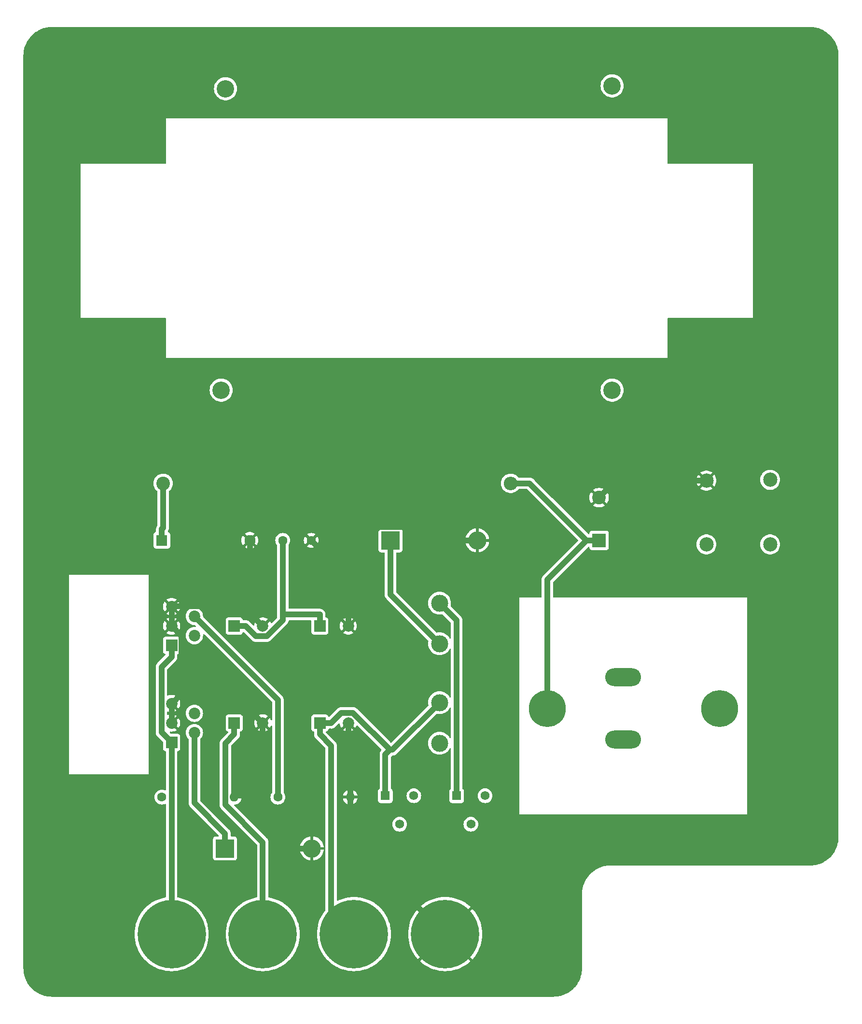
<source format=gbr>
%TF.GenerationSoftware,KiCad,Pcbnew,7.0.7*%
%TF.CreationDate,2023-12-20T01:36:47+05:30*%
%TF.ProjectId,Power Supply,506f7765-7220-4537-9570-706c792e6b69,rev?*%
%TF.SameCoordinates,Original*%
%TF.FileFunction,Copper,L1,Top*%
%TF.FilePolarity,Positive*%
%FSLAX46Y46*%
G04 Gerber Fmt 4.6, Leading zero omitted, Abs format (unit mm)*
G04 Created by KiCad (PCBNEW 7.0.7) date 2023-12-20 01:36:47*
%MOMM*%
%LPD*%
G01*
G04 APERTURE LIST*
%TA.AperFunction,ComponentPad*%
%ADD10R,2.025000X2.025000*%
%TD*%
%TA.AperFunction,ComponentPad*%
%ADD11C,2.025000*%
%TD*%
%TA.AperFunction,ComponentPad*%
%ADD12C,1.600000*%
%TD*%
%TA.AperFunction,ComponentPad*%
%ADD13R,2.000000X2.000000*%
%TD*%
%TA.AperFunction,ComponentPad*%
%ADD14C,2.000000*%
%TD*%
%TA.AperFunction,ComponentPad*%
%ADD15R,3.200000X3.200000*%
%TD*%
%TA.AperFunction,ComponentPad*%
%ADD16O,3.200000X3.200000*%
%TD*%
%TA.AperFunction,ComponentPad*%
%ADD17C,12.000000*%
%TD*%
%TA.AperFunction,ComponentPad*%
%ADD18C,3.000000*%
%TD*%
%TA.AperFunction,ComponentPad*%
%ADD19C,2.400000*%
%TD*%
%TA.AperFunction,ComponentPad*%
%ADD20O,2.400000X2.400000*%
%TD*%
%TA.AperFunction,ComponentPad*%
%ADD21R,1.560000X1.560000*%
%TD*%
%TA.AperFunction,ComponentPad*%
%ADD22C,1.560000*%
%TD*%
%TA.AperFunction,ComponentPad*%
%ADD23C,3.048000*%
%TD*%
%TA.AperFunction,ComponentPad*%
%ADD24R,1.940000X1.940000*%
%TD*%
%TA.AperFunction,ComponentPad*%
%ADD25C,1.940000*%
%TD*%
%TA.AperFunction,ComponentPad*%
%ADD26O,6.299200X3.149600*%
%TD*%
%TA.AperFunction,ComponentPad*%
%ADD27C,6.477000*%
%TD*%
%TA.AperFunction,ComponentPad*%
%ADD28O,1.600000X1.600000*%
%TD*%
%TA.AperFunction,ComponentPad*%
%ADD29R,2.400000X2.400000*%
%TD*%
%TA.AperFunction,ComponentPad*%
%ADD30C,2.500000*%
%TD*%
%TA.AperFunction,Conductor*%
%ADD31C,1.000000*%
%TD*%
G04 APERTURE END LIST*
D10*
%TO.P,U2,1,VIN*%
%TO.N,~12V 3A DC*%
X93000000Y-141400000D03*
D11*
%TO.P,U2,2,OUTPUT*%
%TO.N,Net-(D4-K)*%
X97000000Y-139700000D03*
%TO.P,U2,3,GND*%
%TO.N,GND*%
X93000000Y-138000000D03*
%TO.P,U2,4,FEEDBACK*%
%TO.N,Net-(U2-FEEDBACK)*%
X97000000Y-136300000D03*
%TO.P,U2,5,~{ON}-OFF*%
%TO.N,GND*%
X93000000Y-134600000D03*
%TD*%
D10*
%TO.P,U1,1,VIN*%
%TO.N,~12V 3A DC*%
X93000000Y-124400000D03*
D11*
%TO.P,U1,2,OUTPUT*%
%TO.N,Net-(D3-K)*%
X97000000Y-122700000D03*
%TO.P,U1,3,GND*%
%TO.N,GND*%
X93000000Y-121000000D03*
%TO.P,U1,4,FEEDBACK*%
%TO.N,Net-(U1-FEEDBACK)*%
X97000000Y-119300000D03*
%TO.P,U1,5,~{ON}-OFF*%
%TO.N,GND*%
X93000000Y-117600000D03*
%TD*%
D12*
%TO.P,C2,1*%
%TO.N,~12V 3A DC*%
X112500000Y-106000000D03*
%TO.P,C2,2*%
%TO.N,GND*%
X117500000Y-106000000D03*
%TD*%
D13*
%TO.P,C6,1*%
%TO.N,~3.3V 1.87A DC*%
X119000000Y-138000000D03*
D14*
%TO.P,C6,2*%
%TO.N,GND*%
X124000000Y-138000000D03*
%TD*%
D15*
%TO.P,D3,1,K*%
%TO.N,Net-(D3-K)*%
X131380000Y-106000000D03*
D16*
%TO.P,D3,2,A*%
%TO.N,GND*%
X146620000Y-106000000D03*
%TD*%
D17*
%TO.P,J2,1,Pin_1*%
%TO.N,~5V 1.18A DC*%
X109000000Y-175000000D03*
%TD*%
D18*
%TO.P,L1,1,1*%
%TO.N,~5V 1.18A DC*%
X140000000Y-117000000D03*
%TO.P,L1,2,2*%
%TO.N,Net-(D3-K)*%
X140000000Y-124110000D03*
%TD*%
D15*
%TO.P,D4,1,K*%
%TO.N,Net-(D4-K)*%
X102380000Y-160000000D03*
D16*
%TO.P,D4,2,A*%
%TO.N,GND*%
X117620000Y-160000000D03*
%TD*%
D19*
%TO.P,R1,1*%
%TO.N,Net-(D2-K)*%
X91520000Y-96000000D03*
D20*
%TO.P,R1,2*%
%TO.N,Net-(D1-+)*%
X152480000Y-96000000D03*
%TD*%
D18*
%TO.P,L2,1,1*%
%TO.N,~3.3V 1.87A DC*%
X140000000Y-134445000D03*
%TO.P,L2,2,2*%
%TO.N,Net-(D4-K)*%
X140000000Y-141555000D03*
%TD*%
D21*
%TO.P,RV2,1,1*%
%TO.N,~3.3V 1.87A DC*%
X130500000Y-150760000D03*
D22*
%TO.P,RV2,2,2*%
%TO.N,Net-(U2-FEEDBACK)*%
X133000000Y-155760000D03*
%TO.P,RV2,3,3*%
%TO.N,unconnected-(RV2-Pad3)*%
X135500000Y-150760000D03*
%TD*%
D17*
%TO.P,J1,1,Pin_1*%
%TO.N,~12V 3A DC*%
X93000000Y-175000000D03*
%TD*%
D21*
%TO.P,RV1,1,1*%
%TO.N,~5V 1.18A DC*%
X143000000Y-150760000D03*
D22*
%TO.P,RV1,2,2*%
%TO.N,Net-(U1-FEEDBACK)*%
X145500000Y-155760000D03*
%TO.P,RV1,3,3*%
%TO.N,unconnected-(RV1-Pad3)*%
X148000000Y-150760000D03*
%TD*%
D23*
%TO.P,TR1,4,SB*%
%TO.N,Net-(TR1-SB)*%
X170290000Y-79670000D03*
%TO.P,TR1,3,SA*%
%TO.N,Net-(TR1-SA)*%
X101710000Y-79670000D03*
%TO.P,TR1,2,AB*%
%TO.N,unconnected-(TR1-AB-Pad2)*%
X170290000Y-26330000D03*
%TO.P,TR1,1,AA*%
%TO.N,unconnected-(TR1-AA-Pad1)*%
X102472000Y-26838000D03*
%TD*%
D24*
%TO.P,D2,1,K*%
%TO.N,Net-(D2-K)*%
X91285000Y-106000000D03*
D25*
%TO.P,D2,2,A*%
%TO.N,GND*%
X106715000Y-106000000D03*
%TD*%
D17*
%TO.P,J3,1,Pin_1*%
%TO.N,~3.3V 1.87A DC*%
X125000000Y-175000000D03*
%TD*%
D13*
%TO.P,C5,1*%
%TO.N,~12V 3A DC*%
X119000000Y-121000000D03*
D14*
%TO.P,C5,2*%
%TO.N,GND*%
X124000000Y-121000000D03*
%TD*%
D13*
%TO.P,C4,1*%
%TO.N,~5V 1.18A DC*%
X104000000Y-138000000D03*
D14*
%TO.P,C4,2*%
%TO.N,GND*%
X109000000Y-138000000D03*
%TD*%
D13*
%TO.P,C3,1*%
%TO.N,~12V 3A DC*%
X104000000Y-121000000D03*
D14*
%TO.P,C3,2*%
%TO.N,GND*%
X109000000Y-121000000D03*
%TD*%
D26*
%TO.P,T2,B*%
%TO.N,Net-(D2-K)*%
X172222000Y-130000000D03*
D27*
%TO.P,T2,C*%
%TO.N,Net-(D1-+)*%
X189113000Y-135461000D03*
%TO.P,T2,C/*%
X158887000Y-135461000D03*
D26*
%TO.P,T2,E*%
%TO.N,~12V 3A DC*%
X172222000Y-140922000D03*
%TD*%
D17*
%TO.P,J4,1,Pin_1*%
%TO.N,GND*%
X141000000Y-175000000D03*
%TD*%
D12*
%TO.P,R2,1*%
%TO.N,Net-(U2-FEEDBACK)*%
X91300000Y-151000000D03*
D28*
%TO.P,R2,2*%
%TO.N,GND*%
X104000000Y-151000000D03*
%TD*%
D29*
%TO.P,C1,1*%
%TO.N,Net-(D1-+)*%
X168000000Y-106000000D03*
D19*
%TO.P,C1,2*%
%TO.N,GND*%
X168000000Y-98500000D03*
%TD*%
D30*
%TO.P,D1,1,+*%
%TO.N,Net-(D1-+)*%
X198000000Y-106688000D03*
%TO.P,D1,2,-*%
%TO.N,GND*%
X186824000Y-95512000D03*
%TO.P,D1,3*%
%TO.N,Net-(TR1-SB)*%
X198000000Y-95385000D03*
%TO.P,D1,4*%
%TO.N,Net-(TR1-SA)*%
X186824000Y-106688000D03*
%TD*%
D12*
%TO.P,R3,1*%
%TO.N,Net-(U1-FEEDBACK)*%
X111650000Y-151000000D03*
D28*
%TO.P,R3,2*%
%TO.N,GND*%
X124350000Y-151000000D03*
%TD*%
D31*
%TO.N,Net-(U1-FEEDBACK)*%
X111650000Y-133950000D02*
X97000000Y-119300000D01*
X111650000Y-151000000D02*
X111650000Y-133950000D01*
%TO.N,Net-(D4-K)*%
X97000000Y-152020000D02*
X97000000Y-139700000D01*
X102380000Y-157400000D02*
X97000000Y-152020000D01*
X102380000Y-160000000D02*
X102380000Y-157400000D01*
%TO.N,Net-(D3-K)*%
X131380000Y-115490000D02*
X131380000Y-106000000D01*
X140000000Y-124110000D02*
X131380000Y-115490000D01*
%TO.N,Net-(D2-K)*%
X91520000Y-103795000D02*
X91520000Y-96000000D01*
X91285000Y-104030000D02*
X91520000Y-103795000D01*
X91285000Y-106000000D02*
X91285000Y-104030000D01*
%TO.N,~3.3V 1.87A DC*%
X121000000Y-171000000D02*
X125000000Y-175000000D01*
X121000000Y-142000000D02*
X121000000Y-171000000D01*
X119000000Y-140000000D02*
X121000000Y-142000000D01*
X119000000Y-138000000D02*
X119000000Y-140000000D01*
X119000000Y-138000000D02*
X121000000Y-138000000D01*
X131720300Y-142724700D02*
X140000000Y-134445000D01*
X131297500Y-142724700D02*
X131720300Y-142724700D01*
X130500000Y-143522200D02*
X131297500Y-142724700D01*
X130500000Y-150760000D02*
X130500000Y-143522200D01*
X122776600Y-136223400D02*
X121000000Y-138000000D01*
X124796200Y-136223400D02*
X122776600Y-136223400D01*
X131297500Y-142724700D02*
X124796200Y-136223400D01*
%TO.N,~5V 1.18A DC*%
X143000000Y-120000000D02*
X140000000Y-117000000D01*
X143000000Y-150760000D02*
X143000000Y-120000000D01*
X102430500Y-141569500D02*
X104000000Y-140000000D01*
X102430500Y-152338200D02*
X102430500Y-141569500D01*
X109000000Y-158907700D02*
X102430500Y-152338200D01*
X109000000Y-175000000D02*
X109000000Y-158907700D01*
X104000000Y-138000000D02*
X104000000Y-140000000D01*
%TO.N,~12V 3A DC*%
X119000000Y-121000000D02*
X119000000Y-119000000D01*
X93000000Y-124400000D02*
X93000000Y-126412500D01*
X112500000Y-119000000D02*
X119000000Y-119000000D01*
X112500000Y-119987100D02*
X112500000Y-119000000D01*
X109708000Y-122779100D02*
X112500000Y-119987100D01*
X107779100Y-122779100D02*
X109708000Y-122779100D01*
X106000000Y-121000000D02*
X107779100Y-122779100D01*
X112500000Y-119000000D02*
X112500000Y-106000000D01*
X104000000Y-121000000D02*
X106000000Y-121000000D01*
X93000000Y-141400000D02*
X93000000Y-175000000D01*
X91228800Y-139628800D02*
X93000000Y-141400000D01*
X91228800Y-128183700D02*
X91228800Y-139628800D01*
X93000000Y-126412500D02*
X91228800Y-128183700D01*
%TO.N,GND*%
X170988000Y-95512000D02*
X168000000Y-98500000D01*
X186824000Y-95512000D02*
X170988000Y-95512000D01*
X124350000Y-158350000D02*
X124350000Y-151000000D01*
X141000000Y-175000000D02*
X124350000Y-158350000D01*
X108014100Y-153327600D02*
X104000000Y-149313500D01*
X108014100Y-153327700D02*
X108014100Y-153327600D01*
X108347700Y-153327700D02*
X108014100Y-153327700D01*
X115020000Y-160000000D02*
X108347700Y-153327700D01*
X104000000Y-151000000D02*
X104000000Y-149313500D01*
X104000000Y-149313500D02*
X104000000Y-149200000D01*
X117620000Y-160000000D02*
X115020000Y-160000000D01*
X106715000Y-106000000D02*
X106715000Y-117525300D01*
X106715000Y-118715000D02*
X109000000Y-121000000D01*
X106715000Y-117525300D02*
X106715000Y-118715000D01*
X93074700Y-117525300D02*
X93000000Y-117600000D01*
X106715000Y-117525300D02*
X93074700Y-117525300D01*
X93000000Y-117600000D02*
X93000000Y-121000000D01*
X124000000Y-148850000D02*
X124350000Y-149200000D01*
X124000000Y-138000000D02*
X124000000Y-148850000D01*
X124350000Y-151000000D02*
X124350000Y-149200000D01*
X93000000Y-134600000D02*
X93000000Y-138000000D01*
X109000000Y-144200000D02*
X109000000Y-138000000D01*
X104000000Y-149200000D02*
X109000000Y-144200000D01*
X103835600Y-132835600D02*
X94764400Y-132835600D01*
X109000000Y-138000000D02*
X103835600Y-132835600D01*
X94764400Y-122764400D02*
X94764400Y-132835600D01*
X93000000Y-121000000D02*
X94764400Y-122764400D01*
X94764400Y-132835600D02*
X93000000Y-134600000D01*
X146620000Y-106000000D02*
X144020000Y-106000000D01*
X129399000Y-103646200D02*
X122272600Y-110772600D01*
X141666200Y-103646200D02*
X129399000Y-103646200D01*
X144020000Y-106000000D02*
X141666200Y-103646200D01*
X117500000Y-106000000D02*
X122272600Y-110772600D01*
X124000000Y-112500000D02*
X124000000Y-121000000D01*
X122272600Y-110772600D02*
X124000000Y-112500000D01*
%TO.N,Net-(D1-+)*%
X155800000Y-96000000D02*
X152480000Y-96000000D01*
X165800000Y-106000000D02*
X155800000Y-96000000D01*
X168000000Y-106000000D02*
X165800000Y-106000000D01*
X158887000Y-112913000D02*
X165800000Y-106000000D01*
X158887000Y-135461000D02*
X158887000Y-112913000D01*
%TD*%
%TA.AperFunction,Conductor*%
%TO.N,GND*%
G36*
X205217318Y-16009488D02*
G01*
X205415934Y-16018160D01*
X205420865Y-16018574D01*
X205636792Y-16045489D01*
X205832940Y-16071313D01*
X205837265Y-16071883D01*
X205841894Y-16072671D01*
X206054183Y-16117183D01*
X206252534Y-16161157D01*
X206256778Y-16162257D01*
X206464544Y-16224112D01*
X206658658Y-16285317D01*
X206662530Y-16286680D01*
X206864457Y-16365472D01*
X207052817Y-16443494D01*
X207056252Y-16445045D01*
X207131343Y-16481755D01*
X207250992Y-16540249D01*
X207388629Y-16611897D01*
X207432009Y-16634479D01*
X207435107Y-16636207D01*
X207621382Y-16747202D01*
X207793662Y-16856957D01*
X207796377Y-16858789D01*
X207972918Y-16984837D01*
X208135098Y-17109282D01*
X208137426Y-17111159D01*
X208303055Y-17251439D01*
X208454895Y-17390574D01*
X208609424Y-17545103D01*
X208748555Y-17696938D01*
X208763008Y-17714003D01*
X208888839Y-17862572D01*
X208890716Y-17864900D01*
X209015162Y-18027081D01*
X209141209Y-18203621D01*
X209143040Y-18206335D01*
X209252797Y-18378617D01*
X209363791Y-18564891D01*
X209365525Y-18568000D01*
X209459750Y-18749007D01*
X209525992Y-18884503D01*
X209554953Y-18943744D01*
X209556524Y-18947229D01*
X209634536Y-19135566D01*
X209713309Y-19337445D01*
X209714681Y-19341340D01*
X209775899Y-19535496D01*
X209837735Y-19743200D01*
X209838843Y-19747472D01*
X209882818Y-19945826D01*
X209927326Y-20158101D01*
X209928115Y-20162733D01*
X209954524Y-20363319D01*
X209981422Y-20579114D01*
X209981839Y-20584080D01*
X209990513Y-20782728D01*
X209999500Y-21000000D01*
X209999500Y-158000000D01*
X209990513Y-158217271D01*
X209981839Y-158415918D01*
X209981422Y-158420884D01*
X209954524Y-158636680D01*
X209928115Y-158837265D01*
X209927326Y-158841897D01*
X209882818Y-159054173D01*
X209838843Y-159252526D01*
X209837735Y-159256798D01*
X209775899Y-159464503D01*
X209714681Y-159658658D01*
X209713309Y-159662552D01*
X209634536Y-159864433D01*
X209556524Y-160052769D01*
X209554944Y-160056274D01*
X209459750Y-160250992D01*
X209365525Y-160431998D01*
X209363791Y-160435107D01*
X209252797Y-160621382D01*
X209143040Y-160793663D01*
X209141209Y-160796377D01*
X209015162Y-160972918D01*
X208890716Y-161135099D01*
X208888839Y-161137426D01*
X208748557Y-161303059D01*
X208609426Y-161454895D01*
X208454895Y-161609426D01*
X208303059Y-161748557D01*
X208137426Y-161888839D01*
X208135099Y-161890716D01*
X207972918Y-162015162D01*
X207796377Y-162141209D01*
X207793663Y-162143040D01*
X207621382Y-162252797D01*
X207435107Y-162363791D01*
X207431998Y-162365525D01*
X207250992Y-162459750D01*
X207056274Y-162554944D01*
X207052769Y-162556524D01*
X206864433Y-162634536D01*
X206662552Y-162713309D01*
X206658658Y-162714681D01*
X206464503Y-162775899D01*
X206256798Y-162837735D01*
X206252526Y-162838843D01*
X206054173Y-162882818D01*
X205841897Y-162927326D01*
X205837265Y-162928115D01*
X205636680Y-162954524D01*
X205420884Y-162981422D01*
X205415918Y-162981839D01*
X205217271Y-162990513D01*
X205000000Y-162999500D01*
X173000099Y-162999500D01*
X170000500Y-162999500D01*
X170000000Y-162999500D01*
X169793178Y-162999500D01*
X169754727Y-163002686D01*
X169550093Y-163019642D01*
X169471546Y-163023072D01*
X169457774Y-163027292D01*
X169380945Y-163033659D01*
X169111306Y-163078652D01*
X169047055Y-163087111D01*
X169037386Y-163090988D01*
X168989846Y-163098921D01*
X168972943Y-163101742D01*
X168859315Y-163130516D01*
X168674065Y-163177428D01*
X168629527Y-163187302D01*
X168623878Y-163190137D01*
X168587642Y-163199313D01*
X168571956Y-163203286D01*
X168571953Y-163203286D01*
X168571949Y-163203288D01*
X168239183Y-163317526D01*
X168222052Y-163322928D01*
X168220271Y-163324018D01*
X168186973Y-163335450D01*
X168180724Y-163337596D01*
X168180719Y-163337598D01*
X168180718Y-163337598D01*
X167801917Y-163503756D01*
X167801918Y-163503756D01*
X167438131Y-163700628D01*
X167091841Y-163926870D01*
X166765418Y-164180936D01*
X166765414Y-164180938D01*
X166765416Y-164180938D01*
X166461090Y-164461090D01*
X166180938Y-164765416D01*
X165926873Y-165091837D01*
X165926872Y-165091838D01*
X165700629Y-165438129D01*
X165503756Y-165801918D01*
X165503756Y-165801917D01*
X165337598Y-166180718D01*
X165337598Y-166180719D01*
X165324018Y-166220271D01*
X165323065Y-166221615D01*
X165317526Y-166239183D01*
X165203288Y-166571949D01*
X165190137Y-166623878D01*
X165187604Y-166628164D01*
X165177428Y-166674065D01*
X165101742Y-166972944D01*
X165090988Y-167037386D01*
X165087412Y-167044768D01*
X165078652Y-167111306D01*
X165033659Y-167380945D01*
X165027292Y-167457774D01*
X165023211Y-167468348D01*
X165019642Y-167550090D01*
X164999500Y-167793180D01*
X164999500Y-181000000D01*
X164990513Y-181217271D01*
X164981839Y-181415918D01*
X164981422Y-181420884D01*
X164954524Y-181636680D01*
X164928115Y-181837265D01*
X164927326Y-181841897D01*
X164882818Y-182054173D01*
X164838843Y-182252526D01*
X164837735Y-182256798D01*
X164775899Y-182464503D01*
X164714681Y-182658658D01*
X164713309Y-182662552D01*
X164634536Y-182864433D01*
X164556524Y-183052769D01*
X164554944Y-183056274D01*
X164459750Y-183250992D01*
X164365525Y-183431998D01*
X164363791Y-183435107D01*
X164252797Y-183621382D01*
X164143040Y-183793663D01*
X164141209Y-183796377D01*
X164015162Y-183972918D01*
X163890716Y-184135099D01*
X163888839Y-184137426D01*
X163748557Y-184303059D01*
X163609426Y-184454895D01*
X163454895Y-184609426D01*
X163303059Y-184748557D01*
X163137426Y-184888839D01*
X163135099Y-184890716D01*
X162972918Y-185015162D01*
X162796377Y-185141209D01*
X162793663Y-185143040D01*
X162621382Y-185252797D01*
X162435107Y-185363791D01*
X162431998Y-185365525D01*
X162250992Y-185459750D01*
X162056274Y-185554944D01*
X162052769Y-185556524D01*
X161864433Y-185634536D01*
X161662552Y-185713309D01*
X161658658Y-185714681D01*
X161464503Y-185775899D01*
X161256798Y-185837735D01*
X161252526Y-185838843D01*
X161054173Y-185882818D01*
X160841897Y-185927326D01*
X160837265Y-185928115D01*
X160636680Y-185954524D01*
X160420884Y-185981422D01*
X160415918Y-185981839D01*
X160217271Y-185990513D01*
X160000000Y-185999500D01*
X72000000Y-185999500D01*
X71782728Y-185990513D01*
X71584080Y-185981839D01*
X71579114Y-185981422D01*
X71363319Y-185954524D01*
X71162733Y-185928115D01*
X71158101Y-185927326D01*
X70945826Y-185882818D01*
X70747472Y-185838843D01*
X70743200Y-185837735D01*
X70535496Y-185775899D01*
X70341340Y-185714681D01*
X70337445Y-185713309D01*
X70135566Y-185634536D01*
X69947229Y-185556524D01*
X69943744Y-185554953D01*
X69884503Y-185525992D01*
X69749007Y-185459750D01*
X69568000Y-185365525D01*
X69564891Y-185363791D01*
X69378617Y-185252797D01*
X69206335Y-185143040D01*
X69203621Y-185141209D01*
X69027081Y-185015162D01*
X68864900Y-184890716D01*
X68862572Y-184888839D01*
X68696940Y-184748557D01*
X68545103Y-184609424D01*
X68390574Y-184454895D01*
X68251439Y-184303055D01*
X68111159Y-184137426D01*
X68109282Y-184135098D01*
X67984837Y-183972918D01*
X67858789Y-183796377D01*
X67856957Y-183793662D01*
X67747202Y-183621382D01*
X67636207Y-183435107D01*
X67634473Y-183431998D01*
X67540249Y-183250992D01*
X67481755Y-183131343D01*
X67445045Y-183056252D01*
X67443494Y-183052817D01*
X67365463Y-182864433D01*
X67286680Y-182662530D01*
X67285317Y-182658658D01*
X67224100Y-182464503D01*
X67213246Y-182428044D01*
X67162257Y-182256778D01*
X67161155Y-182252526D01*
X67117181Y-182054173D01*
X67111495Y-182027057D01*
X67072671Y-181841894D01*
X67071883Y-181837265D01*
X67071313Y-181832940D01*
X67045489Y-181636792D01*
X67018574Y-181420865D01*
X67018160Y-181415934D01*
X67009486Y-181217271D01*
X67000500Y-181000000D01*
X67000500Y-180999500D01*
X67000500Y-175000000D01*
X86494484Y-175000000D01*
X86514536Y-175510380D01*
X86514538Y-175510417D01*
X86574578Y-176017687D01*
X86674232Y-176518683D01*
X86812887Y-177010315D01*
X86812889Y-177010322D01*
X86812891Y-177010327D01*
X86989685Y-177489548D01*
X87203542Y-177953440D01*
X87453132Y-178399117D01*
X87453135Y-178399122D01*
X87453136Y-178399123D01*
X87736927Y-178823846D01*
X87947753Y-179091278D01*
X88053164Y-179224992D01*
X88053167Y-179224995D01*
X88399906Y-179600094D01*
X88775005Y-179946833D01*
X88775008Y-179946835D01*
X88775007Y-179946835D01*
X88908721Y-180052246D01*
X89176154Y-180263073D01*
X89600244Y-180546441D01*
X89600883Y-180546868D01*
X89976149Y-180757026D01*
X90046558Y-180796457D01*
X90510447Y-181010313D01*
X90510450Y-181010314D01*
X90510452Y-181010315D01*
X90989673Y-181187109D01*
X90989677Y-181187110D01*
X90989685Y-181187113D01*
X91481317Y-181325768D01*
X91982313Y-181425422D01*
X92185220Y-181449438D01*
X92489580Y-181485462D01*
X92489581Y-181485462D01*
X93000000Y-181505516D01*
X93510419Y-181485462D01*
X93510420Y-181485462D01*
X93814778Y-181449438D01*
X94017687Y-181425422D01*
X94518683Y-181325768D01*
X95010315Y-181187113D01*
X95010322Y-181187110D01*
X95010327Y-181187109D01*
X95489548Y-181010315D01*
X95489549Y-181010314D01*
X95489553Y-181010313D01*
X95953442Y-180796457D01*
X96023850Y-180757026D01*
X96399117Y-180546868D01*
X96399756Y-180546441D01*
X96823846Y-180263073D01*
X97091278Y-180052246D01*
X97224993Y-179946835D01*
X97224992Y-179946835D01*
X97224995Y-179946833D01*
X97600094Y-179600094D01*
X97946833Y-179224995D01*
X97946836Y-179224992D01*
X98052246Y-179091278D01*
X98263073Y-178823846D01*
X98546864Y-178399123D01*
X98546864Y-178399122D01*
X98546868Y-178399117D01*
X98796458Y-177953440D01*
X99010315Y-177489548D01*
X99187109Y-177010327D01*
X99187110Y-177010322D01*
X99187113Y-177010315D01*
X99325768Y-176518683D01*
X99425422Y-176017687D01*
X99485462Y-175510417D01*
X99485464Y-175510380D01*
X99505516Y-175000000D01*
X99485462Y-174489581D01*
X99485462Y-174489580D01*
X99425422Y-173982315D01*
X99325768Y-173481317D01*
X99289215Y-173351712D01*
X99187113Y-172989685D01*
X99179085Y-172967925D01*
X99010315Y-172510452D01*
X98796458Y-172046560D01*
X98546868Y-171600883D01*
X98546864Y-171600877D01*
X98263073Y-171176154D01*
X98052246Y-170908721D01*
X97946835Y-170775007D01*
X97946835Y-170775008D01*
X97946833Y-170775005D01*
X97600094Y-170399906D01*
X97224995Y-170053167D01*
X97224992Y-170053165D01*
X97224993Y-170053165D01*
X97091278Y-169947753D01*
X96823846Y-169736927D01*
X96399123Y-169453136D01*
X96399122Y-169453135D01*
X96399117Y-169453132D01*
X95954238Y-169203989D01*
X95953442Y-169203543D01*
X95489553Y-168989687D01*
X95489548Y-168989685D01*
X95010327Y-168812891D01*
X95010322Y-168812889D01*
X95010315Y-168812887D01*
X94518683Y-168674232D01*
X94100309Y-168591012D01*
X94038398Y-168558627D01*
X94003824Y-168497912D01*
X94000500Y-168469395D01*
X94000500Y-155759998D01*
X94000500Y-143030816D01*
X94020184Y-142963781D01*
X94072988Y-142918026D01*
X94111248Y-142907530D01*
X94119983Y-142906591D01*
X94225754Y-142867141D01*
X94254831Y-142856296D01*
X94370046Y-142770046D01*
X94456296Y-142654831D01*
X94506591Y-142519983D01*
X94513000Y-142460373D01*
X94512999Y-140339628D01*
X94506591Y-140280017D01*
X94505336Y-140276653D01*
X94456297Y-140145171D01*
X94456293Y-140145164D01*
X94370047Y-140029955D01*
X94370044Y-140029952D01*
X94254835Y-139943706D01*
X94254828Y-139943702D01*
X94119982Y-139893408D01*
X94119983Y-139893408D01*
X94060383Y-139887001D01*
X94060381Y-139887000D01*
X94060373Y-139887000D01*
X94060365Y-139887000D01*
X92953283Y-139887000D01*
X92886244Y-139867315D01*
X92865602Y-139850681D01*
X92729797Y-139714876D01*
X92721674Y-139699999D01*
X95482322Y-139699999D01*
X95501006Y-139937414D01*
X95556600Y-140168983D01*
X95647738Y-140389011D01*
X95772169Y-140592064D01*
X95772170Y-140592065D01*
X95772171Y-140592067D01*
X95772173Y-140592069D01*
X95926840Y-140773160D01*
X95926844Y-140773163D01*
X95956030Y-140798090D01*
X95994224Y-140856597D01*
X95999500Y-140892382D01*
X95999500Y-152007283D01*
X95997243Y-152096362D01*
X95997243Y-152096370D01*
X96008064Y-152156739D01*
X96008718Y-152161404D01*
X96014925Y-152222430D01*
X96014927Y-152222444D01*
X96025208Y-152255213D01*
X96027079Y-152262837D01*
X96033142Y-152296652D01*
X96033142Y-152296655D01*
X96055894Y-152353612D01*
X96057474Y-152358051D01*
X96075841Y-152416588D01*
X96075844Y-152416595D01*
X96092509Y-152446619D01*
X96095879Y-152453714D01*
X96108622Y-152485614D01*
X96108627Y-152485624D01*
X96142377Y-152536833D01*
X96144818Y-152540863D01*
X96174588Y-152594498D01*
X96174589Y-152594499D01*
X96174591Y-152594502D01*
X96196968Y-152620567D01*
X96201693Y-152626835D01*
X96214263Y-152645906D01*
X96220598Y-152655519D01*
X96263978Y-152698899D01*
X96267169Y-152702343D01*
X96307131Y-152748892D01*
X96307130Y-152748892D01*
X96334299Y-152769923D01*
X96340186Y-152775107D01*
X98885448Y-155320368D01*
X101252899Y-157687819D01*
X101286384Y-157749142D01*
X101281400Y-157818834D01*
X101239528Y-157874767D01*
X101174064Y-157899184D01*
X101165218Y-157899500D01*
X100732129Y-157899500D01*
X100732123Y-157899501D01*
X100672516Y-157905908D01*
X100537671Y-157956202D01*
X100537664Y-157956206D01*
X100422455Y-158042452D01*
X100422452Y-158042455D01*
X100336206Y-158157664D01*
X100336202Y-158157671D01*
X100285908Y-158292517D01*
X100284337Y-158307134D01*
X100279501Y-158352123D01*
X100279500Y-158352135D01*
X100279500Y-161647870D01*
X100279501Y-161647876D01*
X100285908Y-161707483D01*
X100336202Y-161842328D01*
X100336206Y-161842335D01*
X100422452Y-161957544D01*
X100422455Y-161957547D01*
X100537664Y-162043793D01*
X100537671Y-162043797D01*
X100672517Y-162094091D01*
X100672516Y-162094091D01*
X100679444Y-162094835D01*
X100732127Y-162100500D01*
X104027872Y-162100499D01*
X104087483Y-162094091D01*
X104222331Y-162043796D01*
X104337546Y-161957546D01*
X104423796Y-161842331D01*
X104474091Y-161707483D01*
X104480500Y-161647873D01*
X104480499Y-158352128D01*
X104474091Y-158292517D01*
X104469553Y-158280351D01*
X104423797Y-158157671D01*
X104423793Y-158157664D01*
X104337547Y-158042455D01*
X104337544Y-158042452D01*
X104222335Y-157956206D01*
X104222328Y-157956202D01*
X104087482Y-157905908D01*
X104087483Y-157905908D01*
X104027883Y-157899501D01*
X104027881Y-157899500D01*
X104027873Y-157899500D01*
X104027865Y-157899500D01*
X103504500Y-157899500D01*
X103437461Y-157879815D01*
X103391706Y-157827011D01*
X103380500Y-157775500D01*
X103380500Y-157412715D01*
X103382757Y-157323641D01*
X103382756Y-157323640D01*
X103382757Y-157323637D01*
X103371933Y-157263249D01*
X103371280Y-157258587D01*
X103365074Y-157197563D01*
X103365074Y-157197562D01*
X103354784Y-157164768D01*
X103352917Y-157157155D01*
X103346858Y-157123347D01*
X103346857Y-157123345D01*
X103324102Y-157066379D01*
X103322521Y-157061938D01*
X103317329Y-157045391D01*
X103304159Y-157003412D01*
X103304158Y-157003410D01*
X103304157Y-157003407D01*
X103287488Y-156973378D01*
X103284117Y-156966278D01*
X103271378Y-156934386D01*
X103271377Y-156934383D01*
X103237620Y-156883163D01*
X103235180Y-156879134D01*
X103224379Y-156859675D01*
X103205409Y-156825498D01*
X103205407Y-156825495D01*
X103183033Y-156799434D01*
X103178302Y-156793159D01*
X103159402Y-156764481D01*
X103116012Y-156721091D01*
X103112822Y-156717648D01*
X103072867Y-156671106D01*
X103072863Y-156671102D01*
X103045698Y-156650074D01*
X103039803Y-156644882D01*
X98036819Y-151641898D01*
X98003334Y-151580575D01*
X98000500Y-151554217D01*
X98000500Y-141594974D01*
X101425162Y-141594974D01*
X101426237Y-141603412D01*
X101429503Y-141629060D01*
X101430000Y-141636888D01*
X101430000Y-152325483D01*
X101427743Y-152414562D01*
X101427743Y-152414570D01*
X101438564Y-152474939D01*
X101439218Y-152479604D01*
X101445425Y-152540630D01*
X101445427Y-152540644D01*
X101455708Y-152573413D01*
X101457579Y-152581037D01*
X101463642Y-152614852D01*
X101463642Y-152614855D01*
X101486394Y-152671812D01*
X101487974Y-152676251D01*
X101506341Y-152734788D01*
X101506344Y-152734795D01*
X101523009Y-152764819D01*
X101526379Y-152771914D01*
X101539122Y-152803814D01*
X101539127Y-152803824D01*
X101572877Y-152855033D01*
X101575318Y-152859063D01*
X101605088Y-152912698D01*
X101605089Y-152912699D01*
X101605091Y-152912702D01*
X101627468Y-152938767D01*
X101632193Y-152945035D01*
X101644763Y-152964106D01*
X101651098Y-152973719D01*
X101694478Y-153017099D01*
X101697669Y-153020543D01*
X101737631Y-153067092D01*
X101737630Y-153067092D01*
X101764799Y-153088123D01*
X101770686Y-153093307D01*
X105080076Y-156402696D01*
X107963181Y-159285801D01*
X107996666Y-159347124D01*
X107999500Y-159373482D01*
X107999500Y-168469395D01*
X107979815Y-168536434D01*
X107927011Y-168582189D01*
X107899691Y-168591012D01*
X107481316Y-168674232D01*
X107481317Y-168674232D01*
X106989685Y-168812887D01*
X106989677Y-168812889D01*
X106989673Y-168812891D01*
X106510452Y-168989685D01*
X106510447Y-168989687D01*
X106046558Y-169203543D01*
X106045762Y-169203989D01*
X105600883Y-169453132D01*
X105600877Y-169453135D01*
X105600877Y-169453136D01*
X105176154Y-169736927D01*
X104908721Y-169947753D01*
X104775007Y-170053165D01*
X104775008Y-170053165D01*
X104775005Y-170053167D01*
X104399906Y-170399906D01*
X104053167Y-170775005D01*
X104053165Y-170775008D01*
X104053165Y-170775007D01*
X103947753Y-170908721D01*
X103736927Y-171176154D01*
X103453136Y-171600877D01*
X103453132Y-171600883D01*
X103203542Y-172046560D01*
X102989685Y-172510452D01*
X102820915Y-172967925D01*
X102812887Y-172989685D01*
X102710785Y-173351712D01*
X102674232Y-173481317D01*
X102574578Y-173982315D01*
X102514538Y-174489580D01*
X102514538Y-174489581D01*
X102494484Y-175000000D01*
X102514536Y-175510380D01*
X102514538Y-175510417D01*
X102574578Y-176017687D01*
X102674232Y-176518683D01*
X102812887Y-177010315D01*
X102812889Y-177010322D01*
X102812891Y-177010327D01*
X102989685Y-177489548D01*
X103203542Y-177953440D01*
X103453132Y-178399117D01*
X103453135Y-178399122D01*
X103453136Y-178399123D01*
X103736927Y-178823846D01*
X103947753Y-179091278D01*
X104053164Y-179224992D01*
X104053167Y-179224995D01*
X104399906Y-179600094D01*
X104775005Y-179946833D01*
X104775008Y-179946835D01*
X104775007Y-179946835D01*
X104908721Y-180052246D01*
X105176154Y-180263073D01*
X105600244Y-180546441D01*
X105600883Y-180546868D01*
X105976149Y-180757026D01*
X106046558Y-180796457D01*
X106510447Y-181010313D01*
X106510450Y-181010314D01*
X106510452Y-181010315D01*
X106989673Y-181187109D01*
X106989677Y-181187110D01*
X106989685Y-181187113D01*
X107481317Y-181325768D01*
X107982313Y-181425422D01*
X108185220Y-181449438D01*
X108489580Y-181485462D01*
X108489581Y-181485462D01*
X109000000Y-181505516D01*
X109510419Y-181485462D01*
X109510420Y-181485462D01*
X109814778Y-181449438D01*
X110017687Y-181425422D01*
X110518683Y-181325768D01*
X111010315Y-181187113D01*
X111010322Y-181187110D01*
X111010327Y-181187109D01*
X111489548Y-181010315D01*
X111489549Y-181010314D01*
X111489553Y-181010313D01*
X111953442Y-180796457D01*
X112023850Y-180757026D01*
X112399117Y-180546868D01*
X112399756Y-180546441D01*
X112823846Y-180263073D01*
X113091278Y-180052246D01*
X113224993Y-179946835D01*
X113224992Y-179946835D01*
X113224995Y-179946833D01*
X113600094Y-179600094D01*
X113946833Y-179224995D01*
X113946836Y-179224992D01*
X114052246Y-179091278D01*
X114263073Y-178823846D01*
X114546864Y-178399123D01*
X114546864Y-178399122D01*
X114546868Y-178399117D01*
X114796458Y-177953440D01*
X115010315Y-177489548D01*
X115187109Y-177010327D01*
X115187110Y-177010322D01*
X115187113Y-177010315D01*
X115325768Y-176518683D01*
X115425422Y-176017687D01*
X115485462Y-175510417D01*
X115485464Y-175510380D01*
X115505516Y-175000000D01*
X115485462Y-174489581D01*
X115485462Y-174489580D01*
X115425422Y-173982315D01*
X115325768Y-173481317D01*
X115289215Y-173351712D01*
X115187113Y-172989685D01*
X115179085Y-172967925D01*
X115010315Y-172510452D01*
X114796458Y-172046560D01*
X114546868Y-171600883D01*
X114546864Y-171600877D01*
X114263073Y-171176154D01*
X114052246Y-170908721D01*
X113946835Y-170775007D01*
X113946835Y-170775008D01*
X113946833Y-170775005D01*
X113600094Y-170399906D01*
X113224995Y-170053167D01*
X113224992Y-170053165D01*
X113224993Y-170053165D01*
X113091278Y-169947753D01*
X112823846Y-169736927D01*
X112399123Y-169453136D01*
X112399122Y-169453135D01*
X112399117Y-169453132D01*
X111954238Y-169203989D01*
X111953442Y-169203543D01*
X111489553Y-168989687D01*
X111489548Y-168989685D01*
X111010327Y-168812891D01*
X111010322Y-168812889D01*
X111010315Y-168812887D01*
X110518683Y-168674232D01*
X110100309Y-168591012D01*
X110038398Y-168558627D01*
X110003824Y-168497912D01*
X110000500Y-168469395D01*
X110000500Y-159749999D01*
X115532192Y-159749999D01*
X115532193Y-159750000D01*
X116704350Y-159750000D01*
X116771389Y-159769685D01*
X116817144Y-159822489D01*
X116827570Y-159887883D01*
X116814938Y-159999996D01*
X116814938Y-160000003D01*
X116827570Y-160112117D01*
X116815516Y-160180938D01*
X116768166Y-160232318D01*
X116704350Y-160250000D01*
X115532193Y-160250000D01*
X115534697Y-160286619D01*
X115593146Y-160567888D01*
X115593150Y-160567902D01*
X115689355Y-160838595D01*
X115821527Y-161093676D01*
X115987204Y-161328385D01*
X115987204Y-161328386D01*
X116183288Y-161538341D01*
X116406135Y-161719641D01*
X116406146Y-161719648D01*
X116651607Y-161868917D01*
X116915108Y-161983371D01*
X117191737Y-162060879D01*
X117191746Y-162060881D01*
X117369998Y-162085380D01*
X117369999Y-162085380D01*
X117369999Y-160915649D01*
X117389684Y-160848610D01*
X117442488Y-160802855D01*
X117507882Y-160792429D01*
X117540395Y-160796092D01*
X117575071Y-160800000D01*
X117575074Y-160800000D01*
X117664928Y-160800000D01*
X117682126Y-160798061D01*
X117732115Y-160792429D01*
X117800936Y-160804483D01*
X117852316Y-160851831D01*
X117869999Y-160915649D01*
X117869999Y-162085380D01*
X118048253Y-162060881D01*
X118048262Y-162060879D01*
X118324891Y-161983371D01*
X118588392Y-161868917D01*
X118833853Y-161719648D01*
X118833864Y-161719641D01*
X119056711Y-161538341D01*
X119252795Y-161328386D01*
X119252795Y-161328385D01*
X119418472Y-161093676D01*
X119550644Y-160838595D01*
X119646849Y-160567902D01*
X119646853Y-160567888D01*
X119705302Y-160286619D01*
X119707807Y-160250000D01*
X118535650Y-160250000D01*
X118468611Y-160230315D01*
X118422856Y-160177511D01*
X118412430Y-160112117D01*
X118425062Y-160000003D01*
X118425062Y-159999996D01*
X118412430Y-159887883D01*
X118424484Y-159819062D01*
X118471834Y-159767682D01*
X118535650Y-159750000D01*
X119707807Y-159750000D01*
X119707807Y-159749999D01*
X119705302Y-159713380D01*
X119646853Y-159432111D01*
X119646849Y-159432097D01*
X119550644Y-159161404D01*
X119418472Y-158906323D01*
X119252795Y-158671614D01*
X119252795Y-158671613D01*
X119056711Y-158461658D01*
X118833864Y-158280358D01*
X118833853Y-158280351D01*
X118588392Y-158131082D01*
X118324891Y-158016628D01*
X118048262Y-157939120D01*
X118048255Y-157939119D01*
X117869999Y-157914618D01*
X117869999Y-159084350D01*
X117850314Y-159151389D01*
X117797510Y-159197144D01*
X117732115Y-159207570D01*
X117664930Y-159200000D01*
X117664926Y-159200000D01*
X117575074Y-159200000D01*
X117575067Y-159200000D01*
X117507882Y-159207570D01*
X117439061Y-159195515D01*
X117387681Y-159148166D01*
X117369999Y-159084350D01*
X117369999Y-157914618D01*
X117191744Y-157939119D01*
X117191737Y-157939120D01*
X116915108Y-158016628D01*
X116651607Y-158131082D01*
X116406146Y-158280351D01*
X116406135Y-158280358D01*
X116183288Y-158461658D01*
X115987204Y-158671613D01*
X115987204Y-158671614D01*
X115821527Y-158906323D01*
X115689355Y-159161404D01*
X115593150Y-159432097D01*
X115593146Y-159432111D01*
X115534697Y-159713380D01*
X115532192Y-159749999D01*
X110000500Y-159749999D01*
X110000500Y-158920415D01*
X110002757Y-158831341D01*
X110002756Y-158831340D01*
X110002757Y-158831337D01*
X109991933Y-158770949D01*
X109991280Y-158766287D01*
X109985074Y-158705263D01*
X109985074Y-158705262D01*
X109974784Y-158672468D01*
X109972917Y-158664855D01*
X109966858Y-158631047D01*
X109966857Y-158631045D01*
X109944102Y-158574079D01*
X109942521Y-158569638D01*
X109924157Y-158511107D01*
X109907488Y-158481078D01*
X109904117Y-158473978D01*
X109891378Y-158442086D01*
X109891377Y-158442083D01*
X109857620Y-158390863D01*
X109855180Y-158386834D01*
X109835920Y-158352135D01*
X109825409Y-158333198D01*
X109825407Y-158333195D01*
X109803033Y-158307134D01*
X109798302Y-158300859D01*
X109792804Y-158292517D01*
X109779402Y-158272181D01*
X109736012Y-158228791D01*
X109732822Y-158225348D01*
X109692867Y-158178806D01*
X109692863Y-158178802D01*
X109665698Y-158157774D01*
X109659803Y-158152582D01*
X104015329Y-152508108D01*
X103981844Y-152446785D01*
X103986828Y-152377093D01*
X104028700Y-152321160D01*
X104092203Y-152296899D01*
X104226599Y-152285141D01*
X104226610Y-152285139D01*
X104446317Y-152226269D01*
X104446326Y-152226265D01*
X104652482Y-152130134D01*
X104838820Y-151999657D01*
X104999657Y-151838820D01*
X105130134Y-151652482D01*
X105226265Y-151446326D01*
X105226269Y-151446317D01*
X105278872Y-151250000D01*
X104510576Y-151250000D01*
X104443537Y-151230315D01*
X104397782Y-151177511D01*
X104387838Y-151108353D01*
X104388103Y-151106603D01*
X104404986Y-151000003D01*
X104404986Y-150999996D01*
X104388103Y-150893397D01*
X104397058Y-150824104D01*
X104442054Y-150770652D01*
X104508806Y-150750013D01*
X104510576Y-150750000D01*
X105278872Y-150750000D01*
X105278872Y-150749999D01*
X105226269Y-150553682D01*
X105226265Y-150553673D01*
X105130134Y-150347517D01*
X104999657Y-150161179D01*
X104838820Y-150000342D01*
X104652482Y-149869865D01*
X104446328Y-149773734D01*
X104249999Y-149721127D01*
X104250000Y-150489424D01*
X104230315Y-150556463D01*
X104177511Y-150602218D01*
X104108353Y-150612162D01*
X104106602Y-150611897D01*
X104031486Y-150600000D01*
X104031481Y-150600000D01*
X103968519Y-150600000D01*
X103968514Y-150600000D01*
X103893398Y-150611897D01*
X103824104Y-150602942D01*
X103770652Y-150557946D01*
X103750013Y-150491194D01*
X103750000Y-150489424D01*
X103750000Y-149721127D01*
X103749999Y-149721126D01*
X103587094Y-149764778D01*
X103517244Y-149763115D01*
X103459381Y-149723953D01*
X103431877Y-149659725D01*
X103431000Y-149645003D01*
X103431000Y-142035281D01*
X103450685Y-141968242D01*
X103467314Y-141947605D01*
X104698468Y-140716451D01*
X104763053Y-140655059D01*
X104798099Y-140604706D01*
X104800938Y-140600941D01*
X104808172Y-140592069D01*
X104839698Y-140553407D01*
X104855601Y-140522960D01*
X104859674Y-140516239D01*
X104864489Y-140509320D01*
X104879295Y-140488049D01*
X104903492Y-140431660D01*
X104905498Y-140427435D01*
X104933909Y-140373049D01*
X104943357Y-140340022D01*
X104945988Y-140332633D01*
X104959540Y-140301058D01*
X104971895Y-140240930D01*
X104972999Y-140236429D01*
X104989886Y-140177418D01*
X104992494Y-140143157D01*
X104993585Y-140135389D01*
X105000500Y-140101743D01*
X105000500Y-140040398D01*
X105000679Y-140035688D01*
X105001463Y-140025395D01*
X105005337Y-139974524D01*
X105002473Y-139952038D01*
X105000997Y-139940442D01*
X105000500Y-139932603D01*
X105000500Y-139616976D01*
X105020185Y-139549937D01*
X105072989Y-139504182D01*
X105100135Y-139496736D01*
X105099932Y-139495876D01*
X105107479Y-139494092D01*
X105107481Y-139494091D01*
X105107483Y-139494091D01*
X105242331Y-139443796D01*
X105357546Y-139357546D01*
X105443796Y-139242331D01*
X105494091Y-139107483D01*
X105500500Y-139047873D01*
X105500499Y-136952128D01*
X105494091Y-136892517D01*
X105450778Y-136776390D01*
X105443797Y-136757671D01*
X105443793Y-136757664D01*
X105357547Y-136642455D01*
X105357544Y-136642452D01*
X105242335Y-136556206D01*
X105242328Y-136556202D01*
X105107482Y-136505908D01*
X105107483Y-136505908D01*
X105047883Y-136499501D01*
X105047881Y-136499500D01*
X105047873Y-136499500D01*
X105047864Y-136499500D01*
X102952129Y-136499500D01*
X102952123Y-136499501D01*
X102892516Y-136505908D01*
X102757671Y-136556202D01*
X102757664Y-136556206D01*
X102642455Y-136642452D01*
X102642452Y-136642455D01*
X102556206Y-136757664D01*
X102556202Y-136757671D01*
X102505908Y-136892517D01*
X102499501Y-136952116D01*
X102499501Y-136952123D01*
X102499500Y-136952135D01*
X102499500Y-139047870D01*
X102499501Y-139047876D01*
X102505908Y-139107483D01*
X102556202Y-139242328D01*
X102556206Y-139242335D01*
X102642452Y-139357544D01*
X102642455Y-139357547D01*
X102757664Y-139443793D01*
X102757671Y-139443797D01*
X102856288Y-139480579D01*
X102912222Y-139522450D01*
X102936639Y-139587914D01*
X102921787Y-139656187D01*
X102900636Y-139684442D01*
X101732031Y-140853047D01*
X101667446Y-140914442D01*
X101632399Y-140964794D01*
X101629562Y-140968556D01*
X101590802Y-141016092D01*
X101590799Y-141016097D01*
X101574892Y-141046547D01*
X101570824Y-141053261D01*
X101551202Y-141081454D01*
X101527009Y-141137830D01*
X101524988Y-141142084D01*
X101496591Y-141196451D01*
X101496590Y-141196452D01*
X101487140Y-141229475D01*
X101484507Y-141236871D01*
X101470959Y-141268443D01*
X101458613Y-141328519D01*
X101457490Y-141333095D01*
X101440613Y-141392077D01*
X101440613Y-141392079D01*
X101438003Y-141426341D01*
X101436914Y-141434108D01*
X101431480Y-141460552D01*
X101430000Y-141467758D01*
X101430000Y-141529097D01*
X101429821Y-141533806D01*
X101425162Y-141594974D01*
X98000500Y-141594974D01*
X98000500Y-140892382D01*
X98020185Y-140825343D01*
X98043970Y-140798090D01*
X98073160Y-140773160D01*
X98227827Y-140592069D01*
X98352261Y-140389011D01*
X98443398Y-140168988D01*
X98498993Y-139937417D01*
X98517678Y-139700000D01*
X98498993Y-139462583D01*
X98443398Y-139231012D01*
X98352261Y-139010989D01*
X98352261Y-139010988D01*
X98227830Y-138807935D01*
X98227829Y-138807934D01*
X98227828Y-138807933D01*
X98227827Y-138807931D01*
X98073160Y-138626840D01*
X97892069Y-138472173D01*
X97892067Y-138472171D01*
X97892065Y-138472170D01*
X97892064Y-138472169D01*
X97689011Y-138347738D01*
X97468983Y-138256600D01*
X97237413Y-138201006D01*
X97237414Y-138201006D01*
X97022174Y-138184067D01*
X97000000Y-138182322D01*
X96999999Y-138182322D01*
X96762585Y-138201006D01*
X96531016Y-138256600D01*
X96310988Y-138347738D01*
X96107935Y-138472169D01*
X96107934Y-138472170D01*
X95926840Y-138626840D01*
X95772170Y-138807934D01*
X95772169Y-138807935D01*
X95647738Y-139010988D01*
X95556600Y-139231016D01*
X95501006Y-139462585D01*
X95482322Y-139699999D01*
X92721674Y-139699999D01*
X92696312Y-139653553D01*
X92701296Y-139583861D01*
X92743168Y-139527928D01*
X92808632Y-139503511D01*
X92827207Y-139503577D01*
X93000000Y-139517176D01*
X93237342Y-139498497D01*
X93468833Y-139442921D01*
X93468834Y-139442921D01*
X93688780Y-139351817D01*
X93688783Y-139351815D01*
X93880672Y-139234225D01*
X93880672Y-139234224D01*
X93381283Y-138734836D01*
X93347798Y-138673513D01*
X93352782Y-138603822D01*
X93394653Y-138547888D01*
X93398493Y-138545126D01*
X93450896Y-138508956D01*
X93556902Y-138389297D01*
X93616090Y-138352173D01*
X93685956Y-138352940D01*
X93737398Y-138383845D01*
X94234224Y-138880672D01*
X94234225Y-138880672D01*
X94351815Y-138688783D01*
X94351817Y-138688780D01*
X94442921Y-138468834D01*
X94442921Y-138468833D01*
X94498497Y-138237342D01*
X94517176Y-138000000D01*
X94498497Y-137762657D01*
X94442921Y-137531166D01*
X94442921Y-137531165D01*
X94351817Y-137311219D01*
X94351815Y-137311216D01*
X94234224Y-137119326D01*
X93737397Y-137616154D01*
X93676074Y-137649639D01*
X93606382Y-137644655D01*
X93556902Y-137610701D01*
X93450896Y-137491044D01*
X93441757Y-137484736D01*
X93423132Y-137471880D01*
X93398522Y-137454893D01*
X93354533Y-137400612D01*
X93346873Y-137331163D01*
X93377976Y-137268598D01*
X93381282Y-137265163D01*
X93880672Y-136765774D01*
X93688783Y-136648184D01*
X93688780Y-136648182D01*
X93468833Y-136557078D01*
X93237342Y-136501502D01*
X93000000Y-136482823D01*
X92762657Y-136501502D01*
X92531166Y-136557078D01*
X92531165Y-136557078D01*
X92400752Y-136611097D01*
X92331283Y-136618566D01*
X92268804Y-136587290D01*
X92233152Y-136527201D01*
X92229300Y-136496536D01*
X92229300Y-136300000D01*
X95482322Y-136300000D01*
X95501006Y-136537414D01*
X95556600Y-136768983D01*
X95647738Y-136989011D01*
X95772169Y-137192064D01*
X95772170Y-137192065D01*
X95772171Y-137192067D01*
X95772173Y-137192069D01*
X95926840Y-137373160D01*
X96107931Y-137527827D01*
X96107933Y-137527828D01*
X96107934Y-137527829D01*
X96107935Y-137527830D01*
X96310988Y-137652261D01*
X96396078Y-137687506D01*
X96531012Y-137743398D01*
X96762583Y-137798993D01*
X97000000Y-137817678D01*
X97237417Y-137798993D01*
X97468988Y-137743398D01*
X97689011Y-137652261D01*
X97892069Y-137527827D01*
X98073160Y-137373160D01*
X98227827Y-137192069D01*
X98352261Y-136989011D01*
X98443398Y-136768988D01*
X98498993Y-136537417D01*
X98517678Y-136300000D01*
X98498993Y-136062583D01*
X98443398Y-135831012D01*
X98352261Y-135610989D01*
X98352261Y-135610988D01*
X98227830Y-135407935D01*
X98227829Y-135407934D01*
X98227828Y-135407933D01*
X98227827Y-135407931D01*
X98073160Y-135226840D01*
X97892069Y-135072173D01*
X97892067Y-135072171D01*
X97892065Y-135072170D01*
X97892064Y-135072169D01*
X97689011Y-134947738D01*
X97468983Y-134856600D01*
X97237413Y-134801006D01*
X97237414Y-134801006D01*
X97022174Y-134784067D01*
X97000000Y-134782322D01*
X96999999Y-134782322D01*
X96762585Y-134801006D01*
X96531016Y-134856600D01*
X96310988Y-134947738D01*
X96107935Y-135072169D01*
X96107934Y-135072170D01*
X95926840Y-135226840D01*
X95772170Y-135407934D01*
X95772169Y-135407935D01*
X95647738Y-135610988D01*
X95556600Y-135831016D01*
X95501006Y-136062585D01*
X95482322Y-136300000D01*
X92229300Y-136300000D01*
X92229300Y-136103463D01*
X92248985Y-136036424D01*
X92301789Y-135990669D01*
X92370947Y-135980725D01*
X92400753Y-135988902D01*
X92531168Y-136042921D01*
X92762657Y-136098497D01*
X92999999Y-136117176D01*
X93237342Y-136098497D01*
X93468833Y-136042921D01*
X93468834Y-136042921D01*
X93688780Y-135951817D01*
X93688783Y-135951815D01*
X93880672Y-135834225D01*
X93880672Y-135834224D01*
X93381283Y-135334836D01*
X93347798Y-135273513D01*
X93352782Y-135203822D01*
X93394653Y-135147888D01*
X93398493Y-135145126D01*
X93450896Y-135108956D01*
X93556902Y-134989297D01*
X93616090Y-134952173D01*
X93685956Y-134952940D01*
X93737398Y-134983845D01*
X94234224Y-135480672D01*
X94234225Y-135480672D01*
X94351815Y-135288783D01*
X94351817Y-135288780D01*
X94442921Y-135068834D01*
X94442921Y-135068833D01*
X94498497Y-134837342D01*
X94517176Y-134599999D01*
X94498497Y-134362657D01*
X94442921Y-134131166D01*
X94442921Y-134131165D01*
X94351817Y-133911219D01*
X94351815Y-133911216D01*
X94234224Y-133719326D01*
X93737397Y-134216154D01*
X93676074Y-134249639D01*
X93606382Y-134244655D01*
X93556902Y-134210701D01*
X93450896Y-134091044D01*
X93398522Y-134054893D01*
X93354533Y-134000612D01*
X93346873Y-133931163D01*
X93377976Y-133868598D01*
X93381282Y-133865163D01*
X93880672Y-133365774D01*
X93688783Y-133248184D01*
X93688780Y-133248182D01*
X93468833Y-133157078D01*
X93237342Y-133101502D01*
X92999999Y-133082823D01*
X92762657Y-133101502D01*
X92531166Y-133157078D01*
X92531165Y-133157078D01*
X92400752Y-133211097D01*
X92331283Y-133218566D01*
X92268804Y-133187290D01*
X92233152Y-133127201D01*
X92229300Y-133096536D01*
X92229300Y-128649481D01*
X92248985Y-128582442D01*
X92265614Y-128561805D01*
X93698468Y-127128951D01*
X93763053Y-127067559D01*
X93798099Y-127017206D01*
X93800938Y-127013441D01*
X93804612Y-127008935D01*
X93839698Y-126965907D01*
X93855601Y-126935460D01*
X93859674Y-126928739D01*
X93864489Y-126921820D01*
X93879295Y-126900549D01*
X93903492Y-126844160D01*
X93905498Y-126839935D01*
X93933909Y-126785549D01*
X93943360Y-126752515D01*
X93945991Y-126745128D01*
X93959540Y-126713558D01*
X93971893Y-126653440D01*
X93973006Y-126648912D01*
X93989887Y-126589918D01*
X93992495Y-126555655D01*
X93993587Y-126547876D01*
X94000500Y-126514239D01*
X94000500Y-126452901D01*
X94000679Y-126448192D01*
X94005337Y-126387027D01*
X94000997Y-126352943D01*
X94000500Y-126345103D01*
X94000500Y-126030816D01*
X94020183Y-125963781D01*
X94072987Y-125918026D01*
X94111248Y-125907530D01*
X94119983Y-125906591D01*
X94147108Y-125896474D01*
X94254831Y-125856296D01*
X94370046Y-125770046D01*
X94456296Y-125654831D01*
X94506591Y-125519983D01*
X94513000Y-125460373D01*
X94512999Y-123339628D01*
X94506591Y-123280017D01*
X94489607Y-123234481D01*
X94456297Y-123145171D01*
X94456293Y-123145164D01*
X94370047Y-123029955D01*
X94370044Y-123029952D01*
X94254835Y-122943706D01*
X94254828Y-122943702D01*
X94119982Y-122893408D01*
X94119983Y-122893408D01*
X94060383Y-122887001D01*
X94060381Y-122887000D01*
X94060373Y-122887000D01*
X94060364Y-122887000D01*
X91939629Y-122887000D01*
X91939623Y-122887001D01*
X91880016Y-122893408D01*
X91745171Y-122943702D01*
X91745164Y-122943706D01*
X91629955Y-123029952D01*
X91629952Y-123029955D01*
X91543706Y-123145164D01*
X91543702Y-123145171D01*
X91493408Y-123280017D01*
X91487001Y-123339616D01*
X91487001Y-123339623D01*
X91487000Y-123339635D01*
X91487000Y-125460370D01*
X91487001Y-125460376D01*
X91493408Y-125519983D01*
X91543702Y-125654828D01*
X91543706Y-125654835D01*
X91629952Y-125770044D01*
X91629955Y-125770047D01*
X91745164Y-125856293D01*
X91745173Y-125856298D01*
X91852892Y-125896474D01*
X91908826Y-125938344D01*
X91933244Y-126003809D01*
X91918393Y-126072082D01*
X91897241Y-126100337D01*
X90530331Y-127467247D01*
X90465746Y-127528642D01*
X90430699Y-127578994D01*
X90427862Y-127582756D01*
X90389102Y-127630292D01*
X90389099Y-127630297D01*
X90373192Y-127660747D01*
X90369124Y-127667461D01*
X90349502Y-127695654D01*
X90325309Y-127752030D01*
X90323288Y-127756284D01*
X90294891Y-127810651D01*
X90294890Y-127810652D01*
X90285440Y-127843675D01*
X90282807Y-127851071D01*
X90269259Y-127882643D01*
X90256913Y-127942719D01*
X90255790Y-127947295D01*
X90238913Y-128006277D01*
X90238913Y-128006279D01*
X90236303Y-128040541D01*
X90235214Y-128048308D01*
X90229780Y-128074752D01*
X90228300Y-128081958D01*
X90228300Y-128143297D01*
X90228121Y-128148006D01*
X90223462Y-128209174D01*
X90225507Y-128225227D01*
X90227803Y-128243260D01*
X90228300Y-128251088D01*
X90228300Y-139616083D01*
X90226043Y-139705162D01*
X90226043Y-139705170D01*
X90236864Y-139765539D01*
X90237518Y-139770204D01*
X90243725Y-139831230D01*
X90243727Y-139831244D01*
X90254008Y-139864013D01*
X90255879Y-139871637D01*
X90261942Y-139905452D01*
X90261942Y-139905455D01*
X90284694Y-139962412D01*
X90286274Y-139966851D01*
X90304641Y-140025388D01*
X90304644Y-140025395D01*
X90321309Y-140055419D01*
X90324679Y-140062514D01*
X90337422Y-140094414D01*
X90337427Y-140094424D01*
X90342251Y-140101743D01*
X90370872Y-140145171D01*
X90371177Y-140145633D01*
X90373618Y-140149663D01*
X90403388Y-140203298D01*
X90403389Y-140203299D01*
X90403391Y-140203302D01*
X90425768Y-140229367D01*
X90430493Y-140235635D01*
X90435240Y-140242837D01*
X90449398Y-140264319D01*
X90492778Y-140307699D01*
X90495969Y-140311143D01*
X90535931Y-140357692D01*
X90535930Y-140357692D01*
X90563099Y-140378723D01*
X90568986Y-140383907D01*
X91038127Y-140853047D01*
X91450681Y-141265601D01*
X91484166Y-141326924D01*
X91487000Y-141353282D01*
X91487000Y-142460370D01*
X91487001Y-142460376D01*
X91493408Y-142519983D01*
X91543702Y-142654828D01*
X91543706Y-142654835D01*
X91629952Y-142770044D01*
X91629955Y-142770047D01*
X91745164Y-142856293D01*
X91745171Y-142856297D01*
X91880014Y-142906590D01*
X91880017Y-142906591D01*
X91888753Y-142907530D01*
X91953302Y-142934264D01*
X91993153Y-142991655D01*
X91999500Y-143030819D01*
X91999500Y-149696598D01*
X91979815Y-149763637D01*
X91927011Y-149809392D01*
X91857853Y-149819336D01*
X91823095Y-149808980D01*
X91746496Y-149773261D01*
X91746492Y-149773260D01*
X91746488Y-149773258D01*
X91526697Y-149714366D01*
X91526693Y-149714365D01*
X91526692Y-149714365D01*
X91526691Y-149714364D01*
X91526686Y-149714364D01*
X91300002Y-149694532D01*
X91299998Y-149694532D01*
X91073313Y-149714364D01*
X91073302Y-149714366D01*
X90853511Y-149773258D01*
X90853502Y-149773261D01*
X90647267Y-149869431D01*
X90647265Y-149869432D01*
X90460858Y-149999954D01*
X90299954Y-150160858D01*
X90169432Y-150347265D01*
X90169431Y-150347267D01*
X90073261Y-150553502D01*
X90073258Y-150553511D01*
X90014366Y-150773302D01*
X90014364Y-150773313D01*
X89994532Y-150999998D01*
X89994532Y-151000001D01*
X90014364Y-151226686D01*
X90014366Y-151226697D01*
X90073258Y-151446488D01*
X90073261Y-151446497D01*
X90169431Y-151652732D01*
X90169432Y-151652734D01*
X90299954Y-151839141D01*
X90460858Y-152000045D01*
X90497729Y-152025862D01*
X90647266Y-152130568D01*
X90853504Y-152226739D01*
X91073308Y-152285635D01*
X91235230Y-152299801D01*
X91299998Y-152305468D01*
X91300000Y-152305468D01*
X91300002Y-152305468D01*
X91356673Y-152300509D01*
X91526692Y-152285635D01*
X91746496Y-152226739D01*
X91823095Y-152191019D01*
X91892173Y-152180528D01*
X91955957Y-152209048D01*
X91994196Y-152267524D01*
X91999500Y-152303402D01*
X91999500Y-168469395D01*
X91979815Y-168536434D01*
X91927011Y-168582189D01*
X91899691Y-168591012D01*
X91481317Y-168674232D01*
X90989685Y-168812887D01*
X90989677Y-168812889D01*
X90989673Y-168812891D01*
X90510452Y-168989685D01*
X90510447Y-168989687D01*
X90046558Y-169203543D01*
X90045762Y-169203989D01*
X89600883Y-169453132D01*
X89600877Y-169453135D01*
X89600877Y-169453136D01*
X89176154Y-169736927D01*
X88908721Y-169947753D01*
X88775007Y-170053165D01*
X88775008Y-170053165D01*
X88775005Y-170053167D01*
X88399906Y-170399906D01*
X88053167Y-170775005D01*
X88053165Y-170775008D01*
X88053165Y-170775007D01*
X87947753Y-170908721D01*
X87736927Y-171176154D01*
X87453136Y-171600877D01*
X87453132Y-171600883D01*
X87203542Y-172046560D01*
X86989685Y-172510452D01*
X86820915Y-172967925D01*
X86812887Y-172989685D01*
X86710785Y-173351712D01*
X86674232Y-173481317D01*
X86574578Y-173982315D01*
X86514538Y-174489580D01*
X86514538Y-174489581D01*
X86494484Y-175000000D01*
X67000500Y-175000000D01*
X67000500Y-112000000D01*
X75000000Y-112000000D01*
X75000000Y-147000000D01*
X89000000Y-147000000D01*
X89000000Y-122700000D01*
X95482322Y-122700000D01*
X95501006Y-122937414D01*
X95556600Y-123168983D01*
X95647738Y-123389011D01*
X95772169Y-123592064D01*
X95772170Y-123592065D01*
X95772171Y-123592067D01*
X95772173Y-123592069D01*
X95926840Y-123773160D01*
X96107931Y-123927827D01*
X96107933Y-123927828D01*
X96107934Y-123927829D01*
X96107935Y-123927830D01*
X96310988Y-124052261D01*
X96396078Y-124087506D01*
X96531012Y-124143398D01*
X96762583Y-124198993D01*
X97000000Y-124217678D01*
X97237417Y-124198993D01*
X97468988Y-124143398D01*
X97689011Y-124052261D01*
X97892069Y-123927827D01*
X98073160Y-123773160D01*
X98227827Y-123592069D01*
X98352261Y-123389011D01*
X98443398Y-123168988D01*
X98498993Y-122937417D01*
X98517678Y-122700000D01*
X98504121Y-122527748D01*
X98518485Y-122459374D01*
X98567536Y-122409617D01*
X98635701Y-122394278D01*
X98701339Y-122418227D01*
X98715420Y-122430341D01*
X110613181Y-134328102D01*
X110646666Y-134389425D01*
X110649500Y-134415783D01*
X110649500Y-137434926D01*
X110629815Y-137501965D01*
X110577011Y-137547720D01*
X110507853Y-137557664D01*
X110444297Y-137528639D01*
X110411944Y-137484736D01*
X110323731Y-137283630D01*
X110223434Y-137130116D01*
X109608949Y-137744602D01*
X109547626Y-137778087D01*
X109477934Y-137773103D01*
X109422001Y-137731231D01*
X109416953Y-137723961D01*
X109381761Y-137669202D01*
X109353432Y-137644655D01*
X109273100Y-137575048D01*
X109273099Y-137575047D01*
X109266398Y-137569241D01*
X109268698Y-137566585D01*
X109233960Y-137526428D01*
X109224074Y-137457261D01*
X109253152Y-137393729D01*
X109259116Y-137387329D01*
X109870056Y-136776389D01*
X109823229Y-136739943D01*
X109604614Y-136621635D01*
X109604603Y-136621630D01*
X109369493Y-136540916D01*
X109124293Y-136500000D01*
X108875707Y-136500000D01*
X108630506Y-136540916D01*
X108395396Y-136621630D01*
X108395390Y-136621632D01*
X108176761Y-136739949D01*
X108129942Y-136776388D01*
X108129942Y-136776390D01*
X108740883Y-137387330D01*
X108774368Y-137448653D01*
X108769384Y-137518344D01*
X108732358Y-137567805D01*
X108733602Y-137569241D01*
X108618238Y-137669202D01*
X108583046Y-137723962D01*
X108530242Y-137769717D01*
X108461083Y-137779660D01*
X108397528Y-137750634D01*
X108391050Y-137744603D01*
X107776564Y-137130116D01*
X107676267Y-137283632D01*
X107576412Y-137511282D01*
X107515387Y-137752261D01*
X107515385Y-137752270D01*
X107494858Y-137999994D01*
X107494858Y-138000005D01*
X107515385Y-138247729D01*
X107515387Y-138247738D01*
X107576412Y-138488717D01*
X107676266Y-138716364D01*
X107776564Y-138869882D01*
X108391050Y-138255395D01*
X108452373Y-138221910D01*
X108522064Y-138226894D01*
X108577998Y-138268765D01*
X108583039Y-138276025D01*
X108618239Y-138330798D01*
X108682246Y-138386260D01*
X108733602Y-138430759D01*
X108731293Y-138433422D01*
X108766006Y-138473499D01*
X108775935Y-138542660D01*
X108746898Y-138606210D01*
X108740882Y-138612669D01*
X108129942Y-139223609D01*
X108176768Y-139260055D01*
X108176770Y-139260056D01*
X108395385Y-139378364D01*
X108395396Y-139378369D01*
X108630506Y-139459083D01*
X108875707Y-139500000D01*
X109124293Y-139500000D01*
X109369493Y-139459083D01*
X109604603Y-139378369D01*
X109604614Y-139378364D01*
X109823228Y-139260057D01*
X109823231Y-139260055D01*
X109870056Y-139223609D01*
X109259116Y-138612669D01*
X109225631Y-138551346D01*
X109230615Y-138481654D01*
X109267641Y-138432193D01*
X109266398Y-138430759D01*
X109314246Y-138389299D01*
X109381761Y-138330798D01*
X109416954Y-138276037D01*
X109469755Y-138230283D01*
X109538914Y-138220339D01*
X109602470Y-138249363D01*
X109608949Y-138255396D01*
X110223434Y-138869882D01*
X110323731Y-138716369D01*
X110411944Y-138515263D01*
X110456900Y-138461777D01*
X110523636Y-138441087D01*
X110590963Y-138459761D01*
X110637507Y-138511871D01*
X110649500Y-138565073D01*
X110649500Y-150122410D01*
X110629815Y-150189449D01*
X110627076Y-150193532D01*
X110519431Y-150347267D01*
X110423261Y-150553502D01*
X110423258Y-150553511D01*
X110364366Y-150773302D01*
X110364364Y-150773313D01*
X110344532Y-150999998D01*
X110344532Y-151000001D01*
X110364364Y-151226686D01*
X110364366Y-151226697D01*
X110423258Y-151446488D01*
X110423261Y-151446497D01*
X110519431Y-151652732D01*
X110519432Y-151652734D01*
X110649954Y-151839141D01*
X110810858Y-152000045D01*
X110847729Y-152025862D01*
X110997266Y-152130568D01*
X111203504Y-152226739D01*
X111423308Y-152285635D01*
X111585230Y-152299801D01*
X111649998Y-152305468D01*
X111650000Y-152305468D01*
X111650002Y-152305468D01*
X111706672Y-152300509D01*
X111876692Y-152285635D01*
X112096496Y-152226739D01*
X112302734Y-152130568D01*
X112489139Y-152000047D01*
X112650047Y-151839139D01*
X112780568Y-151652734D01*
X112876739Y-151446496D01*
X112935635Y-151226692D01*
X112955468Y-151000000D01*
X112935635Y-150773308D01*
X112876739Y-150553504D01*
X112780568Y-150347266D01*
X112672924Y-150193532D01*
X112650597Y-150127326D01*
X112650500Y-150122410D01*
X112650500Y-139047870D01*
X117499500Y-139047870D01*
X117499501Y-139047876D01*
X117505908Y-139107483D01*
X117556202Y-139242328D01*
X117556206Y-139242335D01*
X117642452Y-139357544D01*
X117642455Y-139357547D01*
X117757664Y-139443793D01*
X117757671Y-139443797D01*
X117892517Y-139494091D01*
X117900062Y-139495874D01*
X117899523Y-139498151D01*
X117953287Y-139520408D01*
X117993147Y-139577793D01*
X117999500Y-139616975D01*
X117999500Y-139987283D01*
X117997243Y-140076362D01*
X117997243Y-140076370D01*
X118008064Y-140136739D01*
X118008718Y-140141404D01*
X118014925Y-140202430D01*
X118014927Y-140202444D01*
X118025208Y-140235213D01*
X118027079Y-140242837D01*
X118033142Y-140276652D01*
X118033142Y-140276655D01*
X118055894Y-140333612D01*
X118057474Y-140338051D01*
X118075841Y-140396588D01*
X118075844Y-140396595D01*
X118092509Y-140426619D01*
X118095879Y-140433714D01*
X118108622Y-140465614D01*
X118108627Y-140465624D01*
X118111961Y-140470682D01*
X118141985Y-140516239D01*
X118142377Y-140516833D01*
X118144818Y-140520863D01*
X118174588Y-140574498D01*
X118174589Y-140574499D01*
X118174591Y-140574502D01*
X118196968Y-140600567D01*
X118201693Y-140606835D01*
X118207846Y-140616170D01*
X118220598Y-140635519D01*
X118263978Y-140678899D01*
X118267169Y-140682343D01*
X118307131Y-140728892D01*
X118307130Y-140728892D01*
X118334299Y-140749923D01*
X118340186Y-140755107D01*
X119180054Y-141594974D01*
X119963181Y-142378101D01*
X119996666Y-142439424D01*
X119999500Y-142465782D01*
X119999500Y-170800081D01*
X119979815Y-170867120D01*
X119972879Y-170876848D01*
X119829880Y-171058242D01*
X119736927Y-171176154D01*
X119453136Y-171600877D01*
X119453132Y-171600883D01*
X119203542Y-172046560D01*
X118989685Y-172510452D01*
X118820915Y-172967925D01*
X118812887Y-172989685D01*
X118710785Y-173351712D01*
X118674232Y-173481317D01*
X118574578Y-173982315D01*
X118514538Y-174489580D01*
X118514538Y-174489581D01*
X118494484Y-175000000D01*
X118514536Y-175510380D01*
X118514538Y-175510417D01*
X118574578Y-176017687D01*
X118674232Y-176518683D01*
X118812887Y-177010315D01*
X118812889Y-177010322D01*
X118812891Y-177010327D01*
X118989685Y-177489548D01*
X119203542Y-177953440D01*
X119453132Y-178399117D01*
X119453135Y-178399122D01*
X119453136Y-178399123D01*
X119736927Y-178823846D01*
X119947753Y-179091278D01*
X120053164Y-179224992D01*
X120053167Y-179224995D01*
X120399906Y-179600094D01*
X120775005Y-179946833D01*
X120775008Y-179946835D01*
X120775007Y-179946835D01*
X120908721Y-180052246D01*
X121176154Y-180263073D01*
X121600244Y-180546441D01*
X121600883Y-180546868D01*
X121976149Y-180757026D01*
X122046558Y-180796457D01*
X122510447Y-181010313D01*
X122510450Y-181010314D01*
X122510452Y-181010315D01*
X122989673Y-181187109D01*
X122989677Y-181187110D01*
X122989685Y-181187113D01*
X123481317Y-181325768D01*
X123982313Y-181425422D01*
X124185220Y-181449438D01*
X124489580Y-181485462D01*
X124489581Y-181485462D01*
X125000000Y-181505516D01*
X125510419Y-181485462D01*
X125510420Y-181485462D01*
X125814778Y-181449438D01*
X126017687Y-181425422D01*
X126518683Y-181325768D01*
X127010315Y-181187113D01*
X127010322Y-181187110D01*
X127010327Y-181187109D01*
X127489548Y-181010315D01*
X127489549Y-181010314D01*
X127489553Y-181010313D01*
X127953442Y-180796457D01*
X128023850Y-180757026D01*
X128399117Y-180546868D01*
X128399756Y-180546441D01*
X128823846Y-180263073D01*
X129091278Y-180052246D01*
X129224993Y-179946835D01*
X129224992Y-179946835D01*
X129224995Y-179946833D01*
X129600094Y-179600094D01*
X129946833Y-179224995D01*
X129946836Y-179224992D01*
X130052246Y-179091278D01*
X130263073Y-178823846D01*
X130546864Y-178399123D01*
X130546864Y-178399122D01*
X130546868Y-178399117D01*
X130796458Y-177953440D01*
X131010315Y-177489548D01*
X131187109Y-177010327D01*
X131187110Y-177010322D01*
X131187113Y-177010315D01*
X131325768Y-176518683D01*
X131425422Y-176017687D01*
X131485462Y-175510417D01*
X131485464Y-175510380D01*
X131505516Y-175000000D01*
X134494985Y-175000000D01*
X134515038Y-175510380D01*
X134515038Y-175510381D01*
X134575073Y-176017607D01*
X134674719Y-176518566D01*
X134813367Y-177010172D01*
X134990148Y-177489356D01*
X135203989Y-177953213D01*
X135203988Y-177953213D01*
X135453559Y-178398855D01*
X135737336Y-178823557D01*
X135737335Y-178823556D01*
X136053546Y-179224666D01*
X136230429Y-179416017D01*
X138969658Y-176676787D01*
X139030981Y-176643302D01*
X139100673Y-176648286D01*
X139147731Y-176679584D01*
X139285250Y-176826026D01*
X139312837Y-176848848D01*
X139351945Y-176906748D01*
X139353541Y-176976599D01*
X139321478Y-177032073D01*
X136583981Y-179769569D01*
X136583981Y-179769570D01*
X136775334Y-179946454D01*
X137176444Y-180262665D01*
X137176443Y-180262664D01*
X137601145Y-180546441D01*
X138046787Y-180796012D01*
X138046787Y-180796011D01*
X138510644Y-181009852D01*
X138989828Y-181186633D01*
X139481434Y-181325281D01*
X139982393Y-181424927D01*
X140489619Y-181484962D01*
X140489620Y-181484962D01*
X141000000Y-181505015D01*
X141510380Y-181484962D01*
X141510381Y-181484962D01*
X142017607Y-181424927D01*
X142518566Y-181325281D01*
X143010172Y-181186633D01*
X143489356Y-181009852D01*
X143953213Y-180796011D01*
X143953213Y-180796012D01*
X144398855Y-180546441D01*
X144823557Y-180262664D01*
X144823556Y-180262665D01*
X145224673Y-179946449D01*
X145416017Y-179769569D01*
X142678520Y-177032073D01*
X142645035Y-176970750D01*
X142650019Y-176901058D01*
X142687162Y-176848848D01*
X142714751Y-176826025D01*
X142852268Y-176679583D01*
X142912508Y-176644190D01*
X142982321Y-176646982D01*
X143030340Y-176676787D01*
X145769569Y-179416017D01*
X145946449Y-179224673D01*
X146262665Y-178823556D01*
X146262664Y-178823557D01*
X146546441Y-178398855D01*
X146796012Y-177953213D01*
X146796011Y-177953213D01*
X147009852Y-177489356D01*
X147186633Y-177010172D01*
X147325281Y-176518566D01*
X147424927Y-176017607D01*
X147484962Y-175510381D01*
X147484962Y-175510380D01*
X147505015Y-175000000D01*
X147484962Y-174489620D01*
X147484962Y-174489619D01*
X147424927Y-173982393D01*
X147325281Y-173481434D01*
X147186633Y-172989828D01*
X147009852Y-172510644D01*
X146796011Y-172046787D01*
X146796012Y-172046787D01*
X146546441Y-171601145D01*
X146262664Y-171176443D01*
X146262665Y-171176444D01*
X145946454Y-170775334D01*
X145769569Y-170583981D01*
X143030340Y-173323211D01*
X142969017Y-173356696D01*
X142899325Y-173351712D01*
X142852267Y-173320414D01*
X142714749Y-173173973D01*
X142714747Y-173173971D01*
X142687160Y-173151149D01*
X142648053Y-173093249D01*
X142646457Y-173023398D01*
X142678520Y-172967925D01*
X145416017Y-170230429D01*
X145416017Y-170230428D01*
X145224666Y-170053546D01*
X144823556Y-169737335D01*
X144823557Y-169737336D01*
X144398855Y-169453559D01*
X143953213Y-169203988D01*
X143953213Y-169203989D01*
X143489356Y-168990148D01*
X143010172Y-168813367D01*
X142518566Y-168674719D01*
X142017607Y-168575073D01*
X141510381Y-168515038D01*
X141510380Y-168515038D01*
X141000000Y-168494985D01*
X140489620Y-168515038D01*
X140489619Y-168515038D01*
X139982393Y-168575073D01*
X139481434Y-168674719D01*
X138989828Y-168813367D01*
X138510644Y-168990148D01*
X138046787Y-169203989D01*
X138046787Y-169203988D01*
X137601145Y-169453559D01*
X137176443Y-169737336D01*
X137176444Y-169737335D01*
X136775334Y-170053546D01*
X136583981Y-170230429D01*
X139321479Y-172967926D01*
X139354964Y-173029249D01*
X139349980Y-173098941D01*
X139312841Y-173151148D01*
X139285252Y-173173973D01*
X139285247Y-173173977D01*
X139285242Y-173173981D01*
X139147732Y-173320415D01*
X139087491Y-173355810D01*
X139017677Y-173353016D01*
X138969659Y-173323212D01*
X136230429Y-170583981D01*
X136053546Y-170775334D01*
X135737335Y-171176444D01*
X135737336Y-171176443D01*
X135453559Y-171601145D01*
X135203988Y-172046787D01*
X135203989Y-172046787D01*
X134990148Y-172510644D01*
X134813367Y-172989828D01*
X134674719Y-173481434D01*
X134575073Y-173982393D01*
X134515038Y-174489619D01*
X134515038Y-174489620D01*
X134494985Y-175000000D01*
X131505516Y-175000000D01*
X131485462Y-174489581D01*
X131485462Y-174489580D01*
X131425422Y-173982315D01*
X131325768Y-173481317D01*
X131289215Y-173351712D01*
X131187113Y-172989685D01*
X131179085Y-172967925D01*
X131010315Y-172510452D01*
X130796458Y-172046560D01*
X130546868Y-171600883D01*
X130546864Y-171600877D01*
X130263073Y-171176154D01*
X130052246Y-170908721D01*
X129946835Y-170775007D01*
X129946835Y-170775008D01*
X129946833Y-170775005D01*
X129600094Y-170399906D01*
X129224995Y-170053167D01*
X129224992Y-170053165D01*
X129224993Y-170053165D01*
X129091278Y-169947753D01*
X128823846Y-169736927D01*
X128399123Y-169453136D01*
X128399122Y-169453135D01*
X128399117Y-169453132D01*
X127954238Y-169203989D01*
X127953442Y-169203543D01*
X127489553Y-168989687D01*
X127489548Y-168989685D01*
X127010327Y-168812891D01*
X127010322Y-168812889D01*
X127010315Y-168812887D01*
X126518683Y-168674232D01*
X126017687Y-168574578D01*
X125814779Y-168550561D01*
X125510420Y-168514538D01*
X125510419Y-168514538D01*
X125000000Y-168494484D01*
X124489581Y-168514538D01*
X124489580Y-168514538D01*
X124185220Y-168550561D01*
X123982313Y-168574578D01*
X123481317Y-168674232D01*
X122989685Y-168812887D01*
X122989677Y-168812889D01*
X122989673Y-168812891D01*
X122510452Y-168989685D01*
X122510447Y-168989687D01*
X122451328Y-169016941D01*
X122176412Y-169143678D01*
X122107290Y-169153868D01*
X122043631Y-169125070D01*
X122005647Y-169066427D01*
X122000499Y-169031068D01*
X122000500Y-155760001D01*
X131714609Y-155760001D01*
X131734136Y-155983200D01*
X131734137Y-155983208D01*
X131792126Y-156199625D01*
X131792127Y-156199627D01*
X131792128Y-156199630D01*
X131886818Y-156402695D01*
X131886819Y-156402696D01*
X131886821Y-156402700D01*
X132015329Y-156586228D01*
X132015334Y-156586234D01*
X132173765Y-156744665D01*
X132173771Y-156744670D01*
X132357299Y-156873178D01*
X132357301Y-156873179D01*
X132357304Y-156873181D01*
X132560370Y-156967872D01*
X132776794Y-157025863D01*
X132936226Y-157039811D01*
X132999998Y-157045391D01*
X133000000Y-157045391D01*
X133000002Y-157045391D01*
X133055801Y-157040509D01*
X133223206Y-157025863D01*
X133439630Y-156967872D01*
X133642696Y-156873181D01*
X133826233Y-156744667D01*
X133984667Y-156586233D01*
X134113181Y-156402696D01*
X134207872Y-156199630D01*
X134265863Y-155983206D01*
X134285391Y-155760001D01*
X144214609Y-155760001D01*
X144234136Y-155983200D01*
X144234137Y-155983208D01*
X144292126Y-156199625D01*
X144292127Y-156199627D01*
X144292128Y-156199630D01*
X144386818Y-156402695D01*
X144386819Y-156402696D01*
X144386821Y-156402700D01*
X144515329Y-156586228D01*
X144515334Y-156586234D01*
X144673765Y-156744665D01*
X144673771Y-156744670D01*
X144857299Y-156873178D01*
X144857301Y-156873179D01*
X144857304Y-156873181D01*
X145060370Y-156967872D01*
X145276794Y-157025863D01*
X145436226Y-157039811D01*
X145499998Y-157045391D01*
X145500000Y-157045391D01*
X145500002Y-157045391D01*
X145555801Y-157040509D01*
X145723206Y-157025863D01*
X145939630Y-156967872D01*
X146142696Y-156873181D01*
X146326233Y-156744667D01*
X146484667Y-156586233D01*
X146613181Y-156402696D01*
X146707872Y-156199630D01*
X146765863Y-155983206D01*
X146785391Y-155760000D01*
X146765863Y-155536794D01*
X146707872Y-155320370D01*
X146613181Y-155117305D01*
X146484667Y-154933767D01*
X146326233Y-154775333D01*
X146326229Y-154775330D01*
X146326228Y-154775329D01*
X146142700Y-154646821D01*
X146142696Y-154646819D01*
X146142694Y-154646818D01*
X145939630Y-154552128D01*
X145939627Y-154552127D01*
X145939625Y-154552126D01*
X145723208Y-154494137D01*
X145723200Y-154494136D01*
X145500002Y-154474609D01*
X145499998Y-154474609D01*
X145276799Y-154494136D01*
X145276791Y-154494137D01*
X145060374Y-154552126D01*
X145060368Y-154552129D01*
X144857306Y-154646818D01*
X144857304Y-154646819D01*
X144673764Y-154775334D01*
X144515334Y-154933764D01*
X144386819Y-155117304D01*
X144386818Y-155117306D01*
X144292129Y-155320368D01*
X144292126Y-155320374D01*
X144234137Y-155536791D01*
X144234136Y-155536799D01*
X144214609Y-155759998D01*
X144214609Y-155760001D01*
X134285391Y-155760001D01*
X134285391Y-155760000D01*
X134265863Y-155536794D01*
X134207872Y-155320370D01*
X134113181Y-155117305D01*
X133984667Y-154933767D01*
X133826233Y-154775333D01*
X133826229Y-154775330D01*
X133826228Y-154775329D01*
X133642700Y-154646821D01*
X133642696Y-154646819D01*
X133642694Y-154646818D01*
X133439630Y-154552128D01*
X133439627Y-154552127D01*
X133439625Y-154552126D01*
X133223208Y-154494137D01*
X133223200Y-154494136D01*
X133000002Y-154474609D01*
X132999998Y-154474609D01*
X132776799Y-154494136D01*
X132776791Y-154494137D01*
X132560374Y-154552126D01*
X132560368Y-154552129D01*
X132357306Y-154646818D01*
X132357304Y-154646819D01*
X132173764Y-154775334D01*
X132015334Y-154933764D01*
X131886819Y-155117304D01*
X131886818Y-155117306D01*
X131792129Y-155320368D01*
X131792126Y-155320374D01*
X131734137Y-155536791D01*
X131734136Y-155536799D01*
X131714609Y-155759998D01*
X131714609Y-155760001D01*
X122000500Y-155760001D01*
X122000500Y-155536799D01*
X122000500Y-150749999D01*
X123071127Y-150749999D01*
X123071128Y-150750000D01*
X123839424Y-150750000D01*
X123906463Y-150769685D01*
X123952218Y-150822489D01*
X123962162Y-150891647D01*
X123961897Y-150893397D01*
X123945014Y-150999996D01*
X123945014Y-151000003D01*
X123961897Y-151106603D01*
X123952942Y-151175896D01*
X123907946Y-151229348D01*
X123841194Y-151249987D01*
X123839424Y-151250000D01*
X123071128Y-151250000D01*
X123123730Y-151446317D01*
X123123734Y-151446326D01*
X123219865Y-151652482D01*
X123350342Y-151838820D01*
X123511179Y-151999657D01*
X123697517Y-152130134D01*
X123903673Y-152226265D01*
X123903682Y-152226269D01*
X124099999Y-152278872D01*
X124100000Y-152278871D01*
X124100000Y-151510575D01*
X124119685Y-151443536D01*
X124172489Y-151397781D01*
X124241647Y-151387837D01*
X124243331Y-151388091D01*
X124275699Y-151393218D01*
X124318515Y-151400000D01*
X124318519Y-151400000D01*
X124381485Y-151400000D01*
X124424300Y-151393218D01*
X124456602Y-151388102D01*
X124525894Y-151397056D01*
X124579347Y-151442052D01*
X124599987Y-151508803D01*
X124600000Y-151510575D01*
X124600000Y-152278872D01*
X124796317Y-152226269D01*
X124796326Y-152226265D01*
X125002482Y-152130134D01*
X125188820Y-151999657D01*
X125349657Y-151838820D01*
X125480134Y-151652482D01*
X125576265Y-151446326D01*
X125576269Y-151446317D01*
X125628872Y-151250000D01*
X124860576Y-151250000D01*
X124793537Y-151230315D01*
X124747782Y-151177511D01*
X124737838Y-151108353D01*
X124738103Y-151106603D01*
X124754986Y-151000003D01*
X124754986Y-150999996D01*
X124738103Y-150893397D01*
X124747058Y-150824104D01*
X124792054Y-150770652D01*
X124858806Y-150750013D01*
X124860576Y-150750000D01*
X125628872Y-150750000D01*
X125628872Y-150749999D01*
X125576269Y-150553682D01*
X125576265Y-150553673D01*
X125480134Y-150347517D01*
X125349657Y-150161179D01*
X125188820Y-150000342D01*
X125002482Y-149869865D01*
X124796328Y-149773734D01*
X124599999Y-149721127D01*
X124600000Y-150489424D01*
X124580315Y-150556463D01*
X124527511Y-150602218D01*
X124458353Y-150612162D01*
X124456602Y-150611897D01*
X124381486Y-150600000D01*
X124381481Y-150600000D01*
X124318519Y-150600000D01*
X124318514Y-150600000D01*
X124243398Y-150611897D01*
X124174104Y-150602942D01*
X124120652Y-150557946D01*
X124100013Y-150491194D01*
X124100000Y-150489424D01*
X124100000Y-149721127D01*
X123903671Y-149773734D01*
X123697517Y-149869865D01*
X123511179Y-150000342D01*
X123350342Y-150161179D01*
X123219865Y-150347517D01*
X123123734Y-150553673D01*
X123123730Y-150553682D01*
X123071127Y-150749999D01*
X122000500Y-150749999D01*
X122000500Y-142012698D01*
X122002757Y-141923637D01*
X121991933Y-141863249D01*
X121991280Y-141858587D01*
X121985074Y-141797563D01*
X121985074Y-141797562D01*
X121974784Y-141764768D01*
X121972917Y-141757155D01*
X121966858Y-141723347D01*
X121966857Y-141723345D01*
X121944102Y-141666379D01*
X121942521Y-141661938D01*
X121924157Y-141603407D01*
X121907488Y-141573378D01*
X121904117Y-141566278D01*
X121891378Y-141534386D01*
X121891377Y-141534383D01*
X121857620Y-141483163D01*
X121855180Y-141479134D01*
X121844379Y-141459675D01*
X121825409Y-141425498D01*
X121825407Y-141425495D01*
X121803033Y-141399434D01*
X121798302Y-141393159D01*
X121797589Y-141392077D01*
X121779402Y-141364481D01*
X121736012Y-141321091D01*
X121732822Y-141317648D01*
X121692867Y-141271106D01*
X121692863Y-141271102D01*
X121665698Y-141250074D01*
X121659803Y-141244882D01*
X120099363Y-139684442D01*
X120065878Y-139623119D01*
X120070862Y-139553427D01*
X120112734Y-139497494D01*
X120143711Y-139480579D01*
X120242328Y-139443797D01*
X120242327Y-139443797D01*
X120242331Y-139443796D01*
X120357546Y-139357546D01*
X120443796Y-139242331D01*
X120494091Y-139107483D01*
X120494091Y-139107481D01*
X120495874Y-139099938D01*
X120498146Y-139100474D01*
X120520429Y-139046688D01*
X120577823Y-139006843D01*
X120616976Y-139000500D01*
X120987284Y-139000500D01*
X121076358Y-139002757D01*
X121076358Y-139002756D01*
X121076363Y-139002757D01*
X121136753Y-138991932D01*
X121141412Y-138991280D01*
X121183607Y-138986988D01*
X121202438Y-138985074D01*
X121235227Y-138974786D01*
X121242840Y-138972918D01*
X121276653Y-138966858D01*
X121333621Y-138944101D01*
X121338053Y-138942524D01*
X121396588Y-138924159D01*
X121426627Y-138907484D01*
X121433708Y-138904122D01*
X121465617Y-138891377D01*
X121516854Y-138857608D01*
X121520851Y-138855187D01*
X121574502Y-138825409D01*
X121600568Y-138803030D01*
X121606843Y-138798300D01*
X121635519Y-138779402D01*
X121678892Y-138736027D01*
X121682350Y-138732823D01*
X121685613Y-138730020D01*
X121728895Y-138692866D01*
X121749928Y-138665691D01*
X121755098Y-138659821D01*
X122299579Y-138115340D01*
X122360898Y-138081858D01*
X122430589Y-138086842D01*
X122486523Y-138128713D01*
X122510832Y-138192782D01*
X122515386Y-138247731D01*
X122515387Y-138247738D01*
X122576412Y-138488717D01*
X122676266Y-138716364D01*
X122776564Y-138869882D01*
X123391050Y-138255395D01*
X123452373Y-138221910D01*
X123522064Y-138226894D01*
X123577998Y-138268765D01*
X123583039Y-138276025D01*
X123618239Y-138330798D01*
X123682246Y-138386260D01*
X123733602Y-138430759D01*
X123731293Y-138433422D01*
X123766006Y-138473499D01*
X123775935Y-138542660D01*
X123746898Y-138606210D01*
X123740882Y-138612669D01*
X123129942Y-139223609D01*
X123176768Y-139260055D01*
X123176770Y-139260056D01*
X123395385Y-139378364D01*
X123395396Y-139378369D01*
X123630506Y-139459083D01*
X123875707Y-139500000D01*
X124124293Y-139500000D01*
X124369493Y-139459083D01*
X124604603Y-139378369D01*
X124604614Y-139378364D01*
X124823228Y-139260057D01*
X124823231Y-139260055D01*
X124870056Y-139223609D01*
X124259116Y-138612669D01*
X124225631Y-138551346D01*
X124230615Y-138481654D01*
X124267641Y-138432193D01*
X124266398Y-138430759D01*
X124314246Y-138389299D01*
X124381761Y-138330798D01*
X124416954Y-138276037D01*
X124469755Y-138230283D01*
X124538914Y-138220339D01*
X124602470Y-138249363D01*
X124608949Y-138255396D01*
X125223434Y-138869882D01*
X125323731Y-138716369D01*
X125418679Y-138499908D01*
X125463635Y-138446422D01*
X125530370Y-138425732D01*
X125597698Y-138444406D01*
X125619916Y-138462037D01*
X129794701Y-142636822D01*
X129828186Y-142698145D01*
X129823202Y-142767837D01*
X129792454Y-142814375D01*
X129736950Y-142867137D01*
X129736946Y-142867142D01*
X129701899Y-142917494D01*
X129699062Y-142921256D01*
X129660302Y-142968792D01*
X129660299Y-142968797D01*
X129644392Y-142999247D01*
X129640324Y-143005961D01*
X129620702Y-143034154D01*
X129596509Y-143090530D01*
X129594488Y-143094784D01*
X129566091Y-143149151D01*
X129566090Y-143149152D01*
X129556640Y-143182175D01*
X129554007Y-143189571D01*
X129540459Y-143221143D01*
X129528113Y-143281219D01*
X129526990Y-143285795D01*
X129510113Y-143344777D01*
X129510113Y-143344779D01*
X129507503Y-143379041D01*
X129506414Y-143386808D01*
X129500980Y-143413252D01*
X129499500Y-143420458D01*
X129499500Y-143481797D01*
X129499321Y-143486506D01*
X129494662Y-143547674D01*
X129496310Y-143560610D01*
X129499003Y-143581760D01*
X129499500Y-143589588D01*
X129499500Y-149457791D01*
X129479815Y-149524830D01*
X129449812Y-149557057D01*
X129362452Y-149622455D01*
X129276206Y-149737664D01*
X129276202Y-149737671D01*
X129225908Y-149872517D01*
X129219501Y-149932116D01*
X129219501Y-149932123D01*
X129219500Y-149932135D01*
X129219500Y-151587870D01*
X129219501Y-151587876D01*
X129225908Y-151647483D01*
X129276202Y-151782328D01*
X129276206Y-151782335D01*
X129362452Y-151897544D01*
X129362455Y-151897547D01*
X129477664Y-151983793D01*
X129477671Y-151983797D01*
X129612517Y-152034091D01*
X129612516Y-152034091D01*
X129619444Y-152034835D01*
X129672127Y-152040500D01*
X131327872Y-152040499D01*
X131387483Y-152034091D01*
X131522331Y-151983796D01*
X131637546Y-151897546D01*
X131723796Y-151782331D01*
X131774091Y-151647483D01*
X131780500Y-151587873D01*
X131780500Y-150760001D01*
X134214609Y-150760001D01*
X134234136Y-150983200D01*
X134234137Y-150983208D01*
X134292126Y-151199625D01*
X134292127Y-151199627D01*
X134292128Y-151199630D01*
X134378644Y-151385165D01*
X134386819Y-151402696D01*
X134386821Y-151402700D01*
X134515329Y-151586228D01*
X134515334Y-151586234D01*
X134673765Y-151744665D01*
X134673771Y-151744670D01*
X134857299Y-151873178D01*
X134857301Y-151873179D01*
X134857304Y-151873181D01*
X135060370Y-151967872D01*
X135276794Y-152025863D01*
X135436226Y-152039811D01*
X135499998Y-152045391D01*
X135500000Y-152045391D01*
X135500002Y-152045391D01*
X135555927Y-152040498D01*
X135723206Y-152025863D01*
X135939630Y-151967872D01*
X136142696Y-151873181D01*
X136326233Y-151744667D01*
X136484667Y-151586233D01*
X136613181Y-151402696D01*
X136707872Y-151199630D01*
X136765863Y-150983206D01*
X136785391Y-150760000D01*
X136765863Y-150536794D01*
X136707872Y-150320370D01*
X136613181Y-150117305D01*
X136484667Y-149933767D01*
X136326233Y-149775333D01*
X136326229Y-149775330D01*
X136326228Y-149775329D01*
X136142700Y-149646821D01*
X136142696Y-149646819D01*
X136090445Y-149622454D01*
X135939630Y-149552128D01*
X135939627Y-149552127D01*
X135939625Y-149552126D01*
X135723208Y-149494137D01*
X135723200Y-149494136D01*
X135500002Y-149474609D01*
X135499998Y-149474609D01*
X135276799Y-149494136D01*
X135276791Y-149494137D01*
X135060374Y-149552126D01*
X135060368Y-149552129D01*
X134857306Y-149646818D01*
X134857304Y-149646819D01*
X134673764Y-149775334D01*
X134515334Y-149933764D01*
X134386819Y-150117304D01*
X134386818Y-150117306D01*
X134292129Y-150320368D01*
X134292126Y-150320374D01*
X134234137Y-150536791D01*
X134234136Y-150536799D01*
X134214609Y-150759998D01*
X134214609Y-150760001D01*
X131780500Y-150760001D01*
X131780499Y-149932128D01*
X131774091Y-149872517D01*
X131772940Y-149869432D01*
X131723797Y-149737671D01*
X131723793Y-149737664D01*
X131637547Y-149622455D01*
X131637544Y-149622452D01*
X131550188Y-149557057D01*
X131508317Y-149501123D01*
X131500500Y-149457796D01*
X131500500Y-143987978D01*
X131520184Y-143920943D01*
X131536810Y-143900310D01*
X131674187Y-143762932D01*
X131735508Y-143729449D01*
X131765009Y-143726655D01*
X131796658Y-143727457D01*
X131796658Y-143727456D01*
X131796663Y-143727457D01*
X131857053Y-143716632D01*
X131861712Y-143715980D01*
X131903907Y-143711688D01*
X131922738Y-143709774D01*
X131955527Y-143699486D01*
X131963140Y-143697618D01*
X131996953Y-143691558D01*
X132053921Y-143668801D01*
X132058353Y-143667224D01*
X132116888Y-143648859D01*
X132146927Y-143632184D01*
X132154008Y-143628822D01*
X132185917Y-143616077D01*
X132237154Y-143582308D01*
X132241151Y-143579887D01*
X132294802Y-143550109D01*
X132320868Y-143527730D01*
X132327143Y-143523000D01*
X132355819Y-143504102D01*
X132399192Y-143460727D01*
X132402650Y-143457523D01*
X132405913Y-143454720D01*
X132449195Y-143417566D01*
X132470228Y-143390391D01*
X132475398Y-143384521D01*
X139432741Y-136427177D01*
X139494062Y-136393694D01*
X139546776Y-136393694D01*
X139714567Y-136430195D01*
X139714568Y-136430195D01*
X139714572Y-136430196D01*
X139968220Y-136448337D01*
X139999999Y-136450610D01*
X140000000Y-136450610D01*
X140000001Y-136450610D01*
X140028595Y-136448564D01*
X140285428Y-136430196D01*
X140453226Y-136393694D01*
X140565037Y-136369371D01*
X140565037Y-136369370D01*
X140565046Y-136369369D01*
X140833161Y-136269367D01*
X141084315Y-136132226D01*
X141313395Y-135960739D01*
X141515739Y-135758395D01*
X141687226Y-135529315D01*
X141753505Y-135407935D01*
X141766668Y-135383829D01*
X141816073Y-135334424D01*
X141884346Y-135319572D01*
X141949811Y-135343989D01*
X141991682Y-135399923D01*
X141999500Y-135443256D01*
X141999500Y-140556743D01*
X141979815Y-140623782D01*
X141927011Y-140669537D01*
X141857853Y-140679481D01*
X141794297Y-140650456D01*
X141766668Y-140616170D01*
X141687229Y-140470690D01*
X141687224Y-140470682D01*
X141515745Y-140241612D01*
X141515729Y-140241594D01*
X141313405Y-140039270D01*
X141313387Y-140039254D01*
X141084317Y-139867775D01*
X141084309Y-139867770D01*
X140833166Y-139730635D01*
X140833167Y-139730635D01*
X140633564Y-139656187D01*
X140565046Y-139630631D01*
X140565043Y-139630630D01*
X140565037Y-139630628D01*
X140285433Y-139569804D01*
X140000001Y-139549390D01*
X139999999Y-139549390D01*
X139714566Y-139569804D01*
X139434962Y-139630628D01*
X139166833Y-139730635D01*
X138915690Y-139867770D01*
X138915682Y-139867775D01*
X138686612Y-140039254D01*
X138686594Y-140039270D01*
X138484270Y-140241594D01*
X138484254Y-140241612D01*
X138312775Y-140470682D01*
X138312770Y-140470690D01*
X138175635Y-140721833D01*
X138075628Y-140989962D01*
X138014804Y-141269566D01*
X137994390Y-141554998D01*
X137994390Y-141555001D01*
X138014804Y-141840433D01*
X138075628Y-142120037D01*
X138175635Y-142388166D01*
X138312770Y-142639309D01*
X138312775Y-142639317D01*
X138484254Y-142868387D01*
X138484270Y-142868405D01*
X138686594Y-143070729D01*
X138686612Y-143070745D01*
X138915682Y-143242224D01*
X138915690Y-143242229D01*
X139166833Y-143379364D01*
X139166832Y-143379364D01*
X139166836Y-143379365D01*
X139166839Y-143379367D01*
X139434954Y-143479369D01*
X139434960Y-143479370D01*
X139434962Y-143479371D01*
X139714566Y-143540195D01*
X139714568Y-143540195D01*
X139714572Y-143540196D01*
X139968220Y-143558337D01*
X139999999Y-143560610D01*
X140000000Y-143560610D01*
X140000001Y-143560610D01*
X140028595Y-143558564D01*
X140285428Y-143540196D01*
X140354507Y-143525169D01*
X140565037Y-143479371D01*
X140565037Y-143479370D01*
X140565046Y-143479369D01*
X140833161Y-143379367D01*
X141084315Y-143242226D01*
X141313395Y-143070739D01*
X141515739Y-142868395D01*
X141687226Y-142639315D01*
X141734218Y-142553256D01*
X141766668Y-142493829D01*
X141816073Y-142444424D01*
X141884346Y-142429572D01*
X141949811Y-142453989D01*
X141991682Y-142509923D01*
X141999500Y-142553256D01*
X141999500Y-149457791D01*
X141979815Y-149524830D01*
X141949812Y-149557057D01*
X141862452Y-149622455D01*
X141776206Y-149737664D01*
X141776202Y-149737671D01*
X141725908Y-149872517D01*
X141719501Y-149932116D01*
X141719501Y-149932123D01*
X141719500Y-149932135D01*
X141719500Y-151587870D01*
X141719501Y-151587876D01*
X141725908Y-151647483D01*
X141776202Y-151782328D01*
X141776206Y-151782335D01*
X141862452Y-151897544D01*
X141862455Y-151897547D01*
X141977664Y-151983793D01*
X141977671Y-151983797D01*
X142112517Y-152034091D01*
X142112516Y-152034091D01*
X142119444Y-152034835D01*
X142172127Y-152040500D01*
X143827872Y-152040499D01*
X143887483Y-152034091D01*
X144022331Y-151983796D01*
X144137546Y-151897546D01*
X144223796Y-151782331D01*
X144274091Y-151647483D01*
X144280500Y-151587873D01*
X144280500Y-150760001D01*
X146714609Y-150760001D01*
X146734136Y-150983200D01*
X146734137Y-150983208D01*
X146792126Y-151199625D01*
X146792127Y-151199627D01*
X146792128Y-151199630D01*
X146878644Y-151385165D01*
X146886819Y-151402696D01*
X146886821Y-151402700D01*
X147015329Y-151586228D01*
X147015334Y-151586234D01*
X147173765Y-151744665D01*
X147173771Y-151744670D01*
X147357299Y-151873178D01*
X147357301Y-151873179D01*
X147357304Y-151873181D01*
X147560370Y-151967872D01*
X147776794Y-152025863D01*
X147936226Y-152039811D01*
X147999998Y-152045391D01*
X148000000Y-152045391D01*
X148000002Y-152045391D01*
X148055927Y-152040498D01*
X148223206Y-152025863D01*
X148439630Y-151967872D01*
X148642696Y-151873181D01*
X148826233Y-151744667D01*
X148984667Y-151586233D01*
X149113181Y-151402696D01*
X149207872Y-151199630D01*
X149265863Y-150983206D01*
X149285391Y-150760000D01*
X149265863Y-150536794D01*
X149207872Y-150320370D01*
X149113181Y-150117305D01*
X148984667Y-149933767D01*
X148826233Y-149775333D01*
X148826229Y-149775330D01*
X148826228Y-149775329D01*
X148642700Y-149646821D01*
X148642696Y-149646819D01*
X148590445Y-149622454D01*
X148439630Y-149552128D01*
X148439627Y-149552127D01*
X148439625Y-149552126D01*
X148223208Y-149494137D01*
X148223200Y-149494136D01*
X148000002Y-149474609D01*
X147999998Y-149474609D01*
X147776799Y-149494136D01*
X147776791Y-149494137D01*
X147560374Y-149552126D01*
X147560368Y-149552129D01*
X147357306Y-149646818D01*
X147357304Y-149646819D01*
X147173764Y-149775334D01*
X147015334Y-149933764D01*
X146886819Y-150117304D01*
X146886818Y-150117306D01*
X146792129Y-150320368D01*
X146792126Y-150320374D01*
X146734137Y-150536791D01*
X146734136Y-150536799D01*
X146714609Y-150759998D01*
X146714609Y-150760001D01*
X144280500Y-150760001D01*
X144280499Y-149932128D01*
X144274091Y-149872517D01*
X144272940Y-149869432D01*
X144223797Y-149737671D01*
X144223793Y-149737664D01*
X144137547Y-149622455D01*
X144050188Y-149557057D01*
X144008318Y-149501123D01*
X144000500Y-149457791D01*
X144000500Y-120012715D01*
X144002757Y-119923641D01*
X144002756Y-119923640D01*
X144002757Y-119923637D01*
X143991933Y-119863253D01*
X143991280Y-119858587D01*
X143988034Y-119826674D01*
X143985074Y-119797562D01*
X143974788Y-119764780D01*
X143972918Y-119757166D01*
X143966858Y-119723348D01*
X143944092Y-119666352D01*
X143942527Y-119661955D01*
X143924159Y-119603412D01*
X143907491Y-119573382D01*
X143904120Y-119566284D01*
X143900443Y-119557078D01*
X143891378Y-119534383D01*
X143857605Y-119483139D01*
X143855183Y-119479142D01*
X143825409Y-119425498D01*
X143803034Y-119399434D01*
X143798306Y-119393163D01*
X143779404Y-119364484D01*
X143779399Y-119364478D01*
X143753190Y-119338270D01*
X143736019Y-119321099D01*
X143732828Y-119317655D01*
X143692865Y-119271104D01*
X143665694Y-119250072D01*
X143659807Y-119244887D01*
X141982179Y-117567259D01*
X141948694Y-117505936D01*
X141948694Y-117453223D01*
X141985196Y-117285428D01*
X142005610Y-117000000D01*
X141985196Y-116714572D01*
X141924369Y-116434954D01*
X141824367Y-116166839D01*
X141801804Y-116125519D01*
X141687229Y-115915690D01*
X141687224Y-115915682D01*
X141515745Y-115686612D01*
X141515729Y-115686594D01*
X141313405Y-115484270D01*
X141313387Y-115484254D01*
X141084317Y-115312775D01*
X141084309Y-115312770D01*
X140833166Y-115175635D01*
X140833167Y-115175635D01*
X140662281Y-115111898D01*
X140565046Y-115075631D01*
X140565043Y-115075630D01*
X140565037Y-115075628D01*
X140285433Y-115014804D01*
X140000001Y-114994390D01*
X139999999Y-114994390D01*
X139714566Y-115014804D01*
X139434962Y-115075628D01*
X139166833Y-115175635D01*
X138915690Y-115312770D01*
X138915682Y-115312775D01*
X138686612Y-115484254D01*
X138686594Y-115484270D01*
X138484270Y-115686594D01*
X138484254Y-115686612D01*
X138312775Y-115915682D01*
X138312770Y-115915690D01*
X138175635Y-116166833D01*
X138075628Y-116434962D01*
X138014804Y-116714566D01*
X137994390Y-116999998D01*
X137994390Y-117000001D01*
X138014804Y-117285433D01*
X138075628Y-117565037D01*
X138075630Y-117565043D01*
X138075631Y-117565046D01*
X138119238Y-117681960D01*
X138175635Y-117833166D01*
X138312770Y-118084309D01*
X138312775Y-118084317D01*
X138484254Y-118313387D01*
X138484270Y-118313405D01*
X138686594Y-118515729D01*
X138686612Y-118515745D01*
X138915682Y-118687224D01*
X138915690Y-118687229D01*
X139166833Y-118824364D01*
X139166832Y-118824364D01*
X139166836Y-118824365D01*
X139166839Y-118824367D01*
X139434954Y-118924369D01*
X139434960Y-118924370D01*
X139434962Y-118924371D01*
X139714566Y-118985195D01*
X139714568Y-118985195D01*
X139714572Y-118985196D01*
X139968220Y-119003337D01*
X139999999Y-119005610D01*
X140000000Y-119005610D01*
X140000001Y-119005610D01*
X140023822Y-119003906D01*
X140285428Y-118985196D01*
X140453221Y-118948694D01*
X140522909Y-118953678D01*
X140567258Y-118982179D01*
X141963181Y-120378102D01*
X141996666Y-120439425D01*
X141999500Y-120465783D01*
X141999500Y-123111743D01*
X141979815Y-123178782D01*
X141927011Y-123224537D01*
X141857853Y-123234481D01*
X141794297Y-123205456D01*
X141766668Y-123171170D01*
X141687229Y-123025690D01*
X141687224Y-123025682D01*
X141515745Y-122796612D01*
X141515729Y-122796594D01*
X141313405Y-122594270D01*
X141313387Y-122594254D01*
X141084317Y-122422775D01*
X141084309Y-122422770D01*
X140833166Y-122285635D01*
X140833167Y-122285635D01*
X140695331Y-122234225D01*
X140565046Y-122185631D01*
X140565043Y-122185630D01*
X140565037Y-122185628D01*
X140285433Y-122124804D01*
X140000001Y-122104390D01*
X139999999Y-122104390D01*
X139714571Y-122124804D01*
X139714564Y-122124805D01*
X139546779Y-122161304D01*
X139477087Y-122156320D01*
X139432740Y-122127819D01*
X132416819Y-115111898D01*
X132383334Y-115050575D01*
X132380500Y-115024217D01*
X132380500Y-108224499D01*
X132400185Y-108157460D01*
X132452989Y-108111705D01*
X132504500Y-108100499D01*
X133027871Y-108100499D01*
X133027872Y-108100499D01*
X133087483Y-108094091D01*
X133222331Y-108043796D01*
X133337546Y-107957546D01*
X133423796Y-107842331D01*
X133474091Y-107707483D01*
X133480500Y-107647873D01*
X133480499Y-105749999D01*
X144532192Y-105749999D01*
X144532193Y-105750000D01*
X145704350Y-105750000D01*
X145771389Y-105769685D01*
X145817144Y-105822489D01*
X145827570Y-105887883D01*
X145814938Y-105999996D01*
X145814938Y-106000003D01*
X145827570Y-106112117D01*
X145815516Y-106180938D01*
X145768166Y-106232318D01*
X145704350Y-106250000D01*
X144532193Y-106250000D01*
X144534697Y-106286619D01*
X144593146Y-106567888D01*
X144593150Y-106567902D01*
X144689355Y-106838595D01*
X144821527Y-107093676D01*
X144987204Y-107328385D01*
X144987204Y-107328386D01*
X145183288Y-107538341D01*
X145406135Y-107719641D01*
X145406146Y-107719648D01*
X145651607Y-107868917D01*
X145915108Y-107983371D01*
X146191737Y-108060879D01*
X146191746Y-108060881D01*
X146369999Y-108085380D01*
X146370000Y-108085380D01*
X146370000Y-106915649D01*
X146389685Y-106848610D01*
X146442489Y-106802855D01*
X146507883Y-106792429D01*
X146545485Y-106796666D01*
X146575071Y-106800000D01*
X146575074Y-106800000D01*
X146664929Y-106800000D01*
X146694514Y-106796666D01*
X146732116Y-106792429D01*
X146800937Y-106804483D01*
X146852317Y-106851831D01*
X146870000Y-106915649D01*
X146870000Y-108085380D01*
X147048253Y-108060881D01*
X147048262Y-108060879D01*
X147324891Y-107983371D01*
X147588392Y-107868917D01*
X147833853Y-107719648D01*
X147833864Y-107719641D01*
X148056711Y-107538341D01*
X148252795Y-107328386D01*
X148252795Y-107328385D01*
X148418472Y-107093676D01*
X148550644Y-106838595D01*
X148646849Y-106567902D01*
X148646853Y-106567888D01*
X148705302Y-106286619D01*
X148707807Y-106250000D01*
X147535650Y-106250000D01*
X147468611Y-106230315D01*
X147422856Y-106177511D01*
X147412430Y-106112117D01*
X147425062Y-106000003D01*
X147425062Y-105999996D01*
X147412430Y-105887883D01*
X147424484Y-105819062D01*
X147471834Y-105767682D01*
X147535650Y-105750000D01*
X148707807Y-105750000D01*
X148707807Y-105749999D01*
X148705302Y-105713380D01*
X148646853Y-105432111D01*
X148646849Y-105432097D01*
X148550644Y-105161404D01*
X148418472Y-104906323D01*
X148252795Y-104671614D01*
X148252795Y-104671613D01*
X148056711Y-104461658D01*
X147833864Y-104280358D01*
X147833853Y-104280351D01*
X147588392Y-104131082D01*
X147324891Y-104016628D01*
X147048262Y-103939120D01*
X147048255Y-103939119D01*
X146870000Y-103914618D01*
X146870000Y-105084350D01*
X146850315Y-105151389D01*
X146797511Y-105197144D01*
X146732116Y-105207570D01*
X146664930Y-105200000D01*
X146664926Y-105200000D01*
X146575074Y-105200000D01*
X146575070Y-105200000D01*
X146507884Y-105207570D01*
X146439062Y-105195516D01*
X146387682Y-105148167D01*
X146370000Y-105084350D01*
X146370000Y-103914618D01*
X146191744Y-103939119D01*
X146191737Y-103939120D01*
X145915108Y-104016628D01*
X145651607Y-104131082D01*
X145406146Y-104280351D01*
X145406135Y-104280358D01*
X145183288Y-104461658D01*
X144987204Y-104671613D01*
X144987204Y-104671614D01*
X144821527Y-104906323D01*
X144689355Y-105161404D01*
X144593150Y-105432097D01*
X144593146Y-105432111D01*
X144534697Y-105713380D01*
X144532192Y-105749999D01*
X133480499Y-105749999D01*
X133480499Y-104352128D01*
X133474091Y-104292517D01*
X133470561Y-104283053D01*
X133423797Y-104157671D01*
X133423793Y-104157664D01*
X133337547Y-104042455D01*
X133337544Y-104042452D01*
X133222335Y-103956206D01*
X133222328Y-103956202D01*
X133087482Y-103905908D01*
X133087483Y-103905908D01*
X133027883Y-103899501D01*
X133027881Y-103899500D01*
X133027873Y-103899500D01*
X133027864Y-103899500D01*
X129732129Y-103899500D01*
X129732123Y-103899501D01*
X129672516Y-103905908D01*
X129537671Y-103956202D01*
X129537664Y-103956206D01*
X129422455Y-104042452D01*
X129422452Y-104042455D01*
X129336206Y-104157664D01*
X129336202Y-104157671D01*
X129285908Y-104292517D01*
X129283173Y-104317961D01*
X129279501Y-104352123D01*
X129279500Y-104352135D01*
X129279500Y-107647870D01*
X129279501Y-107647876D01*
X129285908Y-107707483D01*
X129336202Y-107842328D01*
X129336206Y-107842335D01*
X129422452Y-107957544D01*
X129422455Y-107957547D01*
X129537664Y-108043793D01*
X129537671Y-108043797D01*
X129582272Y-108060432D01*
X129672517Y-108094091D01*
X129732127Y-108100500D01*
X130255499Y-108100499D01*
X130322538Y-108120183D01*
X130368293Y-108172987D01*
X130379499Y-108224499D01*
X130379500Y-115477283D01*
X130377243Y-115566362D01*
X130377243Y-115566370D01*
X130388064Y-115626739D01*
X130388718Y-115631404D01*
X130394925Y-115692430D01*
X130394927Y-115692444D01*
X130405208Y-115725213D01*
X130407079Y-115732837D01*
X130413142Y-115766652D01*
X130413142Y-115766655D01*
X130435894Y-115823612D01*
X130437474Y-115828051D01*
X130455841Y-115886588D01*
X130455844Y-115886595D01*
X130472509Y-115916619D01*
X130475879Y-115923714D01*
X130488622Y-115955614D01*
X130488627Y-115955624D01*
X130504900Y-115980315D01*
X130517873Y-116000000D01*
X130522377Y-116006833D01*
X130524818Y-116010863D01*
X130554588Y-116064498D01*
X130554589Y-116064499D01*
X130554591Y-116064502D01*
X130576968Y-116090567D01*
X130581693Y-116096835D01*
X130584769Y-116101502D01*
X130600598Y-116125519D01*
X130643978Y-116168899D01*
X130647169Y-116172343D01*
X130687131Y-116218892D01*
X130687130Y-116218892D01*
X130714299Y-116239923D01*
X130720186Y-116245107D01*
X134398717Y-119923637D01*
X138017819Y-123542739D01*
X138051304Y-123604062D01*
X138051304Y-123656778D01*
X138014805Y-123824564D01*
X138014804Y-123824571D01*
X137994390Y-124109998D01*
X137994390Y-124110001D01*
X138014804Y-124395433D01*
X138075628Y-124675037D01*
X138175635Y-124943166D01*
X138312770Y-125194309D01*
X138312775Y-125194317D01*
X138484254Y-125423387D01*
X138484270Y-125423405D01*
X138686594Y-125625729D01*
X138686612Y-125625745D01*
X138915682Y-125797224D01*
X138915690Y-125797229D01*
X139166833Y-125934364D01*
X139166832Y-125934364D01*
X139166836Y-125934365D01*
X139166839Y-125934367D01*
X139434954Y-126034369D01*
X139434960Y-126034370D01*
X139434962Y-126034371D01*
X139714566Y-126095195D01*
X139714568Y-126095195D01*
X139714572Y-126095196D01*
X139968220Y-126113337D01*
X139999999Y-126115610D01*
X140000000Y-126115610D01*
X140000001Y-126115610D01*
X140028595Y-126113564D01*
X140285428Y-126095196D01*
X140565046Y-126034369D01*
X140833161Y-125934367D01*
X141084315Y-125797226D01*
X141313395Y-125625739D01*
X141515739Y-125423395D01*
X141687226Y-125194315D01*
X141766667Y-125048829D01*
X141816073Y-124999424D01*
X141884346Y-124984572D01*
X141949811Y-125008989D01*
X141991682Y-125064923D01*
X141999500Y-125108256D01*
X141999500Y-133446743D01*
X141979815Y-133513782D01*
X141927011Y-133559537D01*
X141857853Y-133569481D01*
X141794297Y-133540456D01*
X141766668Y-133506170D01*
X141687229Y-133360690D01*
X141687224Y-133360682D01*
X141515745Y-133131612D01*
X141515729Y-133131594D01*
X141313405Y-132929270D01*
X141313387Y-132929254D01*
X141084317Y-132757775D01*
X141084309Y-132757770D01*
X140833166Y-132620635D01*
X140833167Y-132620635D01*
X140725914Y-132580632D01*
X140565046Y-132520631D01*
X140565043Y-132520630D01*
X140565037Y-132520628D01*
X140285433Y-132459804D01*
X140000001Y-132439390D01*
X139999999Y-132439390D01*
X139714566Y-132459804D01*
X139434962Y-132520628D01*
X139166833Y-132620635D01*
X138915690Y-132757770D01*
X138915682Y-132757775D01*
X138686612Y-132929254D01*
X138686594Y-132929270D01*
X138484270Y-133131594D01*
X138484254Y-133131612D01*
X138312775Y-133360682D01*
X138312770Y-133360690D01*
X138175635Y-133611833D01*
X138075628Y-133879962D01*
X138014804Y-134159566D01*
X137994390Y-134444998D01*
X137994390Y-134445001D01*
X138014804Y-134730428D01*
X138014805Y-134730435D01*
X138051304Y-134898219D01*
X138046320Y-134967911D01*
X138017819Y-135012258D01*
X131596580Y-141433497D01*
X131535257Y-141466982D01*
X131465565Y-141461998D01*
X131421218Y-141433497D01*
X125512652Y-135524932D01*
X125451261Y-135460349D01*
X125451260Y-135460348D01*
X125451259Y-135460347D01*
X125423404Y-135440959D01*
X125400909Y-135425302D01*
X125397146Y-135422464D01*
X125349613Y-135383705D01*
X125349606Y-135383700D01*
X125319159Y-135367797D01*
X125312451Y-135363734D01*
X125284249Y-135344105D01*
X125284246Y-135344103D01*
X125284245Y-135344103D01*
X125284241Y-135344101D01*
X125227880Y-135319914D01*
X125223624Y-135317893D01*
X125169257Y-135289494D01*
X125169250Y-135289491D01*
X125169249Y-135289491D01*
X125163208Y-135287762D01*
X125136230Y-135280042D01*
X125128830Y-135277408D01*
X125097257Y-135263859D01*
X125097258Y-135263859D01*
X125037166Y-135251509D01*
X125032591Y-135250386D01*
X124973620Y-135233513D01*
X124973625Y-135233513D01*
X124939358Y-135230903D01*
X124931580Y-135229812D01*
X124897942Y-135222900D01*
X124897941Y-135222900D01*
X124836602Y-135222900D01*
X124831895Y-135222721D01*
X124826321Y-135222296D01*
X124770724Y-135218062D01*
X124750789Y-135220601D01*
X124736640Y-135222403D01*
X124728811Y-135222900D01*
X122789317Y-135222900D01*
X122700237Y-135220643D01*
X122700228Y-135220643D01*
X122649076Y-135229812D01*
X122639854Y-135231464D01*
X122635195Y-135232118D01*
X122574164Y-135238325D01*
X122574162Y-135238326D01*
X122541380Y-135248610D01*
X122533756Y-135250481D01*
X122530657Y-135251037D01*
X122499949Y-135256541D01*
X122499941Y-135256543D01*
X122442982Y-135279295D01*
X122438546Y-135280874D01*
X122380015Y-135299240D01*
X122380012Y-135299241D01*
X122380010Y-135299242D01*
X122380003Y-135299245D01*
X122349984Y-135315907D01*
X122342890Y-135319276D01*
X122310990Y-135332019D01*
X122310988Y-135332019D01*
X122310983Y-135332022D01*
X122310976Y-135332026D01*
X122310977Y-135332026D01*
X122259754Y-135365783D01*
X122255726Y-135368224D01*
X122202102Y-135397988D01*
X122202099Y-135397990D01*
X122176027Y-135420370D01*
X122169760Y-135425095D01*
X122141082Y-135443998D01*
X122141075Y-135444003D01*
X122097716Y-135487362D01*
X122094261Y-135490564D01*
X122047706Y-135530532D01*
X122047705Y-135530533D01*
X122026676Y-135557700D01*
X122021484Y-135563594D01*
X120684442Y-136900637D01*
X120623119Y-136934122D01*
X120553427Y-136929138D01*
X120497494Y-136887266D01*
X120480579Y-136856289D01*
X120443797Y-136757671D01*
X120443793Y-136757664D01*
X120357547Y-136642455D01*
X120357544Y-136642452D01*
X120242335Y-136556206D01*
X120242328Y-136556202D01*
X120107482Y-136505908D01*
X120107483Y-136505908D01*
X120047883Y-136499501D01*
X120047881Y-136499500D01*
X120047873Y-136499500D01*
X120047864Y-136499500D01*
X117952129Y-136499500D01*
X117952123Y-136499501D01*
X117892516Y-136505908D01*
X117757671Y-136556202D01*
X117757664Y-136556206D01*
X117642455Y-136642452D01*
X117642452Y-136642455D01*
X117556206Y-136757664D01*
X117556202Y-136757671D01*
X117505908Y-136892517D01*
X117499501Y-136952116D01*
X117499501Y-136952123D01*
X117499500Y-136952135D01*
X117499500Y-139047870D01*
X112650500Y-139047870D01*
X112650500Y-133962715D01*
X112652757Y-133873641D01*
X112652756Y-133873640D01*
X112652757Y-133873637D01*
X112641933Y-133813253D01*
X112641280Y-133808587D01*
X112638034Y-133776674D01*
X112635074Y-133747562D01*
X112624788Y-133714780D01*
X112622918Y-133707166D01*
X112616858Y-133673348D01*
X112594092Y-133616352D01*
X112592527Y-133611955D01*
X112574159Y-133553412D01*
X112557491Y-133523382D01*
X112554120Y-133516284D01*
X112541378Y-133484384D01*
X112541377Y-133484381D01*
X112533471Y-133472386D01*
X112507605Y-133433139D01*
X112505183Y-133429142D01*
X112475409Y-133375498D01*
X112453034Y-133349434D01*
X112448306Y-133343163D01*
X112429404Y-133314484D01*
X112429399Y-133314478D01*
X112407715Y-133292795D01*
X112386019Y-133271099D01*
X112382828Y-133267655D01*
X112342865Y-133221104D01*
X112315694Y-133200072D01*
X112309807Y-133194887D01*
X101162790Y-122047870D01*
X102499500Y-122047870D01*
X102499501Y-122047876D01*
X102505908Y-122107483D01*
X102556202Y-122242328D01*
X102556206Y-122242335D01*
X102642452Y-122357544D01*
X102642455Y-122357547D01*
X102757664Y-122443793D01*
X102757671Y-122443797D01*
X102892517Y-122494091D01*
X102892516Y-122494091D01*
X102899444Y-122494835D01*
X102952127Y-122500500D01*
X105047872Y-122500499D01*
X105107483Y-122494091D01*
X105242331Y-122443796D01*
X105357546Y-122357546D01*
X105443796Y-122242331D01*
X105480578Y-122143711D01*
X105522450Y-122087777D01*
X105587914Y-122063360D01*
X105656187Y-122078211D01*
X105684442Y-122099363D01*
X107062666Y-123477587D01*
X107124041Y-123542153D01*
X107124044Y-123542155D01*
X107124047Y-123542158D01*
X107147529Y-123558501D01*
X107174395Y-123577200D01*
X107178150Y-123580032D01*
X107225693Y-123618798D01*
X107256145Y-123634704D01*
X107262856Y-123638771D01*
X107291051Y-123658395D01*
X107347432Y-123682590D01*
X107351667Y-123684601D01*
X107406051Y-123713009D01*
X107439073Y-123722456D01*
X107446465Y-123725089D01*
X107478040Y-123738639D01*
X107478041Y-123738640D01*
X107491154Y-123741334D01*
X107538155Y-123750992D01*
X107542695Y-123752106D01*
X107601682Y-123768986D01*
X107635941Y-123771594D01*
X107643709Y-123772685D01*
X107677355Y-123779600D01*
X107677359Y-123779600D01*
X107738701Y-123779600D01*
X107743408Y-123779778D01*
X107770697Y-123781857D01*
X107804575Y-123784437D01*
X107804575Y-123784436D01*
X107804576Y-123784437D01*
X107838659Y-123780096D01*
X107846489Y-123779600D01*
X109695284Y-123779600D01*
X109784358Y-123781857D01*
X109784358Y-123781856D01*
X109784363Y-123781857D01*
X109844753Y-123771032D01*
X109849412Y-123770380D01*
X109891607Y-123766088D01*
X109910438Y-123764174D01*
X109943227Y-123753886D01*
X109950840Y-123752018D01*
X109984653Y-123745958D01*
X110041621Y-123723201D01*
X110046053Y-123721624D01*
X110104588Y-123703259D01*
X110134627Y-123686584D01*
X110141708Y-123683222D01*
X110173617Y-123670477D01*
X110224854Y-123636708D01*
X110228851Y-123634287D01*
X110282502Y-123604509D01*
X110308568Y-123582130D01*
X110314843Y-123577400D01*
X110315156Y-123577194D01*
X110343519Y-123558502D01*
X110386917Y-123515102D01*
X110390336Y-123511934D01*
X110436895Y-123471966D01*
X110457931Y-123444788D01*
X110463101Y-123438918D01*
X113198487Y-120703533D01*
X113263053Y-120642159D01*
X113298097Y-120591809D01*
X113300924Y-120588057D01*
X113339698Y-120540507D01*
X113355607Y-120510048D01*
X113359667Y-120503348D01*
X113379295Y-120475149D01*
X113403492Y-120418760D01*
X113405498Y-120414535D01*
X113433909Y-120360149D01*
X113443357Y-120327122D01*
X113445988Y-120319733D01*
X113459540Y-120288158D01*
X113471895Y-120228030D01*
X113472999Y-120223529D01*
X113489886Y-120164518D01*
X113492495Y-120130255D01*
X113493583Y-120122495D01*
X113495153Y-120114858D01*
X113498304Y-120099533D01*
X113531083Y-120037830D01*
X113592019Y-120003644D01*
X113619764Y-120000500D01*
X117375500Y-120000500D01*
X117442539Y-120020185D01*
X117488294Y-120072989D01*
X117499500Y-120124500D01*
X117499500Y-122047870D01*
X117499501Y-122047876D01*
X117505908Y-122107483D01*
X117556202Y-122242328D01*
X117556206Y-122242335D01*
X117642452Y-122357544D01*
X117642455Y-122357547D01*
X117757664Y-122443793D01*
X117757671Y-122443797D01*
X117892517Y-122494091D01*
X117892516Y-122494091D01*
X117899444Y-122494835D01*
X117952127Y-122500500D01*
X120047872Y-122500499D01*
X120107483Y-122494091D01*
X120242331Y-122443796D01*
X120357546Y-122357546D01*
X120443796Y-122242331D01*
X120494091Y-122107483D01*
X120500500Y-122047873D01*
X120500500Y-121000005D01*
X122494858Y-121000005D01*
X122515385Y-121247729D01*
X122515387Y-121247738D01*
X122576412Y-121488717D01*
X122676266Y-121716364D01*
X122776564Y-121869882D01*
X123391050Y-121255395D01*
X123452373Y-121221910D01*
X123522064Y-121226894D01*
X123577998Y-121268765D01*
X123583039Y-121276025D01*
X123618239Y-121330798D01*
X123682246Y-121386260D01*
X123733602Y-121430759D01*
X123731293Y-121433422D01*
X123766006Y-121473499D01*
X123775935Y-121542660D01*
X123746898Y-121606210D01*
X123740882Y-121612669D01*
X123129942Y-122223609D01*
X123176768Y-122260055D01*
X123176770Y-122260056D01*
X123395385Y-122378364D01*
X123395396Y-122378369D01*
X123630506Y-122459083D01*
X123875707Y-122500000D01*
X124124293Y-122500000D01*
X124369493Y-122459083D01*
X124604603Y-122378369D01*
X124604614Y-122378364D01*
X124823228Y-122260057D01*
X124823231Y-122260055D01*
X124870056Y-122223609D01*
X124259116Y-121612669D01*
X124225631Y-121551346D01*
X124230615Y-121481654D01*
X124267641Y-121432193D01*
X124266398Y-121430759D01*
X124314247Y-121389298D01*
X124381761Y-121330798D01*
X124416954Y-121276037D01*
X124469755Y-121230283D01*
X124538914Y-121220339D01*
X124602470Y-121249363D01*
X124608949Y-121255396D01*
X125223434Y-121869882D01*
X125323731Y-121716369D01*
X125423587Y-121488717D01*
X125484612Y-121247738D01*
X125484614Y-121247729D01*
X125505141Y-121000005D01*
X125505141Y-120999994D01*
X125484614Y-120752270D01*
X125484612Y-120752261D01*
X125423587Y-120511282D01*
X125323731Y-120283630D01*
X125223434Y-120130116D01*
X124608949Y-120744602D01*
X124547626Y-120778087D01*
X124477934Y-120773103D01*
X124422001Y-120731231D01*
X124416953Y-120723961D01*
X124381761Y-120669202D01*
X124350550Y-120642158D01*
X124273100Y-120575048D01*
X124273099Y-120575047D01*
X124266398Y-120569241D01*
X124268698Y-120566585D01*
X124233960Y-120526428D01*
X124224074Y-120457261D01*
X124253152Y-120393729D01*
X124259116Y-120387329D01*
X124870056Y-119776389D01*
X124823229Y-119739943D01*
X124604614Y-119621635D01*
X124604603Y-119621630D01*
X124369493Y-119540916D01*
X124124293Y-119500000D01*
X123875707Y-119500000D01*
X123630506Y-119540916D01*
X123395396Y-119621630D01*
X123395390Y-119621632D01*
X123176761Y-119739949D01*
X123129942Y-119776388D01*
X123129942Y-119776390D01*
X123740883Y-120387330D01*
X123774368Y-120448653D01*
X123769384Y-120518344D01*
X123732358Y-120567805D01*
X123733602Y-120569241D01*
X123618238Y-120669202D01*
X123583046Y-120723962D01*
X123530242Y-120769717D01*
X123461083Y-120779660D01*
X123397528Y-120750634D01*
X123391050Y-120744603D01*
X122776564Y-120130116D01*
X122676267Y-120283632D01*
X122576412Y-120511282D01*
X122515387Y-120752261D01*
X122515385Y-120752270D01*
X122494858Y-120999994D01*
X122494858Y-121000005D01*
X120500500Y-121000005D01*
X120500499Y-119952128D01*
X120494091Y-119892517D01*
X120450778Y-119776390D01*
X120443797Y-119757671D01*
X120443793Y-119757664D01*
X120357547Y-119642455D01*
X120357544Y-119642452D01*
X120242335Y-119556206D01*
X120242328Y-119556202D01*
X120107482Y-119505908D01*
X120099938Y-119504126D01*
X120100474Y-119501853D01*
X120046688Y-119479571D01*
X120006843Y-119422177D01*
X120000500Y-119383024D01*
X120000500Y-119026928D01*
X120000580Y-119023788D01*
X120001894Y-118997851D01*
X120004369Y-118949064D01*
X119993039Y-118875113D01*
X119992643Y-118871999D01*
X119985074Y-118797563D01*
X119985072Y-118797556D01*
X119980251Y-118782189D01*
X119975994Y-118763849D01*
X119973556Y-118747929D01*
X119947553Y-118677720D01*
X119946565Y-118674825D01*
X119924159Y-118603412D01*
X119916339Y-118589324D01*
X119908482Y-118572225D01*
X119902886Y-118557113D01*
X119863296Y-118493597D01*
X119861725Y-118490929D01*
X119825409Y-118425498D01*
X119814921Y-118413281D01*
X119803773Y-118398100D01*
X119803489Y-118397645D01*
X119795252Y-118384429D01*
X119743701Y-118330197D01*
X119741600Y-118327872D01*
X119692873Y-118271112D01*
X119692868Y-118271108D01*
X119692866Y-118271105D01*
X119680126Y-118261243D01*
X119666155Y-118248620D01*
X119655063Y-118236950D01*
X119593647Y-118194202D01*
X119591116Y-118192343D01*
X119531961Y-118146553D01*
X119531957Y-118146551D01*
X119517496Y-118139458D01*
X119501270Y-118129906D01*
X119488051Y-118120706D01*
X119460671Y-118108956D01*
X119419286Y-118091196D01*
X119416468Y-118089901D01*
X119349271Y-118056940D01*
X119349269Y-118056939D01*
X119333680Y-118052903D01*
X119315864Y-118046813D01*
X119301061Y-118040461D01*
X119301059Y-118040460D01*
X119301058Y-118040460D01*
X119227765Y-118025398D01*
X119224716Y-118024690D01*
X119152281Y-118005936D01*
X119136189Y-118005119D01*
X119117523Y-118002742D01*
X119101743Y-117999500D01*
X119101741Y-117999500D01*
X119026929Y-117999500D01*
X119023789Y-117999420D01*
X118949064Y-117995631D01*
X118949060Y-117995631D01*
X118933143Y-117998070D01*
X118914367Y-117999500D01*
X113624500Y-117999500D01*
X113557461Y-117979815D01*
X113511706Y-117927011D01*
X113500500Y-117875500D01*
X113500500Y-106877588D01*
X113520185Y-106810549D01*
X113522925Y-106806465D01*
X113538041Y-106784877D01*
X113630568Y-106652734D01*
X113726739Y-106446496D01*
X113785635Y-106226692D01*
X113805468Y-106000002D01*
X116195034Y-106000002D01*
X116214858Y-106226599D01*
X116214860Y-106226610D01*
X116273730Y-106446317D01*
X116273734Y-106446326D01*
X116369865Y-106652481D01*
X116369866Y-106652483D01*
X116420973Y-106725471D01*
X116420973Y-106725472D01*
X116962580Y-106183865D01*
X117023903Y-106150380D01*
X117093594Y-106155364D01*
X117149528Y-106197235D01*
X117160742Y-106215246D01*
X117166527Y-106226599D01*
X117172358Y-106238044D01*
X117172363Y-106238050D01*
X117261949Y-106327636D01*
X117261951Y-106327637D01*
X117261955Y-106327641D01*
X117284747Y-106339254D01*
X117335542Y-106387228D01*
X117352337Y-106455049D01*
X117329799Y-106521184D01*
X117316132Y-106537419D01*
X116774526Y-107079025D01*
X116774526Y-107079026D01*
X116847512Y-107130131D01*
X116847516Y-107130133D01*
X117053673Y-107226265D01*
X117053682Y-107226269D01*
X117273389Y-107285139D01*
X117273400Y-107285141D01*
X117499998Y-107304966D01*
X117500002Y-107304966D01*
X117726599Y-107285141D01*
X117726610Y-107285139D01*
X117946317Y-107226269D01*
X117946331Y-107226264D01*
X118152478Y-107130136D01*
X118225472Y-107079025D01*
X117683866Y-106537419D01*
X117650381Y-106476096D01*
X117655365Y-106406404D01*
X117697237Y-106350471D01*
X117715245Y-106339258D01*
X117738045Y-106327641D01*
X117827641Y-106238045D01*
X117839254Y-106215252D01*
X117887225Y-106164458D01*
X117955046Y-106147661D01*
X118021181Y-106170197D01*
X118037419Y-106183866D01*
X118579025Y-106725472D01*
X118630136Y-106652478D01*
X118726264Y-106446331D01*
X118726269Y-106446317D01*
X118785139Y-106226610D01*
X118785141Y-106226599D01*
X118804966Y-106000002D01*
X118804966Y-105999997D01*
X118785141Y-105773400D01*
X118785139Y-105773389D01*
X118726269Y-105553682D01*
X118726265Y-105553673D01*
X118630133Y-105347516D01*
X118630131Y-105347512D01*
X118579026Y-105274526D01*
X118579025Y-105274526D01*
X118037419Y-105816132D01*
X117976096Y-105849617D01*
X117906404Y-105844633D01*
X117850471Y-105802761D01*
X117839256Y-105784751D01*
X117827641Y-105761955D01*
X117827637Y-105761951D01*
X117827636Y-105761949D01*
X117738050Y-105672363D01*
X117738044Y-105672358D01*
X117728109Y-105667296D01*
X117715250Y-105660744D01*
X117664456Y-105612773D01*
X117647660Y-105544952D01*
X117670197Y-105478817D01*
X117683865Y-105462580D01*
X118225472Y-104920973D01*
X118152483Y-104869866D01*
X118152481Y-104869865D01*
X117946326Y-104773734D01*
X117946317Y-104773730D01*
X117726610Y-104714860D01*
X117726599Y-104714858D01*
X117500002Y-104695034D01*
X117499998Y-104695034D01*
X117273400Y-104714858D01*
X117273389Y-104714860D01*
X117053682Y-104773730D01*
X117053673Y-104773734D01*
X116847513Y-104869868D01*
X116774526Y-104920973D01*
X117316133Y-105462580D01*
X117349618Y-105523903D01*
X117344634Y-105593595D01*
X117302762Y-105649528D01*
X117284748Y-105660745D01*
X117261956Y-105672358D01*
X117261949Y-105672363D01*
X117172363Y-105761949D01*
X117172358Y-105761956D01*
X117160745Y-105784748D01*
X117112770Y-105835544D01*
X117044949Y-105852338D01*
X116978814Y-105829800D01*
X116962580Y-105816133D01*
X116420973Y-105274526D01*
X116369868Y-105347513D01*
X116273734Y-105553673D01*
X116273730Y-105553682D01*
X116214860Y-105773389D01*
X116214858Y-105773400D01*
X116195034Y-105999997D01*
X116195034Y-106000002D01*
X113805468Y-106000002D01*
X113805468Y-106000000D01*
X113805467Y-105999994D01*
X113790577Y-105829800D01*
X113785635Y-105773308D01*
X113726739Y-105553504D01*
X113630568Y-105347266D01*
X113500047Y-105160861D01*
X113500045Y-105160858D01*
X113339141Y-104999954D01*
X113152734Y-104869432D01*
X113152732Y-104869431D01*
X112946497Y-104773261D01*
X112946488Y-104773258D01*
X112726697Y-104714366D01*
X112726693Y-104714365D01*
X112726692Y-104714365D01*
X112726691Y-104714364D01*
X112726686Y-104714364D01*
X112500002Y-104694532D01*
X112499998Y-104694532D01*
X112273313Y-104714364D01*
X112273302Y-104714366D01*
X112053511Y-104773258D01*
X112053502Y-104773261D01*
X111847267Y-104869431D01*
X111847265Y-104869432D01*
X111660858Y-104999954D01*
X111499954Y-105160858D01*
X111369432Y-105347265D01*
X111369431Y-105347267D01*
X111273261Y-105553502D01*
X111273258Y-105553511D01*
X111214366Y-105773302D01*
X111214364Y-105773313D01*
X111194532Y-105999998D01*
X111194532Y-106000001D01*
X111214364Y-106226686D01*
X111214366Y-106226697D01*
X111273258Y-106446488D01*
X111273261Y-106446497D01*
X111369431Y-106652732D01*
X111369432Y-106652734D01*
X111477075Y-106806465D01*
X111499402Y-106872671D01*
X111499500Y-106877588D01*
X111499500Y-118973070D01*
X111499420Y-118976210D01*
X111495631Y-119050935D01*
X111495631Y-119050936D01*
X111498070Y-119066857D01*
X111499500Y-119085633D01*
X111499500Y-119521316D01*
X111479815Y-119588355D01*
X111463181Y-119608997D01*
X110593786Y-120478391D01*
X110532463Y-120511876D01*
X110462771Y-120506892D01*
X110406838Y-120465020D01*
X110392549Y-120440520D01*
X110323731Y-120283630D01*
X110223434Y-120130116D01*
X109608949Y-120744602D01*
X109547626Y-120778087D01*
X109477934Y-120773103D01*
X109422001Y-120731231D01*
X109416953Y-120723961D01*
X109381761Y-120669202D01*
X109350550Y-120642158D01*
X109273100Y-120575048D01*
X109273099Y-120575047D01*
X109266398Y-120569241D01*
X109268698Y-120566585D01*
X109233960Y-120526428D01*
X109224074Y-120457261D01*
X109253152Y-120393729D01*
X109259116Y-120387329D01*
X109870056Y-119776389D01*
X109823229Y-119739943D01*
X109604614Y-119621635D01*
X109604603Y-119621630D01*
X109369493Y-119540916D01*
X109124293Y-119500000D01*
X108875707Y-119500000D01*
X108630506Y-119540916D01*
X108395396Y-119621630D01*
X108395390Y-119621632D01*
X108176761Y-119739949D01*
X108129942Y-119776388D01*
X108129942Y-119776390D01*
X108740883Y-120387330D01*
X108774368Y-120448653D01*
X108769384Y-120518344D01*
X108732358Y-120567805D01*
X108733602Y-120569241D01*
X108618238Y-120669202D01*
X108583046Y-120723962D01*
X108530242Y-120769717D01*
X108461083Y-120779660D01*
X108397528Y-120750634D01*
X108391050Y-120744603D01*
X107776564Y-120130116D01*
X107676267Y-120283632D01*
X107576412Y-120511282D01*
X107515387Y-120752261D01*
X107515385Y-120752270D01*
X107510833Y-120807214D01*
X107485680Y-120872399D01*
X107429278Y-120913637D01*
X107359535Y-120917835D01*
X107299576Y-120884655D01*
X106716451Y-120301531D01*
X106655061Y-120236949D01*
X106655060Y-120236948D01*
X106655059Y-120236947D01*
X106627204Y-120217559D01*
X106604709Y-120201902D01*
X106600946Y-120199064D01*
X106553413Y-120160305D01*
X106553406Y-120160300D01*
X106522959Y-120144397D01*
X106516251Y-120140334D01*
X106488049Y-120120705D01*
X106488046Y-120120703D01*
X106488045Y-120120703D01*
X106488041Y-120120701D01*
X106431680Y-120096514D01*
X106427424Y-120094493D01*
X106373057Y-120066094D01*
X106373050Y-120066091D01*
X106373049Y-120066091D01*
X106367008Y-120064362D01*
X106340030Y-120056642D01*
X106332630Y-120054008D01*
X106301057Y-120040459D01*
X106301058Y-120040459D01*
X106240966Y-120028109D01*
X106236391Y-120026986D01*
X106177420Y-120010113D01*
X106177425Y-120010113D01*
X106143158Y-120007503D01*
X106135380Y-120006412D01*
X106101742Y-119999500D01*
X106101741Y-119999500D01*
X106040402Y-119999500D01*
X106035695Y-119999321D01*
X106030121Y-119998896D01*
X105974524Y-119994662D01*
X105954589Y-119997201D01*
X105940440Y-119999003D01*
X105932611Y-119999500D01*
X105616977Y-119999500D01*
X105549938Y-119979815D01*
X105504183Y-119927011D01*
X105496733Y-119899865D01*
X105495876Y-119900068D01*
X105494092Y-119892520D01*
X105443797Y-119757671D01*
X105443793Y-119757664D01*
X105357547Y-119642455D01*
X105357544Y-119642452D01*
X105242335Y-119556206D01*
X105242328Y-119556202D01*
X105107482Y-119505908D01*
X105107483Y-119505908D01*
X105047883Y-119499501D01*
X105047881Y-119499500D01*
X105047873Y-119499500D01*
X105047864Y-119499500D01*
X102952129Y-119499500D01*
X102952123Y-119499501D01*
X102892516Y-119505908D01*
X102757671Y-119556202D01*
X102757664Y-119556206D01*
X102642455Y-119642452D01*
X102642452Y-119642455D01*
X102556206Y-119757664D01*
X102556202Y-119757671D01*
X102505908Y-119892517D01*
X102502200Y-119927011D01*
X102499501Y-119952123D01*
X102499500Y-119952135D01*
X102499500Y-122047870D01*
X101162790Y-122047870D01*
X98550602Y-119435682D01*
X98517117Y-119374359D01*
X98514665Y-119338275D01*
X98517678Y-119300000D01*
X98498993Y-119062583D01*
X98443398Y-118831012D01*
X98352261Y-118610989D01*
X98352261Y-118610988D01*
X98227830Y-118407935D01*
X98227829Y-118407934D01*
X98227828Y-118407933D01*
X98227827Y-118407931D01*
X98073160Y-118226840D01*
X97892069Y-118072173D01*
X97892067Y-118072171D01*
X97892065Y-118072170D01*
X97892064Y-118072169D01*
X97689011Y-117947738D01*
X97468983Y-117856600D01*
X97237413Y-117801006D01*
X97237414Y-117801006D01*
X97022174Y-117784067D01*
X97000000Y-117782322D01*
X96999999Y-117782322D01*
X96762585Y-117801006D01*
X96531016Y-117856600D01*
X96310988Y-117947738D01*
X96107935Y-118072169D01*
X96107934Y-118072170D01*
X95926840Y-118226840D01*
X95772170Y-118407934D01*
X95772169Y-118407935D01*
X95647738Y-118610988D01*
X95556600Y-118831016D01*
X95501006Y-119062585D01*
X95482322Y-119300000D01*
X95501006Y-119537414D01*
X95556600Y-119768983D01*
X95647738Y-119989011D01*
X95772169Y-120192064D01*
X95772170Y-120192065D01*
X95772171Y-120192067D01*
X95772173Y-120192069D01*
X95926840Y-120373160D01*
X96107931Y-120527827D01*
X96107933Y-120527828D01*
X96107934Y-120527829D01*
X96107935Y-120527830D01*
X96310988Y-120652261D01*
X96396078Y-120687506D01*
X96531012Y-120743398D01*
X96762583Y-120798993D01*
X97000000Y-120817678D01*
X97038271Y-120814665D01*
X97106646Y-120829028D01*
X97135681Y-120850602D01*
X97269658Y-120984579D01*
X97303143Y-121045902D01*
X97298159Y-121115594D01*
X97256287Y-121171527D01*
X97190823Y-121195944D01*
X97172248Y-121195878D01*
X97000000Y-121182322D01*
X96762585Y-121201006D01*
X96531016Y-121256600D01*
X96310988Y-121347738D01*
X96107935Y-121472169D01*
X96107934Y-121472170D01*
X95926840Y-121626840D01*
X95772170Y-121807934D01*
X95772169Y-121807935D01*
X95647738Y-122010988D01*
X95556600Y-122231016D01*
X95501006Y-122462585D01*
X95482322Y-122700000D01*
X89000000Y-122700000D01*
X89000000Y-120999999D01*
X91482823Y-120999999D01*
X91501502Y-121237342D01*
X91557078Y-121468833D01*
X91557078Y-121468834D01*
X91648182Y-121688780D01*
X91648184Y-121688783D01*
X91765774Y-121880672D01*
X92262601Y-121383844D01*
X92323924Y-121350359D01*
X92393615Y-121355343D01*
X92443096Y-121389296D01*
X92517692Y-121473499D01*
X92549104Y-121508956D01*
X92601474Y-121545104D01*
X92645464Y-121599386D01*
X92653124Y-121668835D01*
X92622021Y-121731400D01*
X92618715Y-121734835D01*
X92119326Y-122234224D01*
X92311216Y-122351815D01*
X92311219Y-122351817D01*
X92531166Y-122442921D01*
X92762657Y-122498497D01*
X93000000Y-122517176D01*
X93237342Y-122498497D01*
X93468833Y-122442921D01*
X93468834Y-122442921D01*
X93688780Y-122351817D01*
X93688783Y-122351815D01*
X93880672Y-122234225D01*
X93880672Y-122234224D01*
X93381283Y-121734836D01*
X93347798Y-121673513D01*
X93352782Y-121603822D01*
X93394653Y-121547888D01*
X93398493Y-121545126D01*
X93450896Y-121508956D01*
X93556902Y-121389297D01*
X93616090Y-121352173D01*
X93685956Y-121352940D01*
X93737398Y-121383845D01*
X94234224Y-121880672D01*
X94234225Y-121880672D01*
X94351815Y-121688783D01*
X94351817Y-121688780D01*
X94442921Y-121468834D01*
X94442921Y-121468833D01*
X94498497Y-121237342D01*
X94517176Y-120999999D01*
X94498497Y-120762657D01*
X94442921Y-120531166D01*
X94442921Y-120531165D01*
X94351817Y-120311219D01*
X94351815Y-120311216D01*
X94234224Y-120119326D01*
X93737397Y-120616154D01*
X93676074Y-120649639D01*
X93606382Y-120644655D01*
X93556902Y-120610701D01*
X93450896Y-120491044D01*
X93398522Y-120454893D01*
X93354533Y-120400612D01*
X93346873Y-120331163D01*
X93377976Y-120268598D01*
X93381282Y-120265163D01*
X93880672Y-119765774D01*
X93688783Y-119648184D01*
X93688780Y-119648182D01*
X93468833Y-119557078D01*
X93237342Y-119501502D01*
X93000000Y-119482823D01*
X92762657Y-119501502D01*
X92531166Y-119557078D01*
X92531165Y-119557078D01*
X92311227Y-119648179D01*
X92311224Y-119648181D01*
X92119327Y-119765775D01*
X92618716Y-120265163D01*
X92652201Y-120326486D01*
X92647217Y-120396177D01*
X92605346Y-120452111D01*
X92601476Y-120454893D01*
X92549103Y-120491044D01*
X92443097Y-120610700D01*
X92383908Y-120647827D01*
X92314042Y-120647059D01*
X92262601Y-120616154D01*
X91765775Y-120119327D01*
X91648181Y-120311224D01*
X91648179Y-120311227D01*
X91557078Y-120531165D01*
X91557078Y-120531166D01*
X91501502Y-120762657D01*
X91482823Y-120999999D01*
X89000000Y-120999999D01*
X89000000Y-117600000D01*
X91482823Y-117600000D01*
X91501502Y-117837342D01*
X91557078Y-118068833D01*
X91557078Y-118068834D01*
X91648182Y-118288780D01*
X91648184Y-118288783D01*
X91765774Y-118480672D01*
X92262601Y-117983844D01*
X92323924Y-117950359D01*
X92393615Y-117955343D01*
X92443096Y-117989296D01*
X92549104Y-118108956D01*
X92579455Y-118129906D01*
X92601474Y-118145104D01*
X92645464Y-118199386D01*
X92653124Y-118268835D01*
X92622021Y-118331400D01*
X92618715Y-118334835D01*
X92119326Y-118834224D01*
X92311216Y-118951815D01*
X92311219Y-118951817D01*
X92531166Y-119042921D01*
X92762657Y-119098497D01*
X93000000Y-119117176D01*
X93237342Y-119098497D01*
X93468833Y-119042921D01*
X93468834Y-119042921D01*
X93688780Y-118951817D01*
X93688783Y-118951815D01*
X93880672Y-118834225D01*
X93880672Y-118834224D01*
X93381283Y-118334836D01*
X93347798Y-118273513D01*
X93352782Y-118203822D01*
X93394653Y-118147888D01*
X93398493Y-118145126D01*
X93450896Y-118108956D01*
X93556902Y-117989297D01*
X93616090Y-117952173D01*
X93685956Y-117952940D01*
X93737398Y-117983845D01*
X94234224Y-118480672D01*
X94234225Y-118480672D01*
X94351815Y-118288783D01*
X94351817Y-118288780D01*
X94442921Y-118068834D01*
X94442921Y-118068833D01*
X94498497Y-117837342D01*
X94517176Y-117600000D01*
X94498497Y-117362657D01*
X94442921Y-117131166D01*
X94442921Y-117131165D01*
X94351817Y-116911219D01*
X94351815Y-116911216D01*
X94234224Y-116719326D01*
X93737397Y-117216154D01*
X93676074Y-117249639D01*
X93606382Y-117244655D01*
X93556902Y-117210701D01*
X93450896Y-117091044D01*
X93398522Y-117054893D01*
X93354533Y-117000612D01*
X93346873Y-116931163D01*
X93377976Y-116868598D01*
X93381282Y-116865163D01*
X93880672Y-116365774D01*
X93688783Y-116248184D01*
X93688780Y-116248182D01*
X93468833Y-116157078D01*
X93237342Y-116101502D01*
X92999999Y-116082823D01*
X92762657Y-116101502D01*
X92531166Y-116157078D01*
X92531165Y-116157078D01*
X92311227Y-116248179D01*
X92311224Y-116248181D01*
X92119327Y-116365775D01*
X92618716Y-116865163D01*
X92652201Y-116926486D01*
X92647217Y-116996177D01*
X92605346Y-117052111D01*
X92601476Y-117054893D01*
X92549103Y-117091044D01*
X92443097Y-117210700D01*
X92383908Y-117247827D01*
X92314042Y-117247059D01*
X92262601Y-117216154D01*
X91765775Y-116719327D01*
X91648181Y-116911224D01*
X91648179Y-116911227D01*
X91557078Y-117131165D01*
X91557078Y-117131166D01*
X91501502Y-117362657D01*
X91482823Y-117600000D01*
X89000000Y-117600000D01*
X89000000Y-112000000D01*
X75000000Y-112000000D01*
X67000500Y-112000000D01*
X67000500Y-107017870D01*
X89814500Y-107017870D01*
X89814501Y-107017876D01*
X89820908Y-107077483D01*
X89871202Y-107212328D01*
X89871206Y-107212335D01*
X89957452Y-107327544D01*
X89957455Y-107327547D01*
X90072664Y-107413793D01*
X90072671Y-107413797D01*
X90207517Y-107464091D01*
X90207516Y-107464091D01*
X90214444Y-107464835D01*
X90267127Y-107470500D01*
X92302872Y-107470499D01*
X92362483Y-107464091D01*
X92497331Y-107413796D01*
X92612546Y-107327546D01*
X92698796Y-107212331D01*
X92749091Y-107077483D01*
X92755500Y-107017873D01*
X92755500Y-106000005D01*
X105239962Y-106000005D01*
X105260079Y-106242779D01*
X105319884Y-106478944D01*
X105417741Y-106702036D01*
X105513239Y-106848207D01*
X106000954Y-106360491D01*
X106062277Y-106327006D01*
X106131968Y-106331990D01*
X106187902Y-106373861D01*
X106193331Y-106381729D01*
X106214068Y-106414406D01*
X106332863Y-106525961D01*
X106336873Y-106528874D01*
X106379542Y-106584202D01*
X106385525Y-106653815D01*
X106352922Y-106715612D01*
X106351674Y-106716877D01*
X105866320Y-107202231D01*
X105908233Y-107234852D01*
X106122482Y-107350799D01*
X106122491Y-107350802D01*
X106352897Y-107429901D01*
X106593193Y-107470000D01*
X106836807Y-107470000D01*
X107077102Y-107429901D01*
X107307508Y-107350802D01*
X107307517Y-107350799D01*
X107521767Y-107234852D01*
X107563678Y-107202231D01*
X107074655Y-106713208D01*
X107041170Y-106651885D01*
X107046154Y-106582193D01*
X107088026Y-106526260D01*
X107089400Y-106525245D01*
X107160042Y-106473921D01*
X107246319Y-106369629D01*
X107304218Y-106330523D01*
X107374069Y-106328927D01*
X107429543Y-106360990D01*
X107916759Y-106848207D01*
X108012254Y-106702043D01*
X108012259Y-106702035D01*
X108110115Y-106478944D01*
X108169920Y-106242779D01*
X108190038Y-106000005D01*
X108190038Y-105999994D01*
X108169920Y-105757220D01*
X108110115Y-105521055D01*
X108012256Y-105297958D01*
X107916759Y-105151791D01*
X107429044Y-105639507D01*
X107367721Y-105672992D01*
X107298029Y-105668008D01*
X107242096Y-105626136D01*
X107236672Y-105618277D01*
X107215931Y-105585594D01*
X107181948Y-105553682D01*
X107097134Y-105474036D01*
X107093121Y-105471121D01*
X107050455Y-105415792D01*
X107044474Y-105346179D01*
X107077079Y-105284383D01*
X107078324Y-105283121D01*
X107563679Y-104797767D01*
X107521766Y-104765147D01*
X107307517Y-104649200D01*
X107307508Y-104649197D01*
X107077102Y-104570098D01*
X106836807Y-104530000D01*
X106593193Y-104530000D01*
X106352897Y-104570098D01*
X106122491Y-104649197D01*
X106122483Y-104649200D01*
X105908226Y-104765151D01*
X105866320Y-104797766D01*
X105866320Y-104797768D01*
X106355345Y-105286792D01*
X106388830Y-105348115D01*
X106383846Y-105417806D01*
X106341975Y-105473740D01*
X106340602Y-105474752D01*
X106286748Y-105513879D01*
X106269955Y-105526081D01*
X106269953Y-105526083D01*
X106183680Y-105630369D01*
X106125780Y-105669476D01*
X106055929Y-105671072D01*
X106000456Y-105639009D01*
X105513239Y-105151791D01*
X105417742Y-105297960D01*
X105319884Y-105521055D01*
X105260079Y-105757220D01*
X105239962Y-105999994D01*
X105239962Y-106000005D01*
X92755500Y-106000005D01*
X92755499Y-104982128D01*
X92749091Y-104922517D01*
X92730584Y-104872898D01*
X92698797Y-104787671D01*
X92698793Y-104787664D01*
X92612547Y-104672455D01*
X92612544Y-104672452D01*
X92497335Y-104586206D01*
X92497328Y-104586202D01*
X92405212Y-104551845D01*
X92349278Y-104509974D01*
X92324861Y-104444509D01*
X92339713Y-104376236D01*
X92352441Y-104357305D01*
X92359698Y-104348407D01*
X92375601Y-104317960D01*
X92379674Y-104311239D01*
X92384489Y-104304320D01*
X92399295Y-104283049D01*
X92423492Y-104226660D01*
X92425498Y-104222435D01*
X92453909Y-104168049D01*
X92463357Y-104135022D01*
X92465988Y-104127633D01*
X92479540Y-104096058D01*
X92491895Y-104035930D01*
X92492999Y-104031429D01*
X92509886Y-103972418D01*
X92512494Y-103938157D01*
X92513585Y-103930389D01*
X92520500Y-103896743D01*
X92520500Y-103835398D01*
X92520679Y-103830688D01*
X92525337Y-103769524D01*
X92525336Y-103769524D01*
X92520995Y-103735440D01*
X92520499Y-103727606D01*
X92520499Y-103339550D01*
X92520499Y-97441523D01*
X92540184Y-97374488D01*
X92574650Y-97339072D01*
X92583217Y-97333232D01*
X92583220Y-97333228D01*
X92583223Y-97333227D01*
X92770041Y-97159885D01*
X92770050Y-97159877D01*
X92928959Y-96960612D01*
X93056393Y-96739888D01*
X93149508Y-96502637D01*
X93206222Y-96254157D01*
X93218032Y-96096556D01*
X93225268Y-96000004D01*
X150774732Y-96000004D01*
X150793777Y-96254154D01*
X150850490Y-96502630D01*
X150850492Y-96502637D01*
X150943608Y-96739890D01*
X150970536Y-96786531D01*
X151071041Y-96960612D01*
X151229950Y-97159877D01*
X151416783Y-97333232D01*
X151627366Y-97476805D01*
X151627371Y-97476807D01*
X151627372Y-97476808D01*
X151627373Y-97476809D01*
X151749328Y-97535538D01*
X151856992Y-97587387D01*
X151856993Y-97587387D01*
X151856996Y-97587389D01*
X152100542Y-97662513D01*
X152352565Y-97700500D01*
X152607435Y-97700500D01*
X152859458Y-97662513D01*
X153103004Y-97587389D01*
X153284458Y-97500005D01*
X153332626Y-97476809D01*
X153332626Y-97476808D01*
X153332634Y-97476805D01*
X153543217Y-97333232D01*
X153730050Y-97159877D01*
X153819917Y-97047186D01*
X153877106Y-97007047D01*
X153916864Y-97000500D01*
X155334217Y-97000500D01*
X155401256Y-97020185D01*
X155421898Y-97036819D01*
X164297397Y-105912318D01*
X164330882Y-105973641D01*
X164325898Y-106043333D01*
X164297397Y-106087680D01*
X158188532Y-112196546D01*
X158123946Y-112257942D01*
X158088899Y-112308294D01*
X158086062Y-112312056D01*
X158047302Y-112359592D01*
X158047299Y-112359597D01*
X158031392Y-112390047D01*
X158027324Y-112396761D01*
X158007702Y-112424954D01*
X157983509Y-112481330D01*
X157981488Y-112485584D01*
X157953091Y-112539951D01*
X157953090Y-112539952D01*
X157943640Y-112572975D01*
X157941007Y-112580371D01*
X157927459Y-112611943D01*
X157915113Y-112672019D01*
X157913990Y-112676595D01*
X157897113Y-112735577D01*
X157897113Y-112735579D01*
X157894503Y-112769841D01*
X157893414Y-112777608D01*
X157887980Y-112804052D01*
X157886500Y-112811258D01*
X157886500Y-112872597D01*
X157886321Y-112877306D01*
X157881662Y-112938474D01*
X157883707Y-112954527D01*
X157886003Y-112972560D01*
X157886500Y-112980388D01*
X157886500Y-115876000D01*
X157866815Y-115943039D01*
X157814011Y-115988794D01*
X157762500Y-116000000D01*
X154000000Y-116000000D01*
X154000000Y-154000000D01*
X194000000Y-154000000D01*
X194000000Y-116000000D01*
X160011500Y-116000000D01*
X159944461Y-115980315D01*
X159898706Y-115927511D01*
X159887500Y-115876000D01*
X159887500Y-113378782D01*
X159907185Y-113311743D01*
X159923814Y-113291106D01*
X166087819Y-107127101D01*
X166149143Y-107093616D01*
X166218835Y-107098600D01*
X166274768Y-107140472D01*
X166299185Y-107205936D01*
X166299501Y-107214782D01*
X166299501Y-107247876D01*
X166305908Y-107307483D01*
X166356202Y-107442328D01*
X166356206Y-107442335D01*
X166442452Y-107557544D01*
X166442455Y-107557547D01*
X166557664Y-107643793D01*
X166557671Y-107643797D01*
X166692517Y-107694091D01*
X166692516Y-107694091D01*
X166699444Y-107694835D01*
X166752127Y-107700500D01*
X169247872Y-107700499D01*
X169307483Y-107694091D01*
X169442331Y-107643796D01*
X169557546Y-107557546D01*
X169643796Y-107442331D01*
X169694091Y-107307483D01*
X169700500Y-107247873D01*
X169700500Y-106688004D01*
X185068592Y-106688004D01*
X185088196Y-106949620D01*
X185088197Y-106949625D01*
X185146576Y-107205402D01*
X185146578Y-107205411D01*
X185146580Y-107205416D01*
X185242432Y-107449643D01*
X185373614Y-107676857D01*
X185407739Y-107719648D01*
X185537198Y-107881985D01*
X185711592Y-108043797D01*
X185729521Y-108060433D01*
X185946296Y-108208228D01*
X185946301Y-108208230D01*
X185946302Y-108208231D01*
X185946303Y-108208232D01*
X186071843Y-108268688D01*
X186182673Y-108322061D01*
X186182674Y-108322061D01*
X186182677Y-108322063D01*
X186433385Y-108399396D01*
X186692818Y-108438500D01*
X186955182Y-108438500D01*
X187214615Y-108399396D01*
X187465323Y-108322063D01*
X187701704Y-108208228D01*
X187918479Y-108060433D01*
X188110805Y-107881981D01*
X188274386Y-107676857D01*
X188405568Y-107449643D01*
X188501420Y-107205416D01*
X188559802Y-106949630D01*
X188559803Y-106949620D01*
X188579408Y-106688004D01*
X196244592Y-106688004D01*
X196264196Y-106949620D01*
X196264197Y-106949625D01*
X196322576Y-107205402D01*
X196322578Y-107205411D01*
X196322580Y-107205416D01*
X196418432Y-107449643D01*
X196549614Y-107676857D01*
X196583739Y-107719648D01*
X196713198Y-107881985D01*
X196887592Y-108043797D01*
X196905521Y-108060433D01*
X197122296Y-108208228D01*
X197122301Y-108208230D01*
X197122302Y-108208231D01*
X197122303Y-108208232D01*
X197247843Y-108268688D01*
X197358673Y-108322061D01*
X197358674Y-108322061D01*
X197358677Y-108322063D01*
X197609385Y-108399396D01*
X197868818Y-108438500D01*
X198131182Y-108438500D01*
X198390615Y-108399396D01*
X198641323Y-108322063D01*
X198877704Y-108208228D01*
X199094479Y-108060433D01*
X199286805Y-107881981D01*
X199450386Y-107676857D01*
X199581568Y-107449643D01*
X199677420Y-107205416D01*
X199735802Y-106949630D01*
X199735803Y-106949620D01*
X199755408Y-106688004D01*
X199755408Y-106687995D01*
X199735803Y-106426379D01*
X199735802Y-106426374D01*
X199735802Y-106426370D01*
X199677420Y-106170584D01*
X199581568Y-105926357D01*
X199450386Y-105699143D01*
X199286805Y-105494019D01*
X199286804Y-105494018D01*
X199286801Y-105494014D01*
X199094479Y-105315567D01*
X199052274Y-105286792D01*
X198877704Y-105167772D01*
X198877700Y-105167770D01*
X198877697Y-105167768D01*
X198877696Y-105167767D01*
X198641325Y-105053938D01*
X198641327Y-105053938D01*
X198390623Y-104976606D01*
X198390619Y-104976605D01*
X198390615Y-104976604D01*
X198265823Y-104957794D01*
X198131187Y-104937500D01*
X198131182Y-104937500D01*
X197868818Y-104937500D01*
X197868812Y-104937500D01*
X197707247Y-104961853D01*
X197609385Y-104976604D01*
X197609381Y-104976605D01*
X197609382Y-104976605D01*
X197609376Y-104976606D01*
X197358673Y-105053938D01*
X197122303Y-105167767D01*
X197122302Y-105167768D01*
X196905520Y-105315567D01*
X196713198Y-105494014D01*
X196549614Y-105699143D01*
X196418432Y-105926356D01*
X196322582Y-106170578D01*
X196322576Y-106170597D01*
X196264197Y-106426374D01*
X196264196Y-106426379D01*
X196244592Y-106687995D01*
X196244592Y-106688004D01*
X188579408Y-106688004D01*
X188579408Y-106687995D01*
X188559803Y-106426379D01*
X188559802Y-106426374D01*
X188559802Y-106426370D01*
X188501420Y-106170584D01*
X188405568Y-105926357D01*
X188274386Y-105699143D01*
X188110805Y-105494019D01*
X188110804Y-105494018D01*
X188110801Y-105494014D01*
X187918479Y-105315567D01*
X187876274Y-105286792D01*
X187701704Y-105167772D01*
X187701700Y-105167770D01*
X187701697Y-105167768D01*
X187701696Y-105167767D01*
X187465325Y-105053938D01*
X187465327Y-105053938D01*
X187214623Y-104976606D01*
X187214619Y-104976605D01*
X187214615Y-104976604D01*
X187089823Y-104957794D01*
X186955187Y-104937500D01*
X186955182Y-104937500D01*
X186692818Y-104937500D01*
X186692812Y-104937500D01*
X186531247Y-104961853D01*
X186433385Y-104976604D01*
X186433381Y-104976605D01*
X186433382Y-104976605D01*
X186433376Y-104976606D01*
X186182673Y-105053938D01*
X185946303Y-105167767D01*
X185946302Y-105167768D01*
X185729520Y-105315567D01*
X185537198Y-105494014D01*
X185373614Y-105699143D01*
X185242432Y-105926356D01*
X185146582Y-106170578D01*
X185146576Y-106170597D01*
X185088197Y-106426374D01*
X185088196Y-106426379D01*
X185068592Y-106687995D01*
X185068592Y-106688004D01*
X169700500Y-106688004D01*
X169700499Y-104752128D01*
X169694091Y-104692517D01*
X169686608Y-104672455D01*
X169643797Y-104557671D01*
X169643793Y-104557664D01*
X169557547Y-104442455D01*
X169557544Y-104442452D01*
X169442335Y-104356206D01*
X169442328Y-104356202D01*
X169307482Y-104305908D01*
X169307483Y-104305908D01*
X169247883Y-104299501D01*
X169247881Y-104299500D01*
X169247873Y-104299500D01*
X169247864Y-104299500D01*
X166752129Y-104299500D01*
X166752123Y-104299501D01*
X166692516Y-104305908D01*
X166557671Y-104356202D01*
X166557664Y-104356206D01*
X166442455Y-104442452D01*
X166442452Y-104442455D01*
X166356206Y-104557664D01*
X166356202Y-104557671D01*
X166305908Y-104692517D01*
X166299501Y-104752116D01*
X166299501Y-104752123D01*
X166299500Y-104752135D01*
X166299500Y-104785217D01*
X166279815Y-104852256D01*
X166227011Y-104898011D01*
X166157853Y-104907955D01*
X166094297Y-104878930D01*
X166087819Y-104872898D01*
X159714924Y-98500004D01*
X166295233Y-98500004D01*
X166314273Y-98754079D01*
X166370968Y-99002477D01*
X166370973Y-99002494D01*
X166464058Y-99239671D01*
X166464057Y-99239671D01*
X166591457Y-99460332D01*
X166633452Y-99512993D01*
X167318590Y-98827855D01*
X167379913Y-98794370D01*
X167449604Y-98799354D01*
X167504645Y-98840049D01*
X167572074Y-98927924D01*
X167572075Y-98927925D01*
X167659948Y-98995353D01*
X167701150Y-99051781D01*
X167705305Y-99121527D01*
X167672142Y-99181409D01*
X166986813Y-99866737D01*
X167147623Y-99976375D01*
X167147624Y-99976376D01*
X167377176Y-100086921D01*
X167377174Y-100086921D01*
X167620652Y-100162024D01*
X167620658Y-100162026D01*
X167872595Y-100199999D01*
X167872604Y-100200000D01*
X168127396Y-100200000D01*
X168127404Y-100199999D01*
X168379341Y-100162026D01*
X168379347Y-100162024D01*
X168622824Y-100086921D01*
X168852381Y-99976373D01*
X169013185Y-99866737D01*
X168327856Y-99181409D01*
X168294371Y-99120086D01*
X168299355Y-99050395D01*
X168340049Y-98995353D01*
X168427925Y-98927925D01*
X168495354Y-98840048D01*
X168551779Y-98798848D01*
X168621525Y-98794693D01*
X168681409Y-98827856D01*
X169366545Y-99512993D01*
X169408545Y-99460327D01*
X169535941Y-99239671D01*
X169629026Y-99002494D01*
X169629031Y-99002477D01*
X169685726Y-98754079D01*
X169704767Y-98500004D01*
X169704767Y-98499995D01*
X169685726Y-98245920D01*
X169629031Y-97997522D01*
X169629026Y-97997505D01*
X169535941Y-97760328D01*
X169535942Y-97760328D01*
X169408544Y-97539671D01*
X169366545Y-97487005D01*
X168681409Y-98172142D01*
X168620086Y-98205627D01*
X168550394Y-98200643D01*
X168495353Y-98159948D01*
X168427925Y-98072075D01*
X168427925Y-98072074D01*
X168340049Y-98004645D01*
X168298847Y-97948219D01*
X168294692Y-97878473D01*
X168327855Y-97818590D01*
X169013185Y-97133261D01*
X168852377Y-97023624D01*
X168852376Y-97023623D01*
X168622823Y-96913078D01*
X168622825Y-96913078D01*
X168379347Y-96837975D01*
X168379341Y-96837973D01*
X168127404Y-96800000D01*
X167872595Y-96800000D01*
X167620658Y-96837973D01*
X167620652Y-96837975D01*
X167377175Y-96913078D01*
X167147624Y-97023623D01*
X167147616Y-97023628D01*
X166986813Y-97133261D01*
X167672143Y-97818590D01*
X167705628Y-97879913D01*
X167700644Y-97949604D01*
X167659949Y-98004646D01*
X167572075Y-98072074D01*
X167572074Y-98072075D01*
X167504646Y-98159949D01*
X167448218Y-98201151D01*
X167378472Y-98205306D01*
X167318590Y-98172143D01*
X166633453Y-97487006D01*
X166591455Y-97539670D01*
X166464058Y-97760328D01*
X166370973Y-97997505D01*
X166370968Y-97997522D01*
X166314273Y-98245920D01*
X166295233Y-98499995D01*
X166295233Y-98500004D01*
X159714924Y-98500004D01*
X156726924Y-95512004D01*
X185069093Y-95512004D01*
X185088692Y-95773545D01*
X185088693Y-95773550D01*
X185147058Y-96029270D01*
X185242883Y-96273426D01*
X185242882Y-96273426D01*
X185374030Y-96500577D01*
X185421873Y-96560571D01*
X186142589Y-95839855D01*
X186203912Y-95806370D01*
X186273603Y-95811354D01*
X186328645Y-95852048D01*
X186396075Y-95939925D01*
X186396076Y-95939926D01*
X186483948Y-96007352D01*
X186525151Y-96063780D01*
X186529306Y-96133526D01*
X186496143Y-96193409D01*
X185774831Y-96914720D01*
X185946546Y-97031793D01*
X185946550Y-97031795D01*
X186182854Y-97145594D01*
X186182858Y-97145595D01*
X186433494Y-97222907D01*
X186433500Y-97222909D01*
X186692848Y-97261999D01*
X186692857Y-97262000D01*
X186955143Y-97262000D01*
X186955151Y-97261999D01*
X187214499Y-97222909D01*
X187214505Y-97222907D01*
X187465143Y-97145595D01*
X187701445Y-97031798D01*
X187701456Y-97031791D01*
X187873167Y-96914720D01*
X187151856Y-96193409D01*
X187118371Y-96132086D01*
X187123355Y-96062394D01*
X187164049Y-96007353D01*
X187251925Y-95939925D01*
X187319355Y-95852048D01*
X187375781Y-95810848D01*
X187445527Y-95806693D01*
X187505410Y-95839856D01*
X188226124Y-96560571D01*
X188273974Y-96500570D01*
X188405116Y-96273426D01*
X188500941Y-96029270D01*
X188559306Y-95773550D01*
X188559307Y-95773545D01*
X188578907Y-95512004D01*
X188578907Y-95511995D01*
X188569390Y-95385004D01*
X196244592Y-95385004D01*
X196264196Y-95646620D01*
X196264197Y-95646625D01*
X196322576Y-95902402D01*
X196322578Y-95902411D01*
X196322580Y-95902416D01*
X196418432Y-96146643D01*
X196549614Y-96373857D01*
X196650664Y-96500570D01*
X196713198Y-96578985D01*
X196886612Y-96739888D01*
X196905521Y-96757433D01*
X197122296Y-96905228D01*
X197122301Y-96905230D01*
X197122302Y-96905231D01*
X197122303Y-96905232D01*
X197237300Y-96960611D01*
X197358673Y-97019061D01*
X197358674Y-97019061D01*
X197358677Y-97019063D01*
X197609385Y-97096396D01*
X197868818Y-97135500D01*
X198131182Y-97135500D01*
X198390615Y-97096396D01*
X198641323Y-97019063D01*
X198877704Y-96905228D01*
X199094479Y-96757433D01*
X199286805Y-96578981D01*
X199450386Y-96373857D01*
X199581568Y-96146643D01*
X199677420Y-95902416D01*
X199735802Y-95646630D01*
X199745891Y-95512000D01*
X199755408Y-95385004D01*
X199755408Y-95384995D01*
X199735803Y-95123379D01*
X199735802Y-95123374D01*
X199735802Y-95123370D01*
X199677420Y-94867584D01*
X199581568Y-94623357D01*
X199450386Y-94396143D01*
X199286805Y-94191019D01*
X199286804Y-94191018D01*
X199286801Y-94191014D01*
X199094479Y-94012567D01*
X199064609Y-93992202D01*
X198877704Y-93864772D01*
X198877700Y-93864770D01*
X198877697Y-93864768D01*
X198877696Y-93864767D01*
X198641325Y-93750938D01*
X198641327Y-93750938D01*
X198390623Y-93673606D01*
X198390619Y-93673605D01*
X198390615Y-93673604D01*
X198265823Y-93654794D01*
X198131187Y-93634500D01*
X198131182Y-93634500D01*
X197868818Y-93634500D01*
X197868812Y-93634500D01*
X197707247Y-93658853D01*
X197609385Y-93673604D01*
X197609381Y-93673605D01*
X197609382Y-93673605D01*
X197609376Y-93673606D01*
X197358673Y-93750938D01*
X197122303Y-93864767D01*
X197122302Y-93864768D01*
X196905520Y-94012567D01*
X196713198Y-94191014D01*
X196549614Y-94396143D01*
X196418432Y-94623356D01*
X196322582Y-94867578D01*
X196322576Y-94867597D01*
X196264197Y-95123374D01*
X196264196Y-95123379D01*
X196244592Y-95384995D01*
X196244592Y-95385004D01*
X188569390Y-95385004D01*
X188559307Y-95250454D01*
X188559306Y-95250449D01*
X188500941Y-94994729D01*
X188405116Y-94750573D01*
X188405117Y-94750573D01*
X188273971Y-94523426D01*
X188226125Y-94463427D01*
X187505409Y-95184143D01*
X187444086Y-95217628D01*
X187374394Y-95212644D01*
X187319352Y-95171948D01*
X187251926Y-95084076D01*
X187251925Y-95084075D01*
X187164048Y-95016645D01*
X187122847Y-94960218D01*
X187118692Y-94890472D01*
X187151855Y-94830589D01*
X187873167Y-94109278D01*
X187701447Y-93992202D01*
X187701445Y-93992201D01*
X187465142Y-93878404D01*
X187465144Y-93878404D01*
X187214505Y-93801092D01*
X187214499Y-93801090D01*
X186955151Y-93762000D01*
X186692848Y-93762000D01*
X186433500Y-93801090D01*
X186433494Y-93801092D01*
X186182858Y-93878404D01*
X186182854Y-93878405D01*
X185946550Y-93992204D01*
X185946546Y-93992206D01*
X185774832Y-94109278D01*
X186496144Y-94830590D01*
X186529629Y-94891913D01*
X186524645Y-94961605D01*
X186483950Y-95016645D01*
X186396075Y-95084075D01*
X186396074Y-95084076D01*
X186328645Y-95171950D01*
X186272216Y-95213152D01*
X186202470Y-95217306D01*
X186142589Y-95184143D01*
X185421873Y-94463427D01*
X185374029Y-94523423D01*
X185242883Y-94750573D01*
X185147058Y-94994729D01*
X185088693Y-95250449D01*
X185088692Y-95250454D01*
X185069093Y-95511995D01*
X185069093Y-95512004D01*
X156726924Y-95512004D01*
X156516452Y-95301532D01*
X156455061Y-95236949D01*
X156455060Y-95236948D01*
X156455059Y-95236947D01*
X156420142Y-95212644D01*
X156404709Y-95201902D01*
X156400946Y-95199064D01*
X156353413Y-95160305D01*
X156353406Y-95160300D01*
X156322959Y-95144397D01*
X156316251Y-95140334D01*
X156288049Y-95120705D01*
X156288046Y-95120703D01*
X156288045Y-95120703D01*
X156288041Y-95120701D01*
X156231680Y-95096514D01*
X156227424Y-95094493D01*
X156173057Y-95066094D01*
X156173050Y-95066091D01*
X156173049Y-95066091D01*
X156167008Y-95064362D01*
X156140030Y-95056642D01*
X156132630Y-95054008D01*
X156101057Y-95040459D01*
X156101058Y-95040459D01*
X156040966Y-95028109D01*
X156036391Y-95026986D01*
X155977420Y-95010113D01*
X155977425Y-95010113D01*
X155943158Y-95007503D01*
X155935380Y-95006412D01*
X155901742Y-94999500D01*
X155901741Y-94999500D01*
X155840402Y-94999500D01*
X155835695Y-94999321D01*
X155830121Y-94998896D01*
X155774524Y-94994662D01*
X155754589Y-94997201D01*
X155740440Y-94999003D01*
X155732611Y-94999500D01*
X153916864Y-94999500D01*
X153849825Y-94979815D01*
X153819917Y-94952813D01*
X153799686Y-94927444D01*
X153730050Y-94840123D01*
X153543217Y-94666768D01*
X153332634Y-94523195D01*
X153332630Y-94523193D01*
X153332627Y-94523191D01*
X153332626Y-94523190D01*
X153103006Y-94412612D01*
X153103008Y-94412612D01*
X152859466Y-94337489D01*
X152859462Y-94337488D01*
X152859458Y-94337487D01*
X152738231Y-94319214D01*
X152607440Y-94299500D01*
X152607435Y-94299500D01*
X152352565Y-94299500D01*
X152352559Y-94299500D01*
X152195609Y-94323157D01*
X152100542Y-94337487D01*
X152100538Y-94337488D01*
X152100539Y-94337488D01*
X152100533Y-94337489D01*
X151856992Y-94412612D01*
X151627373Y-94523190D01*
X151627372Y-94523191D01*
X151416782Y-94666768D01*
X151229952Y-94840121D01*
X151229950Y-94840123D01*
X151071041Y-95039388D01*
X150943608Y-95260109D01*
X150850492Y-95497362D01*
X150850490Y-95497369D01*
X150793777Y-95745845D01*
X150774732Y-95999995D01*
X150774732Y-96000004D01*
X93225268Y-96000004D01*
X93225268Y-95999995D01*
X93206222Y-95745845D01*
X93188598Y-95668631D01*
X93149508Y-95497363D01*
X93056393Y-95260112D01*
X92928959Y-95039388D01*
X92770050Y-94840123D01*
X92583217Y-94666768D01*
X92372634Y-94523195D01*
X92372630Y-94523193D01*
X92372627Y-94523191D01*
X92372626Y-94523190D01*
X92143006Y-94412612D01*
X92143008Y-94412612D01*
X91899466Y-94337489D01*
X91899462Y-94337488D01*
X91899458Y-94337487D01*
X91778231Y-94319214D01*
X91647440Y-94299500D01*
X91647435Y-94299500D01*
X91392565Y-94299500D01*
X91392559Y-94299500D01*
X91235609Y-94323157D01*
X91140542Y-94337487D01*
X91140538Y-94337488D01*
X91140539Y-94337488D01*
X91140533Y-94337489D01*
X90896992Y-94412612D01*
X90667373Y-94523190D01*
X90667372Y-94523191D01*
X90456782Y-94666768D01*
X90269952Y-94840121D01*
X90269950Y-94840123D01*
X90111041Y-95039388D01*
X89983608Y-95260109D01*
X89890492Y-95497362D01*
X89890490Y-95497369D01*
X89833777Y-95745845D01*
X89814732Y-95999995D01*
X89814732Y-96000004D01*
X89833777Y-96254154D01*
X89890490Y-96502630D01*
X89890492Y-96502637D01*
X89983608Y-96739890D01*
X90010536Y-96786531D01*
X90111041Y-96960612D01*
X90269950Y-97159877D01*
X90269955Y-97159881D01*
X90269958Y-97159885D01*
X90456774Y-97333225D01*
X90456779Y-97333228D01*
X90456783Y-97333232D01*
X90465351Y-97339073D01*
X90509652Y-97393099D01*
X90519500Y-97441527D01*
X90519500Y-103339550D01*
X90499815Y-103406589D01*
X90497274Y-103410388D01*
X90486897Y-103425297D01*
X90484060Y-103429059D01*
X90445306Y-103476586D01*
X90445299Y-103476597D01*
X90429392Y-103507047D01*
X90425324Y-103513761D01*
X90405702Y-103541954D01*
X90381509Y-103598330D01*
X90379488Y-103602584D01*
X90351091Y-103656951D01*
X90351090Y-103656952D01*
X90341640Y-103689975D01*
X90339007Y-103697371D01*
X90325459Y-103728943D01*
X90313113Y-103789019D01*
X90311990Y-103793595D01*
X90295113Y-103852577D01*
X90295113Y-103852579D01*
X90292503Y-103886841D01*
X90291414Y-103894608D01*
X90289093Y-103905908D01*
X90284500Y-103928258D01*
X90284500Y-103989597D01*
X90284321Y-103994306D01*
X90279662Y-104055474D01*
X90281707Y-104071527D01*
X90284003Y-104089560D01*
X90284500Y-104097388D01*
X90284500Y-104421100D01*
X90264815Y-104488139D01*
X90212011Y-104533894D01*
X90203833Y-104537282D01*
X90072671Y-104586202D01*
X90072664Y-104586206D01*
X89957455Y-104672452D01*
X89957452Y-104672455D01*
X89871206Y-104787664D01*
X89871202Y-104787671D01*
X89820908Y-104922517D01*
X89814501Y-104982116D01*
X89814501Y-104982123D01*
X89814500Y-104982135D01*
X89814500Y-107017870D01*
X67000500Y-107017870D01*
X67000500Y-79669999D01*
X99680769Y-79669999D01*
X99699668Y-79946314D01*
X99699669Y-79946316D01*
X99756014Y-80217469D01*
X99756019Y-80217485D01*
X99848760Y-80478435D01*
X99848763Y-80478441D01*
X99848764Y-80478444D01*
X99848766Y-80478448D01*
X99976186Y-80724356D01*
X100135903Y-80950623D01*
X100324942Y-81153035D01*
X100539782Y-81327821D01*
X100539784Y-81327822D01*
X100539785Y-81327823D01*
X100776423Y-81471725D01*
X100949917Y-81547083D01*
X101030452Y-81582065D01*
X101297141Y-81656788D01*
X101538364Y-81689942D01*
X101571519Y-81694500D01*
X101571520Y-81694500D01*
X101848481Y-81694500D01*
X101878061Y-81690434D01*
X102122859Y-81656788D01*
X102389548Y-81582065D01*
X102643578Y-81471724D01*
X102880218Y-81327821D01*
X103095058Y-81153035D01*
X103284097Y-80950623D01*
X103443814Y-80724356D01*
X103571234Y-80478448D01*
X103663982Y-80217480D01*
X103663982Y-80217475D01*
X103663985Y-80217469D01*
X103694973Y-80068343D01*
X103720331Y-79946314D01*
X103739231Y-79670000D01*
X103739231Y-79669999D01*
X168260769Y-79669999D01*
X168279668Y-79946314D01*
X168279669Y-79946316D01*
X168336014Y-80217469D01*
X168336019Y-80217485D01*
X168428760Y-80478435D01*
X168428763Y-80478441D01*
X168428764Y-80478444D01*
X168428766Y-80478448D01*
X168556186Y-80724356D01*
X168715903Y-80950623D01*
X168904942Y-81153035D01*
X169119782Y-81327821D01*
X169119784Y-81327822D01*
X169119785Y-81327823D01*
X169356423Y-81471725D01*
X169529917Y-81547083D01*
X169610452Y-81582065D01*
X169877141Y-81656788D01*
X170118364Y-81689942D01*
X170151519Y-81694500D01*
X170151520Y-81694500D01*
X170428481Y-81694500D01*
X170458061Y-81690434D01*
X170702859Y-81656788D01*
X170969548Y-81582065D01*
X171223578Y-81471724D01*
X171460218Y-81327821D01*
X171675058Y-81153035D01*
X171864097Y-80950623D01*
X172023814Y-80724356D01*
X172151234Y-80478448D01*
X172243982Y-80217480D01*
X172243982Y-80217475D01*
X172243985Y-80217469D01*
X172274973Y-80068343D01*
X172300331Y-79946314D01*
X172319231Y-79670000D01*
X172300331Y-79393686D01*
X172283989Y-79315046D01*
X172243985Y-79122530D01*
X172243980Y-79122514D01*
X172151239Y-78861564D01*
X172151236Y-78861558D01*
X172151234Y-78861552D01*
X172023814Y-78615644D01*
X171864097Y-78389377D01*
X171675058Y-78186965D01*
X171460218Y-78012179D01*
X171460216Y-78012178D01*
X171460214Y-78012176D01*
X171223576Y-77868274D01*
X170969551Y-77757936D01*
X170969549Y-77757935D01*
X170969548Y-77757935D01*
X170893673Y-77736676D01*
X170702864Y-77683213D01*
X170702860Y-77683212D01*
X170702859Y-77683212D01*
X170565669Y-77664356D01*
X170428481Y-77645500D01*
X170428480Y-77645500D01*
X170151520Y-77645500D01*
X170151519Y-77645500D01*
X169877141Y-77683212D01*
X169877135Y-77683213D01*
X169610448Y-77757936D01*
X169356423Y-77868274D01*
X169119785Y-78012176D01*
X168904941Y-78186965D01*
X168715907Y-78389372D01*
X168556186Y-78615643D01*
X168428763Y-78861558D01*
X168428760Y-78861564D01*
X168336019Y-79122514D01*
X168336014Y-79122530D01*
X168279669Y-79393683D01*
X168279668Y-79393685D01*
X168260769Y-79669999D01*
X103739231Y-79669999D01*
X103720331Y-79393686D01*
X103703989Y-79315046D01*
X103663985Y-79122530D01*
X103663980Y-79122514D01*
X103571239Y-78861564D01*
X103571236Y-78861558D01*
X103571234Y-78861552D01*
X103443814Y-78615644D01*
X103284097Y-78389377D01*
X103095058Y-78186965D01*
X102880218Y-78012179D01*
X102880216Y-78012178D01*
X102880214Y-78012176D01*
X102643576Y-77868274D01*
X102389551Y-77757936D01*
X102389549Y-77757935D01*
X102389548Y-77757935D01*
X102313673Y-77736675D01*
X102122864Y-77683213D01*
X102122860Y-77683212D01*
X102122859Y-77683212D01*
X101985669Y-77664355D01*
X101848481Y-77645500D01*
X101848480Y-77645500D01*
X101571520Y-77645500D01*
X101571519Y-77645500D01*
X101297141Y-77683212D01*
X101297135Y-77683213D01*
X101030448Y-77757936D01*
X100776423Y-77868274D01*
X100539785Y-78012176D01*
X100324941Y-78186965D01*
X100135907Y-78389372D01*
X99976186Y-78615643D01*
X99848763Y-78861558D01*
X99848760Y-78861564D01*
X99756019Y-79122514D01*
X99756014Y-79122530D01*
X99699669Y-79393683D01*
X99699668Y-79393685D01*
X99680769Y-79669999D01*
X67000500Y-79669999D01*
X67000500Y-67000000D01*
X77000000Y-67000000D01*
X91876000Y-67000000D01*
X91943039Y-67019685D01*
X91988794Y-67072489D01*
X92000000Y-67124000D01*
X92000000Y-74000000D01*
X180000000Y-74000000D01*
X180000000Y-67124000D01*
X180019685Y-67056961D01*
X180072489Y-67011206D01*
X180124000Y-67000000D01*
X195000000Y-67000000D01*
X195000000Y-40000000D01*
X180124000Y-40000000D01*
X180056961Y-39980315D01*
X180011206Y-39927511D01*
X180000000Y-39876000D01*
X180000000Y-32000000D01*
X92000000Y-32000000D01*
X92000000Y-39876000D01*
X91980315Y-39943039D01*
X91927511Y-39988794D01*
X91876000Y-40000000D01*
X77000000Y-40000000D01*
X77000000Y-67000000D01*
X67000500Y-67000000D01*
X67000500Y-26838000D01*
X100442769Y-26838000D01*
X100461668Y-27114314D01*
X100461669Y-27114316D01*
X100518014Y-27385469D01*
X100518019Y-27385485D01*
X100610760Y-27646435D01*
X100610763Y-27646441D01*
X100610764Y-27646444D01*
X100610766Y-27646448D01*
X100738186Y-27892356D01*
X100897903Y-28118623D01*
X101086942Y-28321035D01*
X101301782Y-28495821D01*
X101301784Y-28495822D01*
X101301785Y-28495823D01*
X101538423Y-28639725D01*
X101711917Y-28715083D01*
X101792452Y-28750065D01*
X102059141Y-28824788D01*
X102300364Y-28857942D01*
X102333519Y-28862500D01*
X102333520Y-28862500D01*
X102610481Y-28862500D01*
X102640061Y-28858434D01*
X102884859Y-28824788D01*
X103151548Y-28750065D01*
X103405578Y-28639724D01*
X103642218Y-28495821D01*
X103857058Y-28321035D01*
X104046097Y-28118623D01*
X104205814Y-27892356D01*
X104333234Y-27646448D01*
X104425982Y-27385480D01*
X104425982Y-27385475D01*
X104425985Y-27385469D01*
X104456973Y-27236343D01*
X104482331Y-27114314D01*
X104501231Y-26838000D01*
X104482331Y-26561686D01*
X104465989Y-26483046D01*
X104434187Y-26330000D01*
X168260769Y-26330000D01*
X168279668Y-26606314D01*
X168279669Y-26606316D01*
X168336014Y-26877469D01*
X168336019Y-26877485D01*
X168428760Y-27138435D01*
X168428763Y-27138441D01*
X168428764Y-27138444D01*
X168428766Y-27138448D01*
X168556186Y-27384356D01*
X168715903Y-27610623D01*
X168904942Y-27813035D01*
X169119782Y-27987821D01*
X169119784Y-27987822D01*
X169119785Y-27987823D01*
X169356423Y-28131725D01*
X169529917Y-28207083D01*
X169610452Y-28242065D01*
X169877141Y-28316788D01*
X170118364Y-28349942D01*
X170151519Y-28354500D01*
X170151520Y-28354500D01*
X170428481Y-28354500D01*
X170458061Y-28350434D01*
X170702859Y-28316788D01*
X170969548Y-28242065D01*
X171223578Y-28131724D01*
X171460218Y-27987821D01*
X171675058Y-27813035D01*
X171864097Y-27610623D01*
X172023814Y-27384356D01*
X172151234Y-27138448D01*
X172159812Y-27114314D01*
X172243980Y-26877485D01*
X172243985Y-26877469D01*
X172274973Y-26728343D01*
X172300331Y-26606314D01*
X172319231Y-26330000D01*
X172300331Y-26053686D01*
X172244216Y-25783644D01*
X172243985Y-25782530D01*
X172243980Y-25782514D01*
X172151239Y-25521564D01*
X172151236Y-25521558D01*
X172151234Y-25521552D01*
X172023814Y-25275644D01*
X171864097Y-25049377D01*
X171675058Y-24846965D01*
X171460218Y-24672179D01*
X171460216Y-24672178D01*
X171460214Y-24672176D01*
X171223576Y-24528274D01*
X170969551Y-24417936D01*
X170969549Y-24417935D01*
X170969548Y-24417935D01*
X170893673Y-24396676D01*
X170702864Y-24343213D01*
X170702860Y-24343212D01*
X170702859Y-24343212D01*
X170565669Y-24324356D01*
X170428481Y-24305500D01*
X170428480Y-24305500D01*
X170151520Y-24305500D01*
X170151519Y-24305500D01*
X169877141Y-24343212D01*
X169877135Y-24343213D01*
X169610448Y-24417936D01*
X169356423Y-24528274D01*
X169119785Y-24672176D01*
X168904941Y-24846965D01*
X168715907Y-25049372D01*
X168556186Y-25275643D01*
X168428763Y-25521558D01*
X168428760Y-25521564D01*
X168336019Y-25782514D01*
X168336014Y-25782530D01*
X168279669Y-26053683D01*
X168279668Y-26053685D01*
X168260769Y-26330000D01*
X104434187Y-26330000D01*
X104425985Y-26290530D01*
X104425980Y-26290514D01*
X104333239Y-26029564D01*
X104333236Y-26029558D01*
X104333234Y-26029552D01*
X104205814Y-25783644D01*
X104046097Y-25557377D01*
X103857058Y-25354965D01*
X103642218Y-25180179D01*
X103642216Y-25180178D01*
X103642214Y-25180176D01*
X103405576Y-25036274D01*
X103151551Y-24925936D01*
X103151549Y-24925935D01*
X103151548Y-24925935D01*
X103075673Y-24904675D01*
X102884864Y-24851213D01*
X102884860Y-24851212D01*
X102884859Y-24851212D01*
X102747669Y-24832356D01*
X102610481Y-24813500D01*
X102610480Y-24813500D01*
X102333520Y-24813500D01*
X102333519Y-24813500D01*
X102059141Y-24851212D01*
X102059135Y-24851213D01*
X101792448Y-24925936D01*
X101538423Y-25036274D01*
X101301785Y-25180176D01*
X101086941Y-25354965D01*
X100897907Y-25557372D01*
X100738186Y-25783643D01*
X100610763Y-26029558D01*
X100610760Y-26029564D01*
X100518019Y-26290514D01*
X100518014Y-26290530D01*
X100461669Y-26561683D01*
X100461668Y-26561685D01*
X100442769Y-26838000D01*
X67000500Y-26838000D01*
X67000500Y-21000000D01*
X67009493Y-20782569D01*
X67018160Y-20584061D01*
X67018574Y-20579138D01*
X67045487Y-20363223D01*
X67071884Y-20162726D01*
X67072669Y-20158114D01*
X67117191Y-19945778D01*
X67161160Y-19747451D01*
X67162253Y-19743235D01*
X67224112Y-19535457D01*
X67285324Y-19341320D01*
X67286673Y-19337488D01*
X67365469Y-19135551D01*
X67443499Y-18947170D01*
X67445033Y-18943771D01*
X67514381Y-18801920D01*
X67540249Y-18749007D01*
X67573419Y-18685284D01*
X67634494Y-18567960D01*
X67636207Y-18564891D01*
X67747211Y-18378601D01*
X67856972Y-18206313D01*
X67858765Y-18203656D01*
X67984856Y-18027054D01*
X68109313Y-17864861D01*
X68111135Y-17862601D01*
X68251448Y-17696933D01*
X68390563Y-17545115D01*
X68545115Y-17390563D01*
X68696933Y-17251448D01*
X68862601Y-17111135D01*
X68864861Y-17109313D01*
X69027054Y-16984856D01*
X69203656Y-16858765D01*
X69206313Y-16856972D01*
X69378601Y-16747211D01*
X69564900Y-16636201D01*
X69567960Y-16634494D01*
X69685284Y-16573419D01*
X69749007Y-16540249D01*
X69823655Y-16503755D01*
X69943771Y-16445033D01*
X69947170Y-16443499D01*
X70135551Y-16365469D01*
X70337488Y-16286673D01*
X70341320Y-16285324D01*
X70535457Y-16224112D01*
X70743235Y-16162253D01*
X70747451Y-16161160D01*
X70945778Y-16117191D01*
X71158114Y-16072669D01*
X71162726Y-16071884D01*
X71363223Y-16045487D01*
X71579138Y-16018574D01*
X71584061Y-16018160D01*
X71782569Y-16009493D01*
X72000000Y-16000500D01*
X72000500Y-16000500D01*
X204999500Y-16000500D01*
X205000000Y-16000500D01*
X205217318Y-16009488D01*
G37*
%TD.AperFunction*%
%TD*%
M02*

</source>
